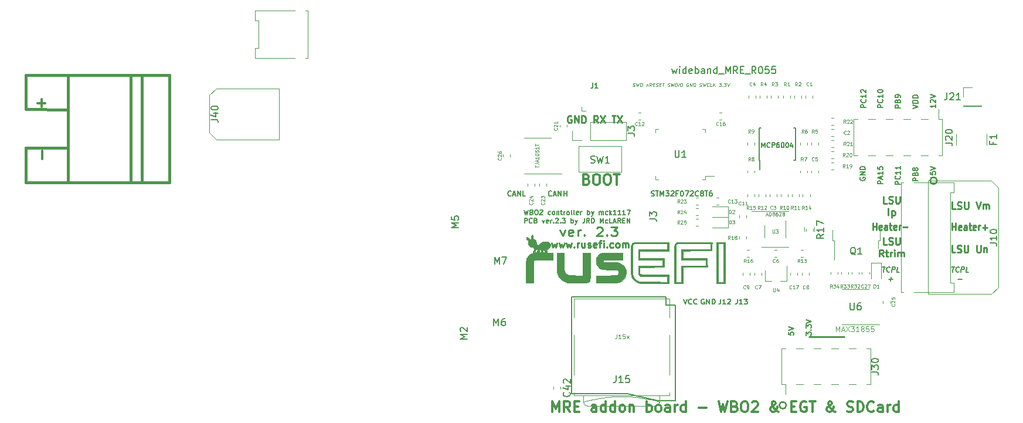
<source format=gbr>
G04 #@! TF.GenerationSoftware,KiCad,Pcbnew,5.1.5+dfsg1-2build2*
G04 #@! TF.CreationDate,2022-01-21T22:29:54+01:00*
G04 #@! TF.ProjectId,mre_addon_v2,6d72655f-6164-4646-9f6e-5f76322e6b69,V2.3*
G04 #@! TF.SameCoordinates,Original*
G04 #@! TF.FileFunction,Legend,Top*
G04 #@! TF.FilePolarity,Positive*
%FSLAX46Y46*%
G04 Gerber Fmt 4.6, Leading zero omitted, Abs format (unit mm)*
G04 Created by KiCad (PCBNEW 5.1.5+dfsg1-2build2) date 2022-01-21 22:29:54*
%MOMM*%
%LPD*%
G04 APERTURE LIST*
%ADD10C,0.125000*%
%ADD11C,0.150000*%
%ADD12C,0.187500*%
%ADD13C,0.225000*%
%ADD14C,0.250000*%
%ADD15C,0.300000*%
%ADD16C,0.120000*%
%ADD17C,0.127000*%
%ADD18C,0.381000*%
%ADD19C,0.254000*%
%ADD20C,0.010000*%
%ADD21C,0.101600*%
%ADD22C,0.304800*%
%ADD23C,0.130000*%
G04 APERTURE END LIST*
D10*
X121378571Y-145233333D02*
X121616666Y-145233333D01*
X121330952Y-145376190D02*
X121497619Y-144876190D01*
X121664285Y-145376190D01*
X121830952Y-145376190D02*
X121830952Y-144876190D01*
X121950000Y-144876190D01*
X122021428Y-144900000D01*
X122069047Y-144947619D01*
X122092857Y-144995238D01*
X122116666Y-145090476D01*
X122116666Y-145161904D01*
X122092857Y-145257142D01*
X122069047Y-145304761D01*
X122021428Y-145352380D01*
X121950000Y-145376190D01*
X121830952Y-145376190D01*
X122402380Y-145090476D02*
X122354761Y-145066666D01*
X122330952Y-145042857D01*
X122307142Y-144995238D01*
X122307142Y-144971428D01*
X122330952Y-144923809D01*
X122354761Y-144900000D01*
X122402380Y-144876190D01*
X122497619Y-144876190D01*
X122545238Y-144900000D01*
X122569047Y-144923809D01*
X122592857Y-144971428D01*
X122592857Y-144995238D01*
X122569047Y-145042857D01*
X122545238Y-145066666D01*
X122497619Y-145090476D01*
X122402380Y-145090476D01*
X122354761Y-145114285D01*
X122330952Y-145138095D01*
X122307142Y-145185714D01*
X122307142Y-145280952D01*
X122330952Y-145328571D01*
X122354761Y-145352380D01*
X122402380Y-145376190D01*
X122497619Y-145376190D01*
X122545238Y-145352380D01*
X122569047Y-145328571D01*
X122592857Y-145280952D01*
X122592857Y-145185714D01*
X122569047Y-145138095D01*
X122545238Y-145114285D01*
X122497619Y-145090476D01*
X123021428Y-144876190D02*
X122926190Y-144876190D01*
X122878571Y-144900000D01*
X122854761Y-144923809D01*
X122807142Y-144995238D01*
X122783333Y-145090476D01*
X122783333Y-145280952D01*
X122807142Y-145328571D01*
X122830952Y-145352380D01*
X122878571Y-145376190D01*
X122973809Y-145376190D01*
X123021428Y-145352380D01*
X123045238Y-145328571D01*
X123069047Y-145280952D01*
X123069047Y-145161904D01*
X123045238Y-145114285D01*
X123021428Y-145090476D01*
X122973809Y-145066666D01*
X122878571Y-145066666D01*
X122830952Y-145090476D01*
X122807142Y-145114285D01*
X122783333Y-145161904D01*
X123259523Y-144923809D02*
X123283333Y-144900000D01*
X123330952Y-144876190D01*
X123450000Y-144876190D01*
X123497619Y-144900000D01*
X123521428Y-144923809D01*
X123545238Y-144971428D01*
X123545238Y-145019047D01*
X123521428Y-145090476D01*
X123235714Y-145376190D01*
X123545238Y-145376190D01*
X123830952Y-145090476D02*
X123783333Y-145066666D01*
X123759523Y-145042857D01*
X123735714Y-144995238D01*
X123735714Y-144971428D01*
X123759523Y-144923809D01*
X123783333Y-144900000D01*
X123830952Y-144876190D01*
X123926190Y-144876190D01*
X123973809Y-144900000D01*
X123997619Y-144923809D01*
X124021428Y-144971428D01*
X124021428Y-144995238D01*
X123997619Y-145042857D01*
X123973809Y-145066666D01*
X123926190Y-145090476D01*
X123830952Y-145090476D01*
X123783333Y-145114285D01*
X123759523Y-145138095D01*
X123735714Y-145185714D01*
X123735714Y-145280952D01*
X123759523Y-145328571D01*
X123783333Y-145352380D01*
X123830952Y-145376190D01*
X123926190Y-145376190D01*
X123973809Y-145352380D01*
X123997619Y-145328571D01*
X124021428Y-145280952D01*
X124021428Y-145185714D01*
X123997619Y-145138095D01*
X123973809Y-145114285D01*
X123926190Y-145090476D01*
X131485714Y-162089285D02*
X131485714Y-161339285D01*
X131735714Y-161875000D01*
X131985714Y-161339285D01*
X131985714Y-162089285D01*
X132307142Y-161875000D02*
X132664285Y-161875000D01*
X132235714Y-162089285D02*
X132485714Y-161339285D01*
X132735714Y-162089285D01*
X132914285Y-161339285D02*
X133414285Y-162089285D01*
X133414285Y-161339285D02*
X132914285Y-162089285D01*
X133628571Y-161339285D02*
X134092857Y-161339285D01*
X133842857Y-161625000D01*
X133950000Y-161625000D01*
X134021428Y-161660714D01*
X134057142Y-161696428D01*
X134092857Y-161767857D01*
X134092857Y-161946428D01*
X134057142Y-162017857D01*
X134021428Y-162053571D01*
X133950000Y-162089285D01*
X133735714Y-162089285D01*
X133664285Y-162053571D01*
X133628571Y-162017857D01*
X134807142Y-162089285D02*
X134378571Y-162089285D01*
X134592857Y-162089285D02*
X134592857Y-161339285D01*
X134521428Y-161446428D01*
X134450000Y-161517857D01*
X134378571Y-161553571D01*
X135235714Y-161660714D02*
X135164285Y-161625000D01*
X135128571Y-161589285D01*
X135092857Y-161517857D01*
X135092857Y-161482142D01*
X135128571Y-161410714D01*
X135164285Y-161375000D01*
X135235714Y-161339285D01*
X135378571Y-161339285D01*
X135450000Y-161375000D01*
X135485714Y-161410714D01*
X135521428Y-161482142D01*
X135521428Y-161517857D01*
X135485714Y-161589285D01*
X135450000Y-161625000D01*
X135378571Y-161660714D01*
X135235714Y-161660714D01*
X135164285Y-161696428D01*
X135128571Y-161732142D01*
X135092857Y-161803571D01*
X135092857Y-161946428D01*
X135128571Y-162017857D01*
X135164285Y-162053571D01*
X135235714Y-162089285D01*
X135378571Y-162089285D01*
X135450000Y-162053571D01*
X135485714Y-162017857D01*
X135521428Y-161946428D01*
X135521428Y-161803571D01*
X135485714Y-161732142D01*
X135450000Y-161696428D01*
X135378571Y-161660714D01*
X136200000Y-161339285D02*
X135842857Y-161339285D01*
X135807142Y-161696428D01*
X135842857Y-161660714D01*
X135914285Y-161625000D01*
X136092857Y-161625000D01*
X136164285Y-161660714D01*
X136200000Y-161696428D01*
X136235714Y-161767857D01*
X136235714Y-161946428D01*
X136200000Y-162017857D01*
X136164285Y-162053571D01*
X136092857Y-162089285D01*
X135914285Y-162089285D01*
X135842857Y-162053571D01*
X135807142Y-162017857D01*
X136914285Y-161339285D02*
X136557142Y-161339285D01*
X136521428Y-161696428D01*
X136557142Y-161660714D01*
X136628571Y-161625000D01*
X136807142Y-161625000D01*
X136878571Y-161660714D01*
X136914285Y-161696428D01*
X136950000Y-161767857D01*
X136950000Y-161946428D01*
X136914285Y-162017857D01*
X136878571Y-162053571D01*
X136807142Y-162089285D01*
X136628571Y-162089285D01*
X136557142Y-162053571D01*
X136521428Y-162017857D01*
X88026190Y-138390476D02*
X88026190Y-138104761D01*
X88526190Y-138247619D02*
X88026190Y-138247619D01*
X88026190Y-137795238D02*
X88383333Y-137795238D01*
X88454761Y-137819047D01*
X88502380Y-137866666D01*
X88526190Y-137938095D01*
X88526190Y-137985714D01*
X88383333Y-137580952D02*
X88383333Y-137342857D01*
X88526190Y-137628571D02*
X88026190Y-137461904D01*
X88526190Y-137295238D01*
X88526190Y-136866666D02*
X88526190Y-137152380D01*
X88526190Y-137009523D02*
X88026190Y-137009523D01*
X88097619Y-137057142D01*
X88145238Y-137104761D01*
X88169047Y-137152380D01*
X88026190Y-136557142D02*
X88026190Y-136509523D01*
X88050000Y-136461904D01*
X88073809Y-136438095D01*
X88121428Y-136414285D01*
X88216666Y-136390476D01*
X88335714Y-136390476D01*
X88430952Y-136414285D01*
X88478571Y-136438095D01*
X88502380Y-136461904D01*
X88526190Y-136509523D01*
X88526190Y-136557142D01*
X88502380Y-136604761D01*
X88478571Y-136628571D01*
X88430952Y-136652380D01*
X88335714Y-136676190D01*
X88216666Y-136676190D01*
X88121428Y-136652380D01*
X88073809Y-136628571D01*
X88050000Y-136604761D01*
X88026190Y-136557142D01*
X88026190Y-135938095D02*
X88026190Y-136176190D01*
X88264285Y-136200000D01*
X88240476Y-136176190D01*
X88216666Y-136128571D01*
X88216666Y-136009523D01*
X88240476Y-135961904D01*
X88264285Y-135938095D01*
X88311904Y-135914285D01*
X88430952Y-135914285D01*
X88478571Y-135938095D01*
X88502380Y-135961904D01*
X88526190Y-136009523D01*
X88526190Y-136128571D01*
X88502380Y-136176190D01*
X88478571Y-136200000D01*
X88526190Y-135438095D02*
X88526190Y-135723809D01*
X88526190Y-135580952D02*
X88026190Y-135580952D01*
X88097619Y-135628571D01*
X88145238Y-135676190D01*
X88169047Y-135723809D01*
X88026190Y-135295238D02*
X88026190Y-135009523D01*
X88526190Y-135152380D02*
X88026190Y-135152380D01*
D11*
X120733333Y-135516666D02*
X120733333Y-134816666D01*
X120966666Y-135316666D01*
X121200000Y-134816666D01*
X121200000Y-135516666D01*
X121933333Y-135450000D02*
X121900000Y-135483333D01*
X121800000Y-135516666D01*
X121733333Y-135516666D01*
X121633333Y-135483333D01*
X121566666Y-135416666D01*
X121533333Y-135350000D01*
X121500000Y-135216666D01*
X121500000Y-135116666D01*
X121533333Y-134983333D01*
X121566666Y-134916666D01*
X121633333Y-134850000D01*
X121733333Y-134816666D01*
X121800000Y-134816666D01*
X121900000Y-134850000D01*
X121933333Y-134883333D01*
X122233333Y-135516666D02*
X122233333Y-134816666D01*
X122500000Y-134816666D01*
X122566666Y-134850000D01*
X122600000Y-134883333D01*
X122633333Y-134950000D01*
X122633333Y-135050000D01*
X122600000Y-135116666D01*
X122566666Y-135150000D01*
X122500000Y-135183333D01*
X122233333Y-135183333D01*
X123233333Y-134816666D02*
X123100000Y-134816666D01*
X123033333Y-134850000D01*
X123000000Y-134883333D01*
X122933333Y-134983333D01*
X122900000Y-135116666D01*
X122900000Y-135383333D01*
X122933333Y-135450000D01*
X122966666Y-135483333D01*
X123033333Y-135516666D01*
X123166666Y-135516666D01*
X123233333Y-135483333D01*
X123266666Y-135450000D01*
X123300000Y-135383333D01*
X123300000Y-135216666D01*
X123266666Y-135150000D01*
X123233333Y-135116666D01*
X123166666Y-135083333D01*
X123033333Y-135083333D01*
X122966666Y-135116666D01*
X122933333Y-135150000D01*
X122900000Y-135216666D01*
X123733333Y-134816666D02*
X123800000Y-134816666D01*
X123866666Y-134850000D01*
X123900000Y-134883333D01*
X123933333Y-134950000D01*
X123966666Y-135083333D01*
X123966666Y-135250000D01*
X123933333Y-135383333D01*
X123900000Y-135450000D01*
X123866666Y-135483333D01*
X123800000Y-135516666D01*
X123733333Y-135516666D01*
X123666666Y-135483333D01*
X123633333Y-135450000D01*
X123600000Y-135383333D01*
X123566666Y-135250000D01*
X123566666Y-135083333D01*
X123600000Y-134950000D01*
X123633333Y-134883333D01*
X123666666Y-134850000D01*
X123733333Y-134816666D01*
X124400000Y-134816666D02*
X124466666Y-134816666D01*
X124533333Y-134850000D01*
X124566666Y-134883333D01*
X124600000Y-134950000D01*
X124633333Y-135083333D01*
X124633333Y-135250000D01*
X124600000Y-135383333D01*
X124566666Y-135450000D01*
X124533333Y-135483333D01*
X124466666Y-135516666D01*
X124400000Y-135516666D01*
X124333333Y-135483333D01*
X124300000Y-135450000D01*
X124266666Y-135383333D01*
X124233333Y-135250000D01*
X124233333Y-135083333D01*
X124266666Y-134950000D01*
X124300000Y-134883333D01*
X124333333Y-134850000D01*
X124400000Y-134816666D01*
X125233333Y-135050000D02*
X125233333Y-135516666D01*
X125066666Y-134783333D02*
X124900000Y-135283333D01*
X125333333Y-135283333D01*
X104789285Y-142503571D02*
X104896428Y-142539285D01*
X105075000Y-142539285D01*
X105146428Y-142503571D01*
X105182142Y-142467857D01*
X105217857Y-142396428D01*
X105217857Y-142325000D01*
X105182142Y-142253571D01*
X105146428Y-142217857D01*
X105075000Y-142182142D01*
X104932142Y-142146428D01*
X104860714Y-142110714D01*
X104825000Y-142075000D01*
X104789285Y-142003571D01*
X104789285Y-141932142D01*
X104825000Y-141860714D01*
X104860714Y-141825000D01*
X104932142Y-141789285D01*
X105110714Y-141789285D01*
X105217857Y-141825000D01*
X105432142Y-141789285D02*
X105860714Y-141789285D01*
X105646428Y-142539285D02*
X105646428Y-141789285D01*
X106110714Y-142539285D02*
X106110714Y-141789285D01*
X106360714Y-142325000D01*
X106610714Y-141789285D01*
X106610714Y-142539285D01*
X106896428Y-141789285D02*
X107360714Y-141789285D01*
X107110714Y-142075000D01*
X107217857Y-142075000D01*
X107289285Y-142110714D01*
X107325000Y-142146428D01*
X107360714Y-142217857D01*
X107360714Y-142396428D01*
X107325000Y-142467857D01*
X107289285Y-142503571D01*
X107217857Y-142539285D01*
X107003571Y-142539285D01*
X106932142Y-142503571D01*
X106896428Y-142467857D01*
X107646428Y-141860714D02*
X107682142Y-141825000D01*
X107753571Y-141789285D01*
X107932142Y-141789285D01*
X108003571Y-141825000D01*
X108039285Y-141860714D01*
X108075000Y-141932142D01*
X108075000Y-142003571D01*
X108039285Y-142110714D01*
X107610714Y-142539285D01*
X108075000Y-142539285D01*
X108646428Y-142146428D02*
X108396428Y-142146428D01*
X108396428Y-142539285D02*
X108396428Y-141789285D01*
X108753571Y-141789285D01*
X109182142Y-141789285D02*
X109253571Y-141789285D01*
X109325000Y-141825000D01*
X109360714Y-141860714D01*
X109396428Y-141932142D01*
X109432142Y-142075000D01*
X109432142Y-142253571D01*
X109396428Y-142396428D01*
X109360714Y-142467857D01*
X109325000Y-142503571D01*
X109253571Y-142539285D01*
X109182142Y-142539285D01*
X109110714Y-142503571D01*
X109075000Y-142467857D01*
X109039285Y-142396428D01*
X109003571Y-142253571D01*
X109003571Y-142075000D01*
X109039285Y-141932142D01*
X109075000Y-141860714D01*
X109110714Y-141825000D01*
X109182142Y-141789285D01*
X109682142Y-141789285D02*
X110182142Y-141789285D01*
X109860714Y-142539285D01*
X110432142Y-141860714D02*
X110467857Y-141825000D01*
X110539285Y-141789285D01*
X110717857Y-141789285D01*
X110789285Y-141825000D01*
X110825000Y-141860714D01*
X110860714Y-141932142D01*
X110860714Y-142003571D01*
X110825000Y-142110714D01*
X110396428Y-142539285D01*
X110860714Y-142539285D01*
X111610714Y-142467857D02*
X111575000Y-142503571D01*
X111467857Y-142539285D01*
X111396428Y-142539285D01*
X111289285Y-142503571D01*
X111217857Y-142432142D01*
X111182142Y-142360714D01*
X111146428Y-142217857D01*
X111146428Y-142110714D01*
X111182142Y-141967857D01*
X111217857Y-141896428D01*
X111289285Y-141825000D01*
X111396428Y-141789285D01*
X111467857Y-141789285D01*
X111575000Y-141825000D01*
X111610714Y-141860714D01*
X112039285Y-142110714D02*
X111967857Y-142075000D01*
X111932142Y-142039285D01*
X111896428Y-141967857D01*
X111896428Y-141932142D01*
X111932142Y-141860714D01*
X111967857Y-141825000D01*
X112039285Y-141789285D01*
X112182142Y-141789285D01*
X112253571Y-141825000D01*
X112289285Y-141860714D01*
X112325000Y-141932142D01*
X112325000Y-141967857D01*
X112289285Y-142039285D01*
X112253571Y-142075000D01*
X112182142Y-142110714D01*
X112039285Y-142110714D01*
X111967857Y-142146428D01*
X111932142Y-142182142D01*
X111896428Y-142253571D01*
X111896428Y-142396428D01*
X111932142Y-142467857D01*
X111967857Y-142503571D01*
X112039285Y-142539285D01*
X112182142Y-142539285D01*
X112253571Y-142503571D01*
X112289285Y-142467857D01*
X112325000Y-142396428D01*
X112325000Y-142253571D01*
X112289285Y-142182142D01*
X112253571Y-142146428D01*
X112182142Y-142110714D01*
X112539285Y-141789285D02*
X112967857Y-141789285D01*
X112753571Y-142539285D02*
X112753571Y-141789285D01*
X113539285Y-141789285D02*
X113396428Y-141789285D01*
X113325000Y-141825000D01*
X113289285Y-141860714D01*
X113217857Y-141967857D01*
X113182142Y-142110714D01*
X113182142Y-142396428D01*
X113217857Y-142467857D01*
X113253571Y-142503571D01*
X113325000Y-142539285D01*
X113467857Y-142539285D01*
X113539285Y-142503571D01*
X113575000Y-142467857D01*
X113610714Y-142396428D01*
X113610714Y-142217857D01*
X113575000Y-142146428D01*
X113539285Y-142110714D01*
X113467857Y-142075000D01*
X113325000Y-142075000D01*
X113253571Y-142110714D01*
X113217857Y-142146428D01*
X113182142Y-142217857D01*
D12*
X148194810Y-152733035D02*
X148623381Y-152733035D01*
X148315345Y-153483035D02*
X148409095Y-152733035D01*
X149217131Y-153411607D02*
X149176953Y-153447321D01*
X149065345Y-153483035D01*
X148993917Y-153483035D01*
X148891238Y-153447321D01*
X148828738Y-153375892D01*
X148801953Y-153304464D01*
X148784095Y-153161607D01*
X148797488Y-153054464D01*
X148851060Y-152911607D01*
X148895703Y-152840178D01*
X148976060Y-152768750D01*
X149087667Y-152733035D01*
X149159095Y-152733035D01*
X149261774Y-152768750D01*
X149293024Y-152804464D01*
X149529631Y-153483035D02*
X149623381Y-152733035D01*
X149909095Y-152733035D01*
X149976060Y-152768750D01*
X150007310Y-152804464D01*
X150034095Y-152875892D01*
X150020703Y-152983035D01*
X149976060Y-153054464D01*
X149935881Y-153090178D01*
X149859988Y-153125892D01*
X149574274Y-153125892D01*
X150636774Y-153483035D02*
X150279631Y-153483035D01*
X150373381Y-152733035D01*
X149118917Y-154509821D02*
X149690345Y-154509821D01*
X138194810Y-152733035D02*
X138623381Y-152733035D01*
X138315345Y-153483035D02*
X138409095Y-152733035D01*
X139217131Y-153411607D02*
X139176953Y-153447321D01*
X139065345Y-153483035D01*
X138993917Y-153483035D01*
X138891238Y-153447321D01*
X138828738Y-153375892D01*
X138801953Y-153304464D01*
X138784095Y-153161607D01*
X138797488Y-153054464D01*
X138851060Y-152911607D01*
X138895703Y-152840178D01*
X138976060Y-152768750D01*
X139087667Y-152733035D01*
X139159095Y-152733035D01*
X139261774Y-152768750D01*
X139293024Y-152804464D01*
X139529631Y-153483035D02*
X139623381Y-152733035D01*
X139909095Y-152733035D01*
X139976060Y-152768750D01*
X140007310Y-152804464D01*
X140034095Y-152875892D01*
X140020703Y-152983035D01*
X139976060Y-153054464D01*
X139935881Y-153090178D01*
X139859988Y-153125892D01*
X139574274Y-153125892D01*
X140636774Y-153483035D02*
X140279631Y-153483035D01*
X140373381Y-152733035D01*
X139118917Y-154509821D02*
X139690345Y-154509821D01*
X139368917Y-154795535D02*
X139440345Y-154224107D01*
D13*
X136771428Y-147402380D02*
X136771428Y-146402380D01*
X136771428Y-146878571D02*
X137285714Y-146878571D01*
X137285714Y-147402380D02*
X137285714Y-146402380D01*
X138057142Y-147354761D02*
X137971428Y-147402380D01*
X137800000Y-147402380D01*
X137714285Y-147354761D01*
X137671428Y-147259523D01*
X137671428Y-146878571D01*
X137714285Y-146783333D01*
X137800000Y-146735714D01*
X137971428Y-146735714D01*
X138057142Y-146783333D01*
X138100000Y-146878571D01*
X138100000Y-146973809D01*
X137671428Y-147069047D01*
X138871428Y-147402380D02*
X138871428Y-146878571D01*
X138828571Y-146783333D01*
X138742857Y-146735714D01*
X138571428Y-146735714D01*
X138485714Y-146783333D01*
X138871428Y-147354761D02*
X138785714Y-147402380D01*
X138571428Y-147402380D01*
X138485714Y-147354761D01*
X138442857Y-147259523D01*
X138442857Y-147164285D01*
X138485714Y-147069047D01*
X138571428Y-147021428D01*
X138785714Y-147021428D01*
X138871428Y-146973809D01*
X139171428Y-146735714D02*
X139514285Y-146735714D01*
X139300000Y-146402380D02*
X139300000Y-147259523D01*
X139342857Y-147354761D01*
X139428571Y-147402380D01*
X139514285Y-147402380D01*
X140157142Y-147354761D02*
X140071428Y-147402380D01*
X139900000Y-147402380D01*
X139814285Y-147354761D01*
X139771428Y-147259523D01*
X139771428Y-146878571D01*
X139814285Y-146783333D01*
X139900000Y-146735714D01*
X140071428Y-146735714D01*
X140157142Y-146783333D01*
X140200000Y-146878571D01*
X140200000Y-146973809D01*
X139771428Y-147069047D01*
X140585714Y-147402380D02*
X140585714Y-146735714D01*
X140585714Y-146926190D02*
X140628571Y-146830952D01*
X140671428Y-146783333D01*
X140757142Y-146735714D01*
X140842857Y-146735714D01*
X141142857Y-147021428D02*
X141828571Y-147021428D01*
D14*
X148702380Y-150652380D02*
X148226190Y-150652380D01*
X148226190Y-149652380D01*
X148988095Y-150604761D02*
X149130952Y-150652380D01*
X149369047Y-150652380D01*
X149464285Y-150604761D01*
X149511904Y-150557142D01*
X149559523Y-150461904D01*
X149559523Y-150366666D01*
X149511904Y-150271428D01*
X149464285Y-150223809D01*
X149369047Y-150176190D01*
X149178571Y-150128571D01*
X149083333Y-150080952D01*
X149035714Y-150033333D01*
X148988095Y-149938095D01*
X148988095Y-149842857D01*
X149035714Y-149747619D01*
X149083333Y-149700000D01*
X149178571Y-149652380D01*
X149416666Y-149652380D01*
X149559523Y-149700000D01*
X149988095Y-149652380D02*
X149988095Y-150461904D01*
X150035714Y-150557142D01*
X150083333Y-150604761D01*
X150178571Y-150652380D01*
X150369047Y-150652380D01*
X150464285Y-150604761D01*
X150511904Y-150557142D01*
X150559523Y-150461904D01*
X150559523Y-149652380D01*
X151797619Y-149652380D02*
X151797619Y-150461904D01*
X151845238Y-150557142D01*
X151892857Y-150604761D01*
X151988095Y-150652380D01*
X152178571Y-150652380D01*
X152273809Y-150604761D01*
X152321428Y-150557142D01*
X152369047Y-150461904D01*
X152369047Y-149652380D01*
X152845238Y-149985714D02*
X152845238Y-150652380D01*
X152845238Y-150080952D02*
X152892857Y-150033333D01*
X152988095Y-149985714D01*
X153130952Y-149985714D01*
X153226190Y-150033333D01*
X153273809Y-150128571D01*
X153273809Y-150652380D01*
X148733333Y-144402380D02*
X148257142Y-144402380D01*
X148257142Y-143402380D01*
X149019047Y-144354761D02*
X149161904Y-144402380D01*
X149400000Y-144402380D01*
X149495238Y-144354761D01*
X149542857Y-144307142D01*
X149590476Y-144211904D01*
X149590476Y-144116666D01*
X149542857Y-144021428D01*
X149495238Y-143973809D01*
X149400000Y-143926190D01*
X149209523Y-143878571D01*
X149114285Y-143830952D01*
X149066666Y-143783333D01*
X149019047Y-143688095D01*
X149019047Y-143592857D01*
X149066666Y-143497619D01*
X149114285Y-143450000D01*
X149209523Y-143402380D01*
X149447619Y-143402380D01*
X149590476Y-143450000D01*
X150019047Y-143402380D02*
X150019047Y-144211904D01*
X150066666Y-144307142D01*
X150114285Y-144354761D01*
X150209523Y-144402380D01*
X150400000Y-144402380D01*
X150495238Y-144354761D01*
X150542857Y-144307142D01*
X150590476Y-144211904D01*
X150590476Y-143402380D01*
X151685714Y-143402380D02*
X152019047Y-144402380D01*
X152352380Y-143402380D01*
X152685714Y-144402380D02*
X152685714Y-143735714D01*
X152685714Y-143830952D02*
X152733333Y-143783333D01*
X152828571Y-143735714D01*
X152971428Y-143735714D01*
X153066666Y-143783333D01*
X153114285Y-143878571D01*
X153114285Y-144402380D01*
X153114285Y-143878571D02*
X153161904Y-143783333D01*
X153257142Y-143735714D01*
X153400000Y-143735714D01*
X153495238Y-143783333D01*
X153542857Y-143878571D01*
X153542857Y-144402380D01*
X138809523Y-149527380D02*
X138333333Y-149527380D01*
X138333333Y-148527380D01*
X139095238Y-149479761D02*
X139238095Y-149527380D01*
X139476190Y-149527380D01*
X139571428Y-149479761D01*
X139619047Y-149432142D01*
X139666666Y-149336904D01*
X139666666Y-149241666D01*
X139619047Y-149146428D01*
X139571428Y-149098809D01*
X139476190Y-149051190D01*
X139285714Y-149003571D01*
X139190476Y-148955952D01*
X139142857Y-148908333D01*
X139095238Y-148813095D01*
X139095238Y-148717857D01*
X139142857Y-148622619D01*
X139190476Y-148575000D01*
X139285714Y-148527380D01*
X139523809Y-148527380D01*
X139666666Y-148575000D01*
X140095238Y-148527380D02*
X140095238Y-149336904D01*
X140142857Y-149432142D01*
X140190476Y-149479761D01*
X140285714Y-149527380D01*
X140476190Y-149527380D01*
X140571428Y-149479761D01*
X140619047Y-149432142D01*
X140666666Y-149336904D01*
X140666666Y-148527380D01*
X138309523Y-151277380D02*
X137976190Y-150801190D01*
X137738095Y-151277380D02*
X137738095Y-150277380D01*
X138119047Y-150277380D01*
X138214285Y-150325000D01*
X138261904Y-150372619D01*
X138309523Y-150467857D01*
X138309523Y-150610714D01*
X138261904Y-150705952D01*
X138214285Y-150753571D01*
X138119047Y-150801190D01*
X137738095Y-150801190D01*
X138595238Y-150610714D02*
X138976190Y-150610714D01*
X138738095Y-150277380D02*
X138738095Y-151134523D01*
X138785714Y-151229761D01*
X138880952Y-151277380D01*
X138976190Y-151277380D01*
X139309523Y-151277380D02*
X139309523Y-150610714D01*
X139309523Y-150801190D02*
X139357142Y-150705952D01*
X139404761Y-150658333D01*
X139500000Y-150610714D01*
X139595238Y-150610714D01*
X139928571Y-151277380D02*
X139928571Y-150610714D01*
X139928571Y-150277380D02*
X139880952Y-150325000D01*
X139928571Y-150372619D01*
X139976190Y-150325000D01*
X139928571Y-150277380D01*
X139928571Y-150372619D01*
X140404761Y-151277380D02*
X140404761Y-150610714D01*
X140404761Y-150705952D02*
X140452380Y-150658333D01*
X140547619Y-150610714D01*
X140690476Y-150610714D01*
X140785714Y-150658333D01*
X140833333Y-150753571D01*
X140833333Y-151277380D01*
X140833333Y-150753571D02*
X140880952Y-150658333D01*
X140976190Y-150610714D01*
X141119047Y-150610714D01*
X141214285Y-150658333D01*
X141261904Y-150753571D01*
X141261904Y-151277380D01*
D13*
X148271428Y-147452380D02*
X148271428Y-146452380D01*
X148271428Y-146928571D02*
X148785714Y-146928571D01*
X148785714Y-147452380D02*
X148785714Y-146452380D01*
X149557142Y-147404761D02*
X149471428Y-147452380D01*
X149300000Y-147452380D01*
X149214285Y-147404761D01*
X149171428Y-147309523D01*
X149171428Y-146928571D01*
X149214285Y-146833333D01*
X149300000Y-146785714D01*
X149471428Y-146785714D01*
X149557142Y-146833333D01*
X149600000Y-146928571D01*
X149600000Y-147023809D01*
X149171428Y-147119047D01*
X150371428Y-147452380D02*
X150371428Y-146928571D01*
X150328571Y-146833333D01*
X150242857Y-146785714D01*
X150071428Y-146785714D01*
X149985714Y-146833333D01*
X150371428Y-147404761D02*
X150285714Y-147452380D01*
X150071428Y-147452380D01*
X149985714Y-147404761D01*
X149942857Y-147309523D01*
X149942857Y-147214285D01*
X149985714Y-147119047D01*
X150071428Y-147071428D01*
X150285714Y-147071428D01*
X150371428Y-147023809D01*
X150671428Y-146785714D02*
X151014285Y-146785714D01*
X150800000Y-146452380D02*
X150800000Y-147309523D01*
X150842857Y-147404761D01*
X150928571Y-147452380D01*
X151014285Y-147452380D01*
X151657142Y-147404761D02*
X151571428Y-147452380D01*
X151400000Y-147452380D01*
X151314285Y-147404761D01*
X151271428Y-147309523D01*
X151271428Y-146928571D01*
X151314285Y-146833333D01*
X151400000Y-146785714D01*
X151571428Y-146785714D01*
X151657142Y-146833333D01*
X151700000Y-146928571D01*
X151700000Y-147023809D01*
X151271428Y-147119047D01*
X152085714Y-147452380D02*
X152085714Y-146785714D01*
X152085714Y-146976190D02*
X152128571Y-146880952D01*
X152171428Y-146833333D01*
X152257142Y-146785714D01*
X152342857Y-146785714D01*
X152642857Y-147071428D02*
X153328571Y-147071428D01*
X152985714Y-147452380D02*
X152985714Y-146690476D01*
D14*
X138809523Y-143577380D02*
X138333333Y-143577380D01*
X138333333Y-142577380D01*
X139095238Y-143529761D02*
X139238095Y-143577380D01*
X139476190Y-143577380D01*
X139571428Y-143529761D01*
X139619047Y-143482142D01*
X139666666Y-143386904D01*
X139666666Y-143291666D01*
X139619047Y-143196428D01*
X139571428Y-143148809D01*
X139476190Y-143101190D01*
X139285714Y-143053571D01*
X139190476Y-143005952D01*
X139142857Y-142958333D01*
X139095238Y-142863095D01*
X139095238Y-142767857D01*
X139142857Y-142672619D01*
X139190476Y-142625000D01*
X139285714Y-142577380D01*
X139523809Y-142577380D01*
X139666666Y-142625000D01*
X140095238Y-142577380D02*
X140095238Y-143386904D01*
X140142857Y-143482142D01*
X140190476Y-143529761D01*
X140285714Y-143577380D01*
X140476190Y-143577380D01*
X140571428Y-143529761D01*
X140619047Y-143482142D01*
X140666666Y-143386904D01*
X140666666Y-142577380D01*
X139047619Y-145327380D02*
X139047619Y-144327380D01*
X139523809Y-144660714D02*
X139523809Y-145660714D01*
X139523809Y-144708333D02*
X139619047Y-144660714D01*
X139809523Y-144660714D01*
X139904761Y-144708333D01*
X139952380Y-144755952D01*
X140000000Y-144851190D01*
X140000000Y-145136904D01*
X139952380Y-145232142D01*
X139904761Y-145279761D01*
X139809523Y-145327380D01*
X139619047Y-145327380D01*
X139523809Y-145279761D01*
X91621428Y-147442857D02*
X91978571Y-148242857D01*
X92335714Y-147442857D01*
X93478571Y-148185714D02*
X93335714Y-148242857D01*
X93050000Y-148242857D01*
X92907142Y-148185714D01*
X92835714Y-148071428D01*
X92835714Y-147614285D01*
X92907142Y-147500000D01*
X93050000Y-147442857D01*
X93335714Y-147442857D01*
X93478571Y-147500000D01*
X93550000Y-147614285D01*
X93550000Y-147728571D01*
X92835714Y-147842857D01*
X94192857Y-148242857D02*
X94192857Y-147442857D01*
X94192857Y-147671428D02*
X94264285Y-147557142D01*
X94335714Y-147500000D01*
X94478571Y-147442857D01*
X94621428Y-147442857D01*
X95121428Y-148128571D02*
X95192857Y-148185714D01*
X95121428Y-148242857D01*
X95050000Y-148185714D01*
X95121428Y-148128571D01*
X95121428Y-148242857D01*
X96907142Y-147157142D02*
X96978571Y-147100000D01*
X97121428Y-147042857D01*
X97478571Y-147042857D01*
X97621428Y-147100000D01*
X97692857Y-147157142D01*
X97764285Y-147271428D01*
X97764285Y-147385714D01*
X97692857Y-147557142D01*
X96835714Y-148242857D01*
X97764285Y-148242857D01*
X98407142Y-148128571D02*
X98478571Y-148185714D01*
X98407142Y-148242857D01*
X98335714Y-148185714D01*
X98407142Y-148128571D01*
X98407142Y-148242857D01*
X98978571Y-147042857D02*
X99907142Y-147042857D01*
X99407142Y-147500000D01*
X99621428Y-147500000D01*
X99764285Y-147557142D01*
X99835714Y-147614285D01*
X99907142Y-147728571D01*
X99907142Y-148014285D01*
X99835714Y-148128571D01*
X99764285Y-148185714D01*
X99621428Y-148242857D01*
X99192857Y-148242857D01*
X99050000Y-148185714D01*
X98978571Y-148128571D01*
D11*
X86433333Y-144516666D02*
X86600000Y-145216666D01*
X86733333Y-144716666D01*
X86866666Y-145216666D01*
X87033333Y-144516666D01*
X87533333Y-144850000D02*
X87633333Y-144883333D01*
X87666666Y-144916666D01*
X87700000Y-144983333D01*
X87700000Y-145083333D01*
X87666666Y-145150000D01*
X87633333Y-145183333D01*
X87566666Y-145216666D01*
X87300000Y-145216666D01*
X87300000Y-144516666D01*
X87533333Y-144516666D01*
X87600000Y-144550000D01*
X87633333Y-144583333D01*
X87666666Y-144650000D01*
X87666666Y-144716666D01*
X87633333Y-144783333D01*
X87600000Y-144816666D01*
X87533333Y-144850000D01*
X87300000Y-144850000D01*
X88133333Y-144516666D02*
X88266666Y-144516666D01*
X88333333Y-144550000D01*
X88400000Y-144616666D01*
X88433333Y-144750000D01*
X88433333Y-144983333D01*
X88400000Y-145116666D01*
X88333333Y-145183333D01*
X88266666Y-145216666D01*
X88133333Y-145216666D01*
X88066666Y-145183333D01*
X88000000Y-145116666D01*
X87966666Y-144983333D01*
X87966666Y-144750000D01*
X88000000Y-144616666D01*
X88066666Y-144550000D01*
X88133333Y-144516666D01*
X88700000Y-144583333D02*
X88733333Y-144550000D01*
X88800000Y-144516666D01*
X88966666Y-144516666D01*
X89033333Y-144550000D01*
X89066666Y-144583333D01*
X89100000Y-144650000D01*
X89100000Y-144716666D01*
X89066666Y-144816666D01*
X88666666Y-145216666D01*
X89100000Y-145216666D01*
X90233333Y-145183333D02*
X90166666Y-145216666D01*
X90033333Y-145216666D01*
X89966666Y-145183333D01*
X89933333Y-145150000D01*
X89900000Y-145083333D01*
X89900000Y-144883333D01*
X89933333Y-144816666D01*
X89966666Y-144783333D01*
X90033333Y-144750000D01*
X90166666Y-144750000D01*
X90233333Y-144783333D01*
X90633333Y-145216666D02*
X90566666Y-145183333D01*
X90533333Y-145150000D01*
X90500000Y-145083333D01*
X90500000Y-144883333D01*
X90533333Y-144816666D01*
X90566666Y-144783333D01*
X90633333Y-144750000D01*
X90733333Y-144750000D01*
X90800000Y-144783333D01*
X90833333Y-144816666D01*
X90866666Y-144883333D01*
X90866666Y-145083333D01*
X90833333Y-145150000D01*
X90800000Y-145183333D01*
X90733333Y-145216666D01*
X90633333Y-145216666D01*
X91166666Y-144750000D02*
X91166666Y-145216666D01*
X91166666Y-144816666D02*
X91200000Y-144783333D01*
X91266666Y-144750000D01*
X91366666Y-144750000D01*
X91433333Y-144783333D01*
X91466666Y-144850000D01*
X91466666Y-145216666D01*
X91700000Y-144750000D02*
X91966666Y-144750000D01*
X91800000Y-144516666D02*
X91800000Y-145116666D01*
X91833333Y-145183333D01*
X91900000Y-145216666D01*
X91966666Y-145216666D01*
X92200000Y-145216666D02*
X92200000Y-144750000D01*
X92200000Y-144883333D02*
X92233333Y-144816666D01*
X92266666Y-144783333D01*
X92333333Y-144750000D01*
X92400000Y-144750000D01*
X92733333Y-145216666D02*
X92666666Y-145183333D01*
X92633333Y-145150000D01*
X92600000Y-145083333D01*
X92600000Y-144883333D01*
X92633333Y-144816666D01*
X92666666Y-144783333D01*
X92733333Y-144750000D01*
X92833333Y-144750000D01*
X92900000Y-144783333D01*
X92933333Y-144816666D01*
X92966666Y-144883333D01*
X92966666Y-145083333D01*
X92933333Y-145150000D01*
X92900000Y-145183333D01*
X92833333Y-145216666D01*
X92733333Y-145216666D01*
X93366666Y-145216666D02*
X93300000Y-145183333D01*
X93266666Y-145116666D01*
X93266666Y-144516666D01*
X93733333Y-145216666D02*
X93666666Y-145183333D01*
X93633333Y-145116666D01*
X93633333Y-144516666D01*
X94266666Y-145183333D02*
X94200000Y-145216666D01*
X94066666Y-145216666D01*
X94000000Y-145183333D01*
X93966666Y-145116666D01*
X93966666Y-144850000D01*
X94000000Y-144783333D01*
X94066666Y-144750000D01*
X94200000Y-144750000D01*
X94266666Y-144783333D01*
X94300000Y-144850000D01*
X94300000Y-144916666D01*
X93966666Y-144983333D01*
X94600000Y-145216666D02*
X94600000Y-144750000D01*
X94600000Y-144883333D02*
X94633333Y-144816666D01*
X94666666Y-144783333D01*
X94733333Y-144750000D01*
X94800000Y-144750000D01*
X95566666Y-145216666D02*
X95566666Y-144516666D01*
X95566666Y-144783333D02*
X95633333Y-144750000D01*
X95766666Y-144750000D01*
X95833333Y-144783333D01*
X95866666Y-144816666D01*
X95900000Y-144883333D01*
X95900000Y-145083333D01*
X95866666Y-145150000D01*
X95833333Y-145183333D01*
X95766666Y-145216666D01*
X95633333Y-145216666D01*
X95566666Y-145183333D01*
X96133333Y-144750000D02*
X96300000Y-145216666D01*
X96466666Y-144750000D02*
X96300000Y-145216666D01*
X96233333Y-145383333D01*
X96200000Y-145416666D01*
X96133333Y-145450000D01*
X97266666Y-145216666D02*
X97266666Y-144750000D01*
X97266666Y-144816666D02*
X97300000Y-144783333D01*
X97366666Y-144750000D01*
X97466666Y-144750000D01*
X97533333Y-144783333D01*
X97566666Y-144850000D01*
X97566666Y-145216666D01*
X97566666Y-144850000D02*
X97600000Y-144783333D01*
X97666666Y-144750000D01*
X97766666Y-144750000D01*
X97833333Y-144783333D01*
X97866666Y-144850000D01*
X97866666Y-145216666D01*
X98500000Y-145183333D02*
X98433333Y-145216666D01*
X98300000Y-145216666D01*
X98233333Y-145183333D01*
X98200000Y-145150000D01*
X98166666Y-145083333D01*
X98166666Y-144883333D01*
X98200000Y-144816666D01*
X98233333Y-144783333D01*
X98300000Y-144750000D01*
X98433333Y-144750000D01*
X98500000Y-144783333D01*
X98800000Y-145216666D02*
X98800000Y-144516666D01*
X98866666Y-144950000D02*
X99066666Y-145216666D01*
X99066666Y-144750000D02*
X98800000Y-145016666D01*
X99733333Y-145216666D02*
X99333333Y-145216666D01*
X99533333Y-145216666D02*
X99533333Y-144516666D01*
X99466666Y-144616666D01*
X99400000Y-144683333D01*
X99333333Y-144716666D01*
X100400000Y-145216666D02*
X100000000Y-145216666D01*
X100200000Y-145216666D02*
X100200000Y-144516666D01*
X100133333Y-144616666D01*
X100066666Y-144683333D01*
X100000000Y-144716666D01*
X101066666Y-145216666D02*
X100666666Y-145216666D01*
X100866666Y-145216666D02*
X100866666Y-144516666D01*
X100800000Y-144616666D01*
X100733333Y-144683333D01*
X100666666Y-144716666D01*
X101300000Y-144516666D02*
X101766666Y-144516666D01*
X101466666Y-145216666D01*
X86500000Y-146416666D02*
X86500000Y-145716666D01*
X86766666Y-145716666D01*
X86833333Y-145750000D01*
X86866666Y-145783333D01*
X86900000Y-145850000D01*
X86900000Y-145950000D01*
X86866666Y-146016666D01*
X86833333Y-146050000D01*
X86766666Y-146083333D01*
X86500000Y-146083333D01*
X87600000Y-146350000D02*
X87566666Y-146383333D01*
X87466666Y-146416666D01*
X87400000Y-146416666D01*
X87300000Y-146383333D01*
X87233333Y-146316666D01*
X87200000Y-146250000D01*
X87166666Y-146116666D01*
X87166666Y-146016666D01*
X87200000Y-145883333D01*
X87233333Y-145816666D01*
X87300000Y-145750000D01*
X87400000Y-145716666D01*
X87466666Y-145716666D01*
X87566666Y-145750000D01*
X87600000Y-145783333D01*
X88133333Y-146050000D02*
X88233333Y-146083333D01*
X88266666Y-146116666D01*
X88300000Y-146183333D01*
X88300000Y-146283333D01*
X88266666Y-146350000D01*
X88233333Y-146383333D01*
X88166666Y-146416666D01*
X87900000Y-146416666D01*
X87900000Y-145716666D01*
X88133333Y-145716666D01*
X88200000Y-145750000D01*
X88233333Y-145783333D01*
X88266666Y-145850000D01*
X88266666Y-145916666D01*
X88233333Y-145983333D01*
X88200000Y-146016666D01*
X88133333Y-146050000D01*
X87900000Y-146050000D01*
X89066666Y-145950000D02*
X89233333Y-146416666D01*
X89400000Y-145950000D01*
X89933333Y-146383333D02*
X89866666Y-146416666D01*
X89733333Y-146416666D01*
X89666666Y-146383333D01*
X89633333Y-146316666D01*
X89633333Y-146050000D01*
X89666666Y-145983333D01*
X89733333Y-145950000D01*
X89866666Y-145950000D01*
X89933333Y-145983333D01*
X89966666Y-146050000D01*
X89966666Y-146116666D01*
X89633333Y-146183333D01*
X90266666Y-146416666D02*
X90266666Y-145950000D01*
X90266666Y-146083333D02*
X90300000Y-146016666D01*
X90333333Y-145983333D01*
X90400000Y-145950000D01*
X90466666Y-145950000D01*
X90700000Y-146350000D02*
X90733333Y-146383333D01*
X90700000Y-146416666D01*
X90666666Y-146383333D01*
X90700000Y-146350000D01*
X90700000Y-146416666D01*
X91000000Y-145783333D02*
X91033333Y-145750000D01*
X91100000Y-145716666D01*
X91266666Y-145716666D01*
X91333333Y-145750000D01*
X91366666Y-145783333D01*
X91400000Y-145850000D01*
X91400000Y-145916666D01*
X91366666Y-146016666D01*
X90966666Y-146416666D01*
X91400000Y-146416666D01*
X91700000Y-146350000D02*
X91733333Y-146383333D01*
X91700000Y-146416666D01*
X91666666Y-146383333D01*
X91700000Y-146350000D01*
X91700000Y-146416666D01*
X91966666Y-145716666D02*
X92400000Y-145716666D01*
X92166666Y-145983333D01*
X92266666Y-145983333D01*
X92333333Y-146016666D01*
X92366666Y-146050000D01*
X92400000Y-146116666D01*
X92400000Y-146283333D01*
X92366666Y-146350000D01*
X92333333Y-146383333D01*
X92266666Y-146416666D01*
X92066666Y-146416666D01*
X92000000Y-146383333D01*
X91966666Y-146350000D01*
X93233333Y-146416666D02*
X93233333Y-145716666D01*
X93233333Y-145983333D02*
X93300000Y-145950000D01*
X93433333Y-145950000D01*
X93500000Y-145983333D01*
X93533333Y-146016666D01*
X93566666Y-146083333D01*
X93566666Y-146283333D01*
X93533333Y-146350000D01*
X93500000Y-146383333D01*
X93433333Y-146416666D01*
X93300000Y-146416666D01*
X93233333Y-146383333D01*
X93800000Y-145950000D02*
X93966666Y-146416666D01*
X94133333Y-145950000D02*
X93966666Y-146416666D01*
X93900000Y-146583333D01*
X93866666Y-146616666D01*
X93800000Y-146650000D01*
X95133333Y-145716666D02*
X95133333Y-146216666D01*
X95100000Y-146316666D01*
X95033333Y-146383333D01*
X94933333Y-146416666D01*
X94866666Y-146416666D01*
X95866666Y-146416666D02*
X95633333Y-146083333D01*
X95466666Y-146416666D02*
X95466666Y-145716666D01*
X95733333Y-145716666D01*
X95800000Y-145750000D01*
X95833333Y-145783333D01*
X95866666Y-145850000D01*
X95866666Y-145950000D01*
X95833333Y-146016666D01*
X95800000Y-146050000D01*
X95733333Y-146083333D01*
X95466666Y-146083333D01*
X96166666Y-146416666D02*
X96166666Y-145716666D01*
X96333333Y-145716666D01*
X96433333Y-145750000D01*
X96500000Y-145816666D01*
X96533333Y-145883333D01*
X96566666Y-146016666D01*
X96566666Y-146116666D01*
X96533333Y-146250000D01*
X96500000Y-146316666D01*
X96433333Y-146383333D01*
X96333333Y-146416666D01*
X96166666Y-146416666D01*
X97400000Y-146416666D02*
X97400000Y-145716666D01*
X97633333Y-146216666D01*
X97866666Y-145716666D01*
X97866666Y-146416666D01*
X98500000Y-146383333D02*
X98433333Y-146416666D01*
X98300000Y-146416666D01*
X98233333Y-146383333D01*
X98200000Y-146350000D01*
X98166666Y-146283333D01*
X98166666Y-146083333D01*
X98200000Y-146016666D01*
X98233333Y-145983333D01*
X98300000Y-145950000D01*
X98433333Y-145950000D01*
X98500000Y-145983333D01*
X99133333Y-146416666D02*
X98800000Y-146416666D01*
X98800000Y-145716666D01*
X99333333Y-146216666D02*
X99666666Y-146216666D01*
X99266666Y-146416666D02*
X99500000Y-145716666D01*
X99733333Y-146416666D01*
X100366666Y-146416666D02*
X100133333Y-146083333D01*
X99966666Y-146416666D02*
X99966666Y-145716666D01*
X100233333Y-145716666D01*
X100300000Y-145750000D01*
X100333333Y-145783333D01*
X100366666Y-145850000D01*
X100366666Y-145950000D01*
X100333333Y-146016666D01*
X100300000Y-146050000D01*
X100233333Y-146083333D01*
X99966666Y-146083333D01*
X100666666Y-146050000D02*
X100900000Y-146050000D01*
X101000000Y-146416666D02*
X100666666Y-146416666D01*
X100666666Y-145716666D01*
X101000000Y-145716666D01*
X101300000Y-146416666D02*
X101300000Y-145716666D01*
X101700000Y-146416666D01*
X101700000Y-145716666D01*
D14*
X90428571Y-149285714D02*
X90619047Y-149952380D01*
X90809523Y-149476190D01*
X91000000Y-149952380D01*
X91190476Y-149285714D01*
X91476190Y-149285714D02*
X91666666Y-149952380D01*
X91857142Y-149476190D01*
X92047619Y-149952380D01*
X92238095Y-149285714D01*
X92523809Y-149285714D02*
X92714285Y-149952380D01*
X92904761Y-149476190D01*
X93095238Y-149952380D01*
X93285714Y-149285714D01*
X93666666Y-149857142D02*
X93714285Y-149904761D01*
X93666666Y-149952380D01*
X93619047Y-149904761D01*
X93666666Y-149857142D01*
X93666666Y-149952380D01*
X94142857Y-149952380D02*
X94142857Y-149285714D01*
X94142857Y-149476190D02*
X94190476Y-149380952D01*
X94238095Y-149333333D01*
X94333333Y-149285714D01*
X94428571Y-149285714D01*
X95190476Y-149285714D02*
X95190476Y-149952380D01*
X94761904Y-149285714D02*
X94761904Y-149809523D01*
X94809523Y-149904761D01*
X94904761Y-149952380D01*
X95047619Y-149952380D01*
X95142857Y-149904761D01*
X95190476Y-149857142D01*
X95619047Y-149904761D02*
X95714285Y-149952380D01*
X95904761Y-149952380D01*
X96000000Y-149904761D01*
X96047619Y-149809523D01*
X96047619Y-149761904D01*
X96000000Y-149666666D01*
X95904761Y-149619047D01*
X95761904Y-149619047D01*
X95666666Y-149571428D01*
X95619047Y-149476190D01*
X95619047Y-149428571D01*
X95666666Y-149333333D01*
X95761904Y-149285714D01*
X95904761Y-149285714D01*
X96000000Y-149333333D01*
X96857142Y-149904761D02*
X96761904Y-149952380D01*
X96571428Y-149952380D01*
X96476190Y-149904761D01*
X96428571Y-149809523D01*
X96428571Y-149428571D01*
X96476190Y-149333333D01*
X96571428Y-149285714D01*
X96761904Y-149285714D01*
X96857142Y-149333333D01*
X96904761Y-149428571D01*
X96904761Y-149523809D01*
X96428571Y-149619047D01*
X97190476Y-149285714D02*
X97571428Y-149285714D01*
X97333333Y-149952380D02*
X97333333Y-149095238D01*
X97380952Y-149000000D01*
X97476190Y-148952380D01*
X97571428Y-148952380D01*
X97904761Y-149952380D02*
X97904761Y-149285714D01*
X97904761Y-148952380D02*
X97857142Y-149000000D01*
X97904761Y-149047619D01*
X97952380Y-149000000D01*
X97904761Y-148952380D01*
X97904761Y-149047619D01*
X98380952Y-149857142D02*
X98428571Y-149904761D01*
X98380952Y-149952380D01*
X98333333Y-149904761D01*
X98380952Y-149857142D01*
X98380952Y-149952380D01*
X99285714Y-149904761D02*
X99190476Y-149952380D01*
X99000000Y-149952380D01*
X98904761Y-149904761D01*
X98857142Y-149857142D01*
X98809523Y-149761904D01*
X98809523Y-149476190D01*
X98857142Y-149380952D01*
X98904761Y-149333333D01*
X99000000Y-149285714D01*
X99190476Y-149285714D01*
X99285714Y-149333333D01*
X99857142Y-149952380D02*
X99761904Y-149904761D01*
X99714285Y-149857142D01*
X99666666Y-149761904D01*
X99666666Y-149476190D01*
X99714285Y-149380952D01*
X99761904Y-149333333D01*
X99857142Y-149285714D01*
X100000000Y-149285714D01*
X100095238Y-149333333D01*
X100142857Y-149380952D01*
X100190476Y-149476190D01*
X100190476Y-149761904D01*
X100142857Y-149857142D01*
X100095238Y-149904761D01*
X100000000Y-149952380D01*
X99857142Y-149952380D01*
X100619047Y-149952380D02*
X100619047Y-149285714D01*
X100619047Y-149380952D02*
X100666666Y-149333333D01*
X100761904Y-149285714D01*
X100904761Y-149285714D01*
X101000000Y-149333333D01*
X101047619Y-149428571D01*
X101047619Y-149952380D01*
X101047619Y-149428571D02*
X101095238Y-149333333D01*
X101190476Y-149285714D01*
X101333333Y-149285714D01*
X101428571Y-149333333D01*
X101476190Y-149428571D01*
X101476190Y-149952380D01*
D15*
X90499999Y-173678571D02*
X90499999Y-172178571D01*
X90999999Y-173250000D01*
X91499999Y-172178571D01*
X91499999Y-173678571D01*
X93071428Y-173678571D02*
X92571428Y-172964285D01*
X92214285Y-173678571D02*
X92214285Y-172178571D01*
X92785714Y-172178571D01*
X92928571Y-172250000D01*
X92999999Y-172321428D01*
X93071428Y-172464285D01*
X93071428Y-172678571D01*
X92999999Y-172821428D01*
X92928571Y-172892857D01*
X92785714Y-172964285D01*
X92214285Y-172964285D01*
X93714285Y-172892857D02*
X94214285Y-172892857D01*
X94428571Y-173678571D02*
X93714285Y-173678571D01*
X93714285Y-172178571D01*
X94428571Y-172178571D01*
X96857142Y-173678571D02*
X96857142Y-172892857D01*
X96785714Y-172750000D01*
X96642857Y-172678571D01*
X96357142Y-172678571D01*
X96214285Y-172750000D01*
X96857142Y-173607142D02*
X96714285Y-173678571D01*
X96357142Y-173678571D01*
X96214285Y-173607142D01*
X96142857Y-173464285D01*
X96142857Y-173321428D01*
X96214285Y-173178571D01*
X96357142Y-173107142D01*
X96714285Y-173107142D01*
X96857142Y-173035714D01*
X98214285Y-173678571D02*
X98214285Y-172178571D01*
X98214285Y-173607142D02*
X98071428Y-173678571D01*
X97785714Y-173678571D01*
X97642857Y-173607142D01*
X97571428Y-173535714D01*
X97499999Y-173392857D01*
X97499999Y-172964285D01*
X97571428Y-172821428D01*
X97642857Y-172750000D01*
X97785714Y-172678571D01*
X98071428Y-172678571D01*
X98214285Y-172750000D01*
X99571428Y-173678571D02*
X99571428Y-172178571D01*
X99571428Y-173607142D02*
X99428571Y-173678571D01*
X99142857Y-173678571D01*
X98999999Y-173607142D01*
X98928571Y-173535714D01*
X98857142Y-173392857D01*
X98857142Y-172964285D01*
X98928571Y-172821428D01*
X98999999Y-172750000D01*
X99142857Y-172678571D01*
X99428571Y-172678571D01*
X99571428Y-172750000D01*
X100499999Y-173678571D02*
X100357142Y-173607142D01*
X100285714Y-173535714D01*
X100214285Y-173392857D01*
X100214285Y-172964285D01*
X100285714Y-172821428D01*
X100357142Y-172750000D01*
X100499999Y-172678571D01*
X100714285Y-172678571D01*
X100857142Y-172750000D01*
X100928571Y-172821428D01*
X100999999Y-172964285D01*
X100999999Y-173392857D01*
X100928571Y-173535714D01*
X100857142Y-173607142D01*
X100714285Y-173678571D01*
X100499999Y-173678571D01*
X101642857Y-172678571D02*
X101642857Y-173678571D01*
X101642857Y-172821428D02*
X101714285Y-172750000D01*
X101857142Y-172678571D01*
X102071428Y-172678571D01*
X102214285Y-172750000D01*
X102285714Y-172892857D01*
X102285714Y-173678571D01*
X104142857Y-173678571D02*
X104142857Y-172178571D01*
X104142857Y-172750000D02*
X104285714Y-172678571D01*
X104571428Y-172678571D01*
X104714285Y-172750000D01*
X104785714Y-172821428D01*
X104857142Y-172964285D01*
X104857142Y-173392857D01*
X104785714Y-173535714D01*
X104714285Y-173607142D01*
X104571428Y-173678571D01*
X104285714Y-173678571D01*
X104142857Y-173607142D01*
X105714285Y-173678571D02*
X105571428Y-173607142D01*
X105499999Y-173535714D01*
X105428571Y-173392857D01*
X105428571Y-172964285D01*
X105499999Y-172821428D01*
X105571428Y-172750000D01*
X105714285Y-172678571D01*
X105928571Y-172678571D01*
X106071428Y-172750000D01*
X106142857Y-172821428D01*
X106214285Y-172964285D01*
X106214285Y-173392857D01*
X106142857Y-173535714D01*
X106071428Y-173607142D01*
X105928571Y-173678571D01*
X105714285Y-173678571D01*
X107499999Y-173678571D02*
X107499999Y-172892857D01*
X107428571Y-172750000D01*
X107285714Y-172678571D01*
X106999999Y-172678571D01*
X106857142Y-172750000D01*
X107499999Y-173607142D02*
X107357142Y-173678571D01*
X106999999Y-173678571D01*
X106857142Y-173607142D01*
X106785714Y-173464285D01*
X106785714Y-173321428D01*
X106857142Y-173178571D01*
X106999999Y-173107142D01*
X107357142Y-173107142D01*
X107499999Y-173035714D01*
X108214285Y-173678571D02*
X108214285Y-172678571D01*
X108214285Y-172964285D02*
X108285714Y-172821428D01*
X108357142Y-172750000D01*
X108499999Y-172678571D01*
X108642857Y-172678571D01*
X109785714Y-173678571D02*
X109785714Y-172178571D01*
X109785714Y-173607142D02*
X109642857Y-173678571D01*
X109357142Y-173678571D01*
X109214285Y-173607142D01*
X109142857Y-173535714D01*
X109071428Y-173392857D01*
X109071428Y-172964285D01*
X109142857Y-172821428D01*
X109214285Y-172750000D01*
X109357142Y-172678571D01*
X109642857Y-172678571D01*
X109785714Y-172750000D01*
X111642857Y-173107142D02*
X112785714Y-173107142D01*
X114499999Y-172178571D02*
X114857142Y-173678571D01*
X115142857Y-172607142D01*
X115428571Y-173678571D01*
X115785714Y-172178571D01*
X116857142Y-172892857D02*
X117071428Y-172964285D01*
X117142857Y-173035714D01*
X117214285Y-173178571D01*
X117214285Y-173392857D01*
X117142857Y-173535714D01*
X117071428Y-173607142D01*
X116928571Y-173678571D01*
X116357142Y-173678571D01*
X116357142Y-172178571D01*
X116857142Y-172178571D01*
X116999999Y-172250000D01*
X117071428Y-172321428D01*
X117142857Y-172464285D01*
X117142857Y-172607142D01*
X117071428Y-172750000D01*
X116999999Y-172821428D01*
X116857142Y-172892857D01*
X116357142Y-172892857D01*
X118142857Y-172178571D02*
X118428571Y-172178571D01*
X118571428Y-172250000D01*
X118714285Y-172392857D01*
X118785714Y-172678571D01*
X118785714Y-173178571D01*
X118714285Y-173464285D01*
X118571428Y-173607142D01*
X118428571Y-173678571D01*
X118142857Y-173678571D01*
X117999999Y-173607142D01*
X117857142Y-173464285D01*
X117785714Y-173178571D01*
X117785714Y-172678571D01*
X117857142Y-172392857D01*
X117999999Y-172250000D01*
X118142857Y-172178571D01*
X119357142Y-172321428D02*
X119428571Y-172250000D01*
X119571428Y-172178571D01*
X119928571Y-172178571D01*
X120071428Y-172250000D01*
X120142857Y-172321428D01*
X120214285Y-172464285D01*
X120214285Y-172607142D01*
X120142857Y-172821428D01*
X119285714Y-173678571D01*
X120214285Y-173678571D01*
X123214285Y-173678571D02*
X123142857Y-173678571D01*
X122999999Y-173607142D01*
X122785714Y-173392857D01*
X122428571Y-172964285D01*
X122285714Y-172750000D01*
X122214285Y-172535714D01*
X122214285Y-172392857D01*
X122285714Y-172250000D01*
X122428571Y-172178571D01*
X122499999Y-172178571D01*
X122642857Y-172250000D01*
X122714285Y-172392857D01*
X122714285Y-172464285D01*
X122642857Y-172607142D01*
X122571428Y-172678571D01*
X122142857Y-172964285D01*
X122071428Y-173035714D01*
X121999999Y-173178571D01*
X121999999Y-173392857D01*
X122071428Y-173535714D01*
X122142857Y-173607142D01*
X122285714Y-173678571D01*
X122499999Y-173678571D01*
X122642857Y-173607142D01*
X122714285Y-173535714D01*
X122928571Y-173250000D01*
X122999999Y-173035714D01*
X122999999Y-172892857D01*
X124999999Y-172892857D02*
X125499999Y-172892857D01*
X125714285Y-173678571D02*
X124999999Y-173678571D01*
X124999999Y-172178571D01*
X125714285Y-172178571D01*
X127142857Y-172250000D02*
X126999999Y-172178571D01*
X126785714Y-172178571D01*
X126571428Y-172250000D01*
X126428571Y-172392857D01*
X126357142Y-172535714D01*
X126285714Y-172821428D01*
X126285714Y-173035714D01*
X126357142Y-173321428D01*
X126428571Y-173464285D01*
X126571428Y-173607142D01*
X126785714Y-173678571D01*
X126928571Y-173678571D01*
X127142857Y-173607142D01*
X127214285Y-173535714D01*
X127214285Y-173035714D01*
X126928571Y-173035714D01*
X127642857Y-172178571D02*
X128499999Y-172178571D01*
X128071428Y-173678571D02*
X128071428Y-172178571D01*
X131357142Y-173678571D02*
X131285714Y-173678571D01*
X131142857Y-173607142D01*
X130928571Y-173392857D01*
X130571428Y-172964285D01*
X130428571Y-172750000D01*
X130357142Y-172535714D01*
X130357142Y-172392857D01*
X130428571Y-172250000D01*
X130571428Y-172178571D01*
X130642857Y-172178571D01*
X130785714Y-172250000D01*
X130857142Y-172392857D01*
X130857142Y-172464285D01*
X130785714Y-172607142D01*
X130714285Y-172678571D01*
X130285714Y-172964285D01*
X130214285Y-173035714D01*
X130142857Y-173178571D01*
X130142857Y-173392857D01*
X130214285Y-173535714D01*
X130285714Y-173607142D01*
X130428571Y-173678571D01*
X130642857Y-173678571D01*
X130785714Y-173607142D01*
X130857142Y-173535714D01*
X131071428Y-173250000D01*
X131142857Y-173035714D01*
X131142857Y-172892857D01*
X133071428Y-173607142D02*
X133285714Y-173678571D01*
X133642857Y-173678571D01*
X133785714Y-173607142D01*
X133857142Y-173535714D01*
X133928571Y-173392857D01*
X133928571Y-173250000D01*
X133857142Y-173107142D01*
X133785714Y-173035714D01*
X133642857Y-172964285D01*
X133357142Y-172892857D01*
X133214285Y-172821428D01*
X133142857Y-172750000D01*
X133071428Y-172607142D01*
X133071428Y-172464285D01*
X133142857Y-172321428D01*
X133214285Y-172250000D01*
X133357142Y-172178571D01*
X133714285Y-172178571D01*
X133928571Y-172250000D01*
X134571428Y-173678571D02*
X134571428Y-172178571D01*
X134928571Y-172178571D01*
X135142857Y-172250000D01*
X135285714Y-172392857D01*
X135357142Y-172535714D01*
X135428571Y-172821428D01*
X135428571Y-173035714D01*
X135357142Y-173321428D01*
X135285714Y-173464285D01*
X135142857Y-173607142D01*
X134928571Y-173678571D01*
X134571428Y-173678571D01*
X136928571Y-173535714D02*
X136857142Y-173607142D01*
X136642857Y-173678571D01*
X136499999Y-173678571D01*
X136285714Y-173607142D01*
X136142857Y-173464285D01*
X136071428Y-173321428D01*
X135999999Y-173035714D01*
X135999999Y-172821428D01*
X136071428Y-172535714D01*
X136142857Y-172392857D01*
X136285714Y-172250000D01*
X136499999Y-172178571D01*
X136642857Y-172178571D01*
X136857142Y-172250000D01*
X136928571Y-172321428D01*
X138214285Y-173678571D02*
X138214285Y-172892857D01*
X138142857Y-172750000D01*
X137999999Y-172678571D01*
X137714285Y-172678571D01*
X137571428Y-172750000D01*
X138214285Y-173607142D02*
X138071428Y-173678571D01*
X137714285Y-173678571D01*
X137571428Y-173607142D01*
X137499999Y-173464285D01*
X137499999Y-173321428D01*
X137571428Y-173178571D01*
X137714285Y-173107142D01*
X138071428Y-173107142D01*
X138214285Y-173035714D01*
X138928571Y-173678571D02*
X138928571Y-172678571D01*
X138928571Y-172964285D02*
X138999999Y-172821428D01*
X139071428Y-172750000D01*
X139214285Y-172678571D01*
X139357142Y-172678571D01*
X140499999Y-173678571D02*
X140499999Y-172178571D01*
X140499999Y-173607142D02*
X140357142Y-173678571D01*
X140071428Y-173678571D01*
X139928571Y-173607142D01*
X139857142Y-173535714D01*
X139785714Y-173392857D01*
X139785714Y-172964285D01*
X139857142Y-172821428D01*
X139928571Y-172750000D01*
X140071428Y-172678571D01*
X140357142Y-172678571D01*
X140499999Y-172750000D01*
D10*
X102096540Y-126702380D02*
X102164992Y-126726190D01*
X102284040Y-126726190D01*
X102334635Y-126702380D01*
X102361421Y-126678571D01*
X102391183Y-126630952D01*
X102397135Y-126583333D01*
X102379278Y-126535714D01*
X102358444Y-126511904D01*
X102313802Y-126488095D01*
X102221540Y-126464285D01*
X102176897Y-126440476D01*
X102156063Y-126416666D01*
X102138206Y-126369047D01*
X102144159Y-126321428D01*
X102173921Y-126273809D01*
X102200706Y-126250000D01*
X102251302Y-126226190D01*
X102370349Y-126226190D01*
X102438802Y-126250000D01*
X102608444Y-126226190D02*
X102664992Y-126726190D01*
X102804873Y-126369047D01*
X102855468Y-126726190D01*
X103037016Y-126226190D01*
X103322730Y-126226190D02*
X103417968Y-126226190D01*
X103462611Y-126250000D01*
X103504278Y-126297619D01*
X103516183Y-126392857D01*
X103495349Y-126559523D01*
X103459635Y-126654761D01*
X103406063Y-126702380D01*
X103355468Y-126726190D01*
X103260230Y-126726190D01*
X103215587Y-126702380D01*
X103173921Y-126654761D01*
X103162016Y-126559523D01*
X103182849Y-126392857D01*
X103218563Y-126297619D01*
X103272135Y-126250000D01*
X103322730Y-126226190D01*
X104111421Y-126392857D02*
X104069754Y-126726190D01*
X104105468Y-126440476D02*
X104132254Y-126416666D01*
X104182849Y-126392857D01*
X104254278Y-126392857D01*
X104298921Y-126416666D01*
X104316778Y-126464285D01*
X104284040Y-126726190D01*
X104807849Y-126726190D02*
X104670944Y-126488095D01*
X104522135Y-126726190D02*
X104584635Y-126226190D01*
X104775111Y-126226190D01*
X104819754Y-126250000D01*
X104840587Y-126273809D01*
X104858444Y-126321428D01*
X104849516Y-126392857D01*
X104819754Y-126440476D01*
X104792968Y-126464285D01*
X104742373Y-126488095D01*
X104551897Y-126488095D01*
X105054873Y-126464285D02*
X105221540Y-126464285D01*
X105260230Y-126726190D02*
X105022135Y-126726190D01*
X105084635Y-126226190D01*
X105322730Y-126226190D01*
X105453683Y-126702380D02*
X105522135Y-126726190D01*
X105641183Y-126726190D01*
X105691778Y-126702380D01*
X105718563Y-126678571D01*
X105748325Y-126630952D01*
X105754278Y-126583333D01*
X105736421Y-126535714D01*
X105715587Y-126511904D01*
X105670944Y-126488095D01*
X105578683Y-126464285D01*
X105534040Y-126440476D01*
X105513206Y-126416666D01*
X105495349Y-126369047D01*
X105501302Y-126321428D01*
X105531063Y-126273809D01*
X105557849Y-126250000D01*
X105608444Y-126226190D01*
X105727492Y-126226190D01*
X105795944Y-126250000D01*
X105983444Y-126464285D02*
X106150111Y-126464285D01*
X106188802Y-126726190D02*
X105950706Y-126726190D01*
X106013206Y-126226190D01*
X106251302Y-126226190D01*
X106394159Y-126226190D02*
X106679873Y-126226190D01*
X106474516Y-126726190D02*
X106537016Y-126226190D01*
X107144159Y-126702380D02*
X107212611Y-126726190D01*
X107331659Y-126726190D01*
X107382254Y-126702380D01*
X107409040Y-126678571D01*
X107438802Y-126630952D01*
X107444754Y-126583333D01*
X107426897Y-126535714D01*
X107406063Y-126511904D01*
X107361421Y-126488095D01*
X107269159Y-126464285D01*
X107224516Y-126440476D01*
X107203683Y-126416666D01*
X107185825Y-126369047D01*
X107191778Y-126321428D01*
X107221540Y-126273809D01*
X107248325Y-126250000D01*
X107298921Y-126226190D01*
X107417968Y-126226190D01*
X107486421Y-126250000D01*
X107656063Y-126226190D02*
X107712611Y-126726190D01*
X107852492Y-126369047D01*
X107903087Y-126726190D01*
X108084635Y-126226190D01*
X108212611Y-126726190D02*
X108275111Y-126226190D01*
X108394159Y-126226190D01*
X108462611Y-126250000D01*
X108504278Y-126297619D01*
X108522135Y-126345238D01*
X108534040Y-126440476D01*
X108525111Y-126511904D01*
X108489397Y-126607142D01*
X108459635Y-126654761D01*
X108406063Y-126702380D01*
X108331659Y-126726190D01*
X108212611Y-126726190D01*
X108712611Y-126726190D02*
X108775111Y-126226190D01*
X109108444Y-126226190D02*
X109203683Y-126226190D01*
X109248325Y-126250000D01*
X109289992Y-126297619D01*
X109301897Y-126392857D01*
X109281063Y-126559523D01*
X109245349Y-126654761D01*
X109191778Y-126702380D01*
X109141183Y-126726190D01*
X109045944Y-126726190D01*
X109001302Y-126702380D01*
X108959635Y-126654761D01*
X108947730Y-126559523D01*
X108968563Y-126392857D01*
X109004278Y-126297619D01*
X109057849Y-126250000D01*
X109108444Y-126226190D01*
X110176897Y-126250000D02*
X110132254Y-126226190D01*
X110060825Y-126226190D01*
X109986421Y-126250000D01*
X109932849Y-126297619D01*
X109903087Y-126345238D01*
X109867373Y-126440476D01*
X109858444Y-126511904D01*
X109870349Y-126607142D01*
X109888206Y-126654761D01*
X109929873Y-126702380D01*
X109998325Y-126726190D01*
X110045944Y-126726190D01*
X110120349Y-126702380D01*
X110147135Y-126678571D01*
X110167968Y-126511904D01*
X110072730Y-126511904D01*
X110355468Y-126726190D02*
X110417968Y-126226190D01*
X110641183Y-126726190D01*
X110703683Y-126226190D01*
X110879278Y-126726190D02*
X110941778Y-126226190D01*
X111060825Y-126226190D01*
X111129278Y-126250000D01*
X111170944Y-126297619D01*
X111188802Y-126345238D01*
X111200706Y-126440476D01*
X111191778Y-126511904D01*
X111156063Y-126607142D01*
X111126302Y-126654761D01*
X111072730Y-126702380D01*
X110998325Y-126726190D01*
X110879278Y-126726190D01*
X111739397Y-126702380D02*
X111807849Y-126726190D01*
X111926897Y-126726190D01*
X111977492Y-126702380D01*
X112004278Y-126678571D01*
X112034040Y-126630952D01*
X112039992Y-126583333D01*
X112022135Y-126535714D01*
X112001302Y-126511904D01*
X111956659Y-126488095D01*
X111864397Y-126464285D01*
X111819754Y-126440476D01*
X111798921Y-126416666D01*
X111781063Y-126369047D01*
X111787016Y-126321428D01*
X111816778Y-126273809D01*
X111843563Y-126250000D01*
X111894159Y-126226190D01*
X112013206Y-126226190D01*
X112081659Y-126250000D01*
X112251302Y-126226190D02*
X112307849Y-126726190D01*
X112447730Y-126369047D01*
X112498325Y-126726190D01*
X112679873Y-126226190D01*
X113099516Y-126678571D02*
X113072730Y-126702380D01*
X112998325Y-126726190D01*
X112950706Y-126726190D01*
X112882254Y-126702380D01*
X112840587Y-126654761D01*
X112822730Y-126607142D01*
X112810825Y-126511904D01*
X112819754Y-126440476D01*
X112855468Y-126345238D01*
X112885230Y-126297619D01*
X112938802Y-126250000D01*
X113013206Y-126226190D01*
X113060825Y-126226190D01*
X113129278Y-126250000D01*
X113150111Y-126273809D01*
X113545944Y-126726190D02*
X113307849Y-126726190D01*
X113370349Y-126226190D01*
X113712611Y-126726190D02*
X113775111Y-126226190D01*
X113998325Y-126726190D02*
X113819754Y-126440476D01*
X114060825Y-126226190D02*
X113739397Y-126511904D01*
X114608444Y-126226190D02*
X114917968Y-126226190D01*
X114727492Y-126416666D01*
X114798921Y-126416666D01*
X114843563Y-126440476D01*
X114864397Y-126464285D01*
X114882254Y-126511904D01*
X114867373Y-126630952D01*
X114837611Y-126678571D01*
X114810825Y-126702380D01*
X114760230Y-126726190D01*
X114617373Y-126726190D01*
X114572730Y-126702380D01*
X114551897Y-126678571D01*
X115075706Y-126678571D02*
X115096540Y-126702380D01*
X115069754Y-126726190D01*
X115048921Y-126702380D01*
X115075706Y-126678571D01*
X115069754Y-126726190D01*
X115322730Y-126226190D02*
X115632254Y-126226190D01*
X115441778Y-126416666D01*
X115513206Y-126416666D01*
X115557849Y-126440476D01*
X115578683Y-126464285D01*
X115596540Y-126511904D01*
X115581659Y-126630952D01*
X115551897Y-126678571D01*
X115525111Y-126702380D01*
X115474516Y-126726190D01*
X115331659Y-126726190D01*
X115287016Y-126702380D01*
X115266183Y-126678571D01*
X115775111Y-126226190D02*
X115879278Y-126726190D01*
X116108444Y-126226190D01*
D14*
X93242857Y-131000000D02*
X93147619Y-130952380D01*
X93004761Y-130952380D01*
X92861904Y-131000000D01*
X92766666Y-131095238D01*
X92719047Y-131190476D01*
X92671428Y-131380952D01*
X92671428Y-131523809D01*
X92719047Y-131714285D01*
X92766666Y-131809523D01*
X92861904Y-131904761D01*
X93004761Y-131952380D01*
X93100000Y-131952380D01*
X93242857Y-131904761D01*
X93290476Y-131857142D01*
X93290476Y-131523809D01*
X93100000Y-131523809D01*
X93719047Y-131952380D02*
X93719047Y-130952380D01*
X94290476Y-131952380D01*
X94290476Y-130952380D01*
X94766666Y-131952380D02*
X94766666Y-130952380D01*
X95004761Y-130952380D01*
X95147619Y-131000000D01*
X95242857Y-131095238D01*
X95290476Y-131190476D01*
X95338095Y-131380952D01*
X95338095Y-131523809D01*
X95290476Y-131714285D01*
X95242857Y-131809523D01*
X95147619Y-131904761D01*
X95004761Y-131952380D01*
X94766666Y-131952380D01*
X97100000Y-131952380D02*
X96766666Y-131476190D01*
X96528571Y-131952380D02*
X96528571Y-130952380D01*
X96909523Y-130952380D01*
X97004761Y-131000000D01*
X97052380Y-131047619D01*
X97100000Y-131142857D01*
X97100000Y-131285714D01*
X97052380Y-131380952D01*
X97004761Y-131428571D01*
X96909523Y-131476190D01*
X96528571Y-131476190D01*
X97433333Y-130952380D02*
X98100000Y-131952380D01*
X98100000Y-130952380D02*
X97433333Y-131952380D01*
X99100000Y-130952380D02*
X99671428Y-130952380D01*
X99385714Y-131952380D02*
X99385714Y-130952380D01*
X99909523Y-130952380D02*
X100576190Y-131952380D01*
X100576190Y-130952380D02*
X99909523Y-131952380D01*
D15*
X95464285Y-140092857D02*
X95678571Y-140164285D01*
X95750000Y-140235714D01*
X95821428Y-140378571D01*
X95821428Y-140592857D01*
X95750000Y-140735714D01*
X95678571Y-140807142D01*
X95535714Y-140878571D01*
X94964285Y-140878571D01*
X94964285Y-139378571D01*
X95464285Y-139378571D01*
X95607142Y-139450000D01*
X95678571Y-139521428D01*
X95750000Y-139664285D01*
X95750000Y-139807142D01*
X95678571Y-139950000D01*
X95607142Y-140021428D01*
X95464285Y-140092857D01*
X94964285Y-140092857D01*
X96750000Y-139378571D02*
X97035714Y-139378571D01*
X97178571Y-139450000D01*
X97321428Y-139592857D01*
X97392857Y-139878571D01*
X97392857Y-140378571D01*
X97321428Y-140664285D01*
X97178571Y-140807142D01*
X97035714Y-140878571D01*
X96750000Y-140878571D01*
X96607142Y-140807142D01*
X96464285Y-140664285D01*
X96392857Y-140378571D01*
X96392857Y-139878571D01*
X96464285Y-139592857D01*
X96607142Y-139450000D01*
X96750000Y-139378571D01*
X98321428Y-139378571D02*
X98607142Y-139378571D01*
X98750000Y-139450000D01*
X98892857Y-139592857D01*
X98964285Y-139878571D01*
X98964285Y-140378571D01*
X98892857Y-140664285D01*
X98750000Y-140807142D01*
X98607142Y-140878571D01*
X98321428Y-140878571D01*
X98178571Y-140807142D01*
X98035714Y-140664285D01*
X97964285Y-140378571D01*
X97964285Y-139878571D01*
X98035714Y-139592857D01*
X98178571Y-139450000D01*
X98321428Y-139378571D01*
X99392857Y-139378571D02*
X100250000Y-139378571D01*
X99821428Y-140878571D02*
X99821428Y-139378571D01*
D16*
X136260000Y-153812779D02*
X136260000Y-153487221D01*
X135240000Y-153812779D02*
X135240000Y-153487221D01*
X126590000Y-153637221D02*
X126590000Y-153962779D01*
X127610000Y-153637221D02*
X127610000Y-153962779D01*
X148480000Y-156435000D02*
X142720000Y-156435000D01*
X148480000Y-155015000D02*
X148480000Y-156435000D01*
X147980000Y-155015000D02*
X148480000Y-155015000D01*
X147980000Y-141985000D02*
X147980000Y-155015000D01*
X148480000Y-141985000D02*
X147980000Y-141985000D01*
X148480000Y-140565000D02*
X148480000Y-141985000D01*
X142720000Y-140565000D02*
X148480000Y-140565000D01*
X140890000Y-156435000D02*
X141200000Y-156435000D01*
X140890000Y-140565000D02*
X140890000Y-156435000D01*
X141200000Y-140565000D02*
X140890000Y-140565000D01*
X134300000Y-161060000D02*
X137750000Y-161060000D01*
X134300000Y-161060000D02*
X132350000Y-161060000D01*
X134300000Y-155940000D02*
X136250000Y-155940000D01*
X134300000Y-155940000D02*
X132350000Y-155940000D01*
X144800000Y-156685000D02*
X144800000Y-140315000D01*
X153930000Y-156685000D02*
X144800000Y-156685000D01*
X154930000Y-155685000D02*
X153930000Y-156685000D01*
X154930000Y-141315000D02*
X154930000Y-155685000D01*
X153930000Y-140315000D02*
X154930000Y-141315000D01*
X144800000Y-140315000D02*
X153930000Y-140315000D01*
X148820000Y-133568631D02*
X148820000Y-135163369D01*
X153240000Y-133568631D02*
X153240000Y-135163369D01*
D17*
X108293000Y-158250000D02*
X108293000Y-172093000D01*
X93307000Y-157107000D02*
X106896000Y-157107000D01*
X106896000Y-158250000D02*
X108293000Y-158250000D01*
X106896000Y-157107000D02*
X106896000Y-158250000D01*
X108293000Y-172093000D02*
X105761900Y-172093000D01*
X93307000Y-157107000D02*
X93307000Y-171077000D01*
X93307000Y-171077000D02*
X101359100Y-171077000D01*
X105753000Y-172093000D02*
X101308000Y-171077000D01*
D18*
X35249380Y-125050460D02*
X35249380Y-140549540D01*
X35249380Y-140549540D02*
X20550400Y-140549540D01*
X20550400Y-140549540D02*
X20550400Y-125050460D01*
X20550400Y-125050460D02*
X35249380Y-125050460D01*
X31248880Y-125050460D02*
X31248880Y-140549540D01*
X29651220Y-140549540D02*
X29651220Y-125050460D01*
X14449320Y-125050460D02*
X20550400Y-125050460D01*
X14449320Y-130000920D02*
X14449320Y-125050460D01*
X20550400Y-130049180D02*
X14449320Y-130000920D01*
X14449320Y-135550820D02*
X20550400Y-135550820D01*
X14449320Y-140549540D02*
X14449320Y-135550820D01*
X20601200Y-140549540D02*
X14449320Y-140549540D01*
D16*
X122700000Y-144740000D02*
X119250000Y-144740000D01*
X122700000Y-144740000D02*
X124650000Y-144740000D01*
X122700000Y-149860000D02*
X120750000Y-149860000D01*
X122700000Y-149860000D02*
X124650000Y-149860000D01*
X92610000Y-132562779D02*
X92610000Y-132237221D01*
X91590000Y-132562779D02*
X91590000Y-132237221D01*
X112610000Y-139660000D02*
X113900000Y-139660000D01*
X112610000Y-140110000D02*
X112610000Y-139660000D01*
X112160000Y-140110000D02*
X112610000Y-140110000D01*
X105390000Y-140110000D02*
X105390000Y-139660000D01*
X105840000Y-140110000D02*
X105390000Y-140110000D01*
X112610000Y-132890000D02*
X112610000Y-133340000D01*
X112160000Y-132890000D02*
X112610000Y-132890000D01*
X105390000Y-132890000D02*
X105390000Y-133340000D01*
X105840000Y-132890000D02*
X105390000Y-132890000D01*
X149820000Y-126870000D02*
X151150000Y-126870000D01*
X149820000Y-128200000D02*
X149820000Y-126870000D01*
X149820000Y-129470000D02*
X152480000Y-129470000D01*
X152480000Y-129470000D02*
X152480000Y-129530000D01*
X149820000Y-129470000D02*
X149820000Y-129530000D01*
X149820000Y-129530000D02*
X152480000Y-129530000D01*
X47560000Y-115755000D02*
X53320000Y-115755000D01*
X47560000Y-117175000D02*
X47560000Y-115755000D01*
X48060000Y-117175000D02*
X47560000Y-117175000D01*
X48060000Y-121205000D02*
X48060000Y-117175000D01*
X47560000Y-121205000D02*
X48060000Y-121205000D01*
X47560000Y-122625000D02*
X47560000Y-121205000D01*
X53320000Y-122625000D02*
X47560000Y-122625000D01*
X55150000Y-115755000D02*
X54840000Y-115755000D01*
X55150000Y-122625000D02*
X55150000Y-115755000D01*
X54840000Y-122625000D02*
X55150000Y-122625000D01*
X51070000Y-126995000D02*
X51070000Y-134365000D01*
X41940000Y-126995000D02*
X51070000Y-126995000D01*
X40940000Y-127995000D02*
X41940000Y-126995000D01*
X40940000Y-133365000D02*
X40940000Y-127995000D01*
X41940000Y-134365000D02*
X40940000Y-133365000D01*
X51070000Y-134365000D02*
X41940000Y-134365000D01*
X83360000Y-136517221D02*
X83360000Y-136842779D01*
X84380000Y-136517221D02*
X84380000Y-136842779D01*
X138290000Y-157649721D02*
X138290000Y-157975279D01*
X139310000Y-157649721D02*
X139310000Y-157975279D01*
D19*
X132689600Y-162869800D02*
X127609600Y-162869800D01*
D14*
X124287931Y-172722460D02*
G75*
G03X124287931Y-172722460I-495951J0D01*
G01*
X146063351Y-140314600D02*
G75*
G03X146063351Y-140314600I-495951J0D01*
G01*
D16*
X105510000Y-172795000D02*
G75*
G03X106010000Y-172295000I0J500000D01*
G01*
X95010000Y-172295000D02*
G75*
G03X95510000Y-172795000I500000J0D01*
G01*
X107420000Y-171295000D02*
X107420000Y-170895000D01*
X107420000Y-168375000D02*
X107420000Y-162595000D01*
X107420000Y-160075000D02*
X107420000Y-157375000D01*
X93600000Y-168375000D02*
X93600000Y-162595000D01*
X93600000Y-171295000D02*
X93600000Y-170895000D01*
X93600000Y-160075000D02*
X93600000Y-157375000D01*
X93600000Y-157375000D02*
X107420000Y-157375000D01*
X107420000Y-171295000D02*
X93600000Y-171295000D01*
X95010000Y-171295000D02*
X95010000Y-172295000D01*
X106010000Y-171295000D02*
X106010000Y-172295000D01*
X105510000Y-172795000D02*
X95510000Y-172795000D01*
X106010000Y-172195000D02*
X105210000Y-171995000D01*
X105210000Y-171995000D02*
X103510000Y-171695000D01*
X103510000Y-171695000D02*
X102710000Y-171595000D01*
X102710000Y-171595000D02*
X101410000Y-171495000D01*
X101410000Y-171495000D02*
X99610000Y-171495000D01*
X99610000Y-171495000D02*
X98310000Y-171595000D01*
X98310000Y-171595000D02*
X96810000Y-171795000D01*
X96810000Y-171795000D02*
X95510000Y-172095000D01*
X95510000Y-172095000D02*
X95010000Y-172195000D01*
X90690000Y-170037221D02*
X90690000Y-170362779D01*
X91710000Y-170037221D02*
X91710000Y-170362779D01*
D20*
G36*
X104553077Y-149165296D02*
G01*
X104823256Y-149165333D01*
X107311000Y-149165333D01*
X107311000Y-150435333D01*
X103120000Y-150435333D01*
X103120000Y-151493666D01*
X106633666Y-151493666D01*
X106633666Y-152752158D01*
X106437258Y-152779079D01*
X106350156Y-152785271D01*
X106189355Y-152790960D01*
X105965821Y-152795980D01*
X105690523Y-152800162D01*
X105374426Y-152803337D01*
X105028498Y-152805339D01*
X104680424Y-152806000D01*
X103120000Y-152806000D01*
X103120000Y-153250500D01*
X103117508Y-153387680D01*
X103114520Y-153502923D01*
X103117766Y-153598125D01*
X103133974Y-153675180D01*
X103169874Y-153735982D01*
X103232196Y-153782426D01*
X103327669Y-153816408D01*
X103463023Y-153839821D01*
X103644987Y-153854561D01*
X103880291Y-153862521D01*
X104175664Y-153865598D01*
X104537836Y-153865685D01*
X104973536Y-153864677D01*
X105300166Y-153864333D01*
X107311000Y-153864333D01*
X107311000Y-155134333D01*
X105247250Y-155132056D01*
X104770159Y-155131305D01*
X104369907Y-155130016D01*
X104038668Y-155127920D01*
X103768614Y-155124750D01*
X103551918Y-155120237D01*
X103380754Y-155114113D01*
X103247294Y-155106109D01*
X103143712Y-155095958D01*
X103062180Y-155083391D01*
X102994871Y-155068139D01*
X102943739Y-155053102D01*
X102604791Y-154904449D01*
X102323155Y-154694794D01*
X102101830Y-154426861D01*
X101967982Y-154166893D01*
X101946195Y-154111267D01*
X101927912Y-154056455D01*
X101912776Y-153994749D01*
X101900432Y-153918442D01*
X101890523Y-153819824D01*
X101882695Y-153691189D01*
X101876590Y-153524828D01*
X101871854Y-153313032D01*
X101868129Y-153048094D01*
X101865060Y-152722306D01*
X101862292Y-152327960D01*
X101859468Y-151857348D01*
X101859200Y-151811166D01*
X101846925Y-149694500D01*
X101897707Y-149596192D01*
X102104000Y-149596192D01*
X102104929Y-151762013D01*
X102105251Y-152246718D01*
X102105948Y-152654209D01*
X102107294Y-152991940D01*
X102109566Y-153267364D01*
X102113036Y-153487934D01*
X102117980Y-153661103D01*
X102124673Y-153794325D01*
X102133389Y-153895052D01*
X102144403Y-153970738D01*
X102157989Y-154028835D01*
X102174423Y-154076797D01*
X102191725Y-154117129D01*
X102339395Y-154381307D01*
X102516899Y-154578963D01*
X102678460Y-154693806D01*
X102766309Y-154744284D01*
X102848144Y-154786517D01*
X102932180Y-154821252D01*
X103026633Y-154849237D01*
X103139719Y-154871219D01*
X103279652Y-154887946D01*
X103454650Y-154900164D01*
X103672926Y-154908623D01*
X103942697Y-154914069D01*
X104272178Y-154917250D01*
X104669585Y-154918913D01*
X105143133Y-154919806D01*
X105162583Y-154919834D01*
X107099333Y-154922666D01*
X107099333Y-154076000D01*
X103206002Y-154076000D01*
X102929500Y-153829154D01*
X102915866Y-153190577D01*
X102902233Y-152552000D01*
X106422000Y-152552000D01*
X106422000Y-151747666D01*
X102908333Y-151747666D01*
X102908333Y-150181333D01*
X107099333Y-150181333D01*
X107099333Y-149377000D01*
X104731914Y-149376999D01*
X102364496Y-149376999D01*
X102234248Y-149486596D01*
X102104000Y-149596192D01*
X101897707Y-149596192D01*
X101943712Y-149507132D01*
X101978524Y-149438285D01*
X102010763Y-149379346D01*
X102046902Y-149329548D01*
X102093415Y-149288122D01*
X102156773Y-149254300D01*
X102243450Y-149227313D01*
X102359919Y-149206393D01*
X102512651Y-149190772D01*
X102708121Y-149179682D01*
X102952801Y-149172354D01*
X103253164Y-149168019D01*
X103615682Y-149165910D01*
X104046829Y-149165259D01*
X104553077Y-149165296D01*
G37*
X104553077Y-149165296D02*
X104823256Y-149165333D01*
X107311000Y-149165333D01*
X107311000Y-150435333D01*
X103120000Y-150435333D01*
X103120000Y-151493666D01*
X106633666Y-151493666D01*
X106633666Y-152752158D01*
X106437258Y-152779079D01*
X106350156Y-152785271D01*
X106189355Y-152790960D01*
X105965821Y-152795980D01*
X105690523Y-152800162D01*
X105374426Y-152803337D01*
X105028498Y-152805339D01*
X104680424Y-152806000D01*
X103120000Y-152806000D01*
X103120000Y-153250500D01*
X103117508Y-153387680D01*
X103114520Y-153502923D01*
X103117766Y-153598125D01*
X103133974Y-153675180D01*
X103169874Y-153735982D01*
X103232196Y-153782426D01*
X103327669Y-153816408D01*
X103463023Y-153839821D01*
X103644987Y-153854561D01*
X103880291Y-153862521D01*
X104175664Y-153865598D01*
X104537836Y-153865685D01*
X104973536Y-153864677D01*
X105300166Y-153864333D01*
X107311000Y-153864333D01*
X107311000Y-155134333D01*
X105247250Y-155132056D01*
X104770159Y-155131305D01*
X104369907Y-155130016D01*
X104038668Y-155127920D01*
X103768614Y-155124750D01*
X103551918Y-155120237D01*
X103380754Y-155114113D01*
X103247294Y-155106109D01*
X103143712Y-155095958D01*
X103062180Y-155083391D01*
X102994871Y-155068139D01*
X102943739Y-155053102D01*
X102604791Y-154904449D01*
X102323155Y-154694794D01*
X102101830Y-154426861D01*
X101967982Y-154166893D01*
X101946195Y-154111267D01*
X101927912Y-154056455D01*
X101912776Y-153994749D01*
X101900432Y-153918442D01*
X101890523Y-153819824D01*
X101882695Y-153691189D01*
X101876590Y-153524828D01*
X101871854Y-153313032D01*
X101868129Y-153048094D01*
X101865060Y-152722306D01*
X101862292Y-152327960D01*
X101859468Y-151857348D01*
X101859200Y-151811166D01*
X101846925Y-149694500D01*
X101897707Y-149596192D01*
X102104000Y-149596192D01*
X102104929Y-151762013D01*
X102105251Y-152246718D01*
X102105948Y-152654209D01*
X102107294Y-152991940D01*
X102109566Y-153267364D01*
X102113036Y-153487934D01*
X102117980Y-153661103D01*
X102124673Y-153794325D01*
X102133389Y-153895052D01*
X102144403Y-153970738D01*
X102157989Y-154028835D01*
X102174423Y-154076797D01*
X102191725Y-154117129D01*
X102339395Y-154381307D01*
X102516899Y-154578963D01*
X102678460Y-154693806D01*
X102766309Y-154744284D01*
X102848144Y-154786517D01*
X102932180Y-154821252D01*
X103026633Y-154849237D01*
X103139719Y-154871219D01*
X103279652Y-154887946D01*
X103454650Y-154900164D01*
X103672926Y-154908623D01*
X103942697Y-154914069D01*
X104272178Y-154917250D01*
X104669585Y-154918913D01*
X105143133Y-154919806D01*
X105162583Y-154919834D01*
X107099333Y-154922666D01*
X107099333Y-154076000D01*
X103206002Y-154076000D01*
X102929500Y-153829154D01*
X102915866Y-153190577D01*
X102902233Y-152552000D01*
X106422000Y-152552000D01*
X106422000Y-151747666D01*
X102908333Y-151747666D01*
X102908333Y-150181333D01*
X107099333Y-150181333D01*
X107099333Y-149377000D01*
X104731914Y-149376999D01*
X102364496Y-149376999D01*
X102234248Y-149486596D01*
X102104000Y-149596192D01*
X101897707Y-149596192D01*
X101943712Y-149507132D01*
X101978524Y-149438285D01*
X102010763Y-149379346D01*
X102046902Y-149329548D01*
X102093415Y-149288122D01*
X102156773Y-149254300D01*
X102243450Y-149227313D01*
X102359919Y-149206393D01*
X102512651Y-149190772D01*
X102708121Y-149179682D01*
X102952801Y-149172354D01*
X103253164Y-149168019D01*
X103615682Y-149165910D01*
X104046829Y-149165259D01*
X104553077Y-149165296D01*
G36*
X113566881Y-149789750D02*
G01*
X113555166Y-150414166D01*
X111470250Y-150425148D01*
X109385333Y-150436131D01*
X109385333Y-151492727D01*
X112877833Y-151514833D01*
X112889548Y-152139250D01*
X112901263Y-152763666D01*
X109385333Y-152763666D01*
X109385333Y-155134333D01*
X108115333Y-155134333D01*
X108115345Y-154922666D01*
X108325147Y-154922666D01*
X109129994Y-154922666D01*
X109152500Y-152573166D01*
X112645000Y-152551060D01*
X112645000Y-151748605D01*
X110898750Y-151737552D01*
X109152500Y-151726500D01*
X109152500Y-150202500D01*
X111237416Y-150191517D01*
X113322333Y-150180535D01*
X113322333Y-149377000D01*
X108585721Y-149377000D01*
X108466943Y-149479151D01*
X108348166Y-149581303D01*
X108336657Y-152251985D01*
X108325147Y-154922666D01*
X108115345Y-154922666D01*
X108115491Y-152372083D01*
X108115593Y-151820341D01*
X108115956Y-151346906D01*
X108116763Y-150945418D01*
X108118200Y-150609519D01*
X108120451Y-150332848D01*
X108123701Y-150109046D01*
X108128136Y-149931753D01*
X108133939Y-149794611D01*
X108141296Y-149691259D01*
X108150391Y-149615337D01*
X108161410Y-149560488D01*
X108174537Y-149520349D01*
X108189956Y-149488564D01*
X108199771Y-149471863D01*
X108297252Y-149352178D01*
X108417190Y-149252668D01*
X108421863Y-149249771D01*
X108453179Y-149232204D01*
X108489428Y-149217268D01*
X108537316Y-149204748D01*
X108603549Y-149194431D01*
X108694831Y-149186103D01*
X108817869Y-149179551D01*
X108979368Y-149174562D01*
X109186033Y-149170923D01*
X109444570Y-149168418D01*
X109761686Y-149166836D01*
X110144084Y-149165963D01*
X110598472Y-149165584D01*
X111069215Y-149165491D01*
X113578596Y-149165333D01*
X113566881Y-149789750D01*
G37*
X113566881Y-149789750D02*
X113555166Y-150414166D01*
X111470250Y-150425148D01*
X109385333Y-150436131D01*
X109385333Y-151492727D01*
X112877833Y-151514833D01*
X112889548Y-152139250D01*
X112901263Y-152763666D01*
X109385333Y-152763666D01*
X109385333Y-155134333D01*
X108115333Y-155134333D01*
X108115345Y-154922666D01*
X108325147Y-154922666D01*
X109129994Y-154922666D01*
X109152500Y-152573166D01*
X112645000Y-152551060D01*
X112645000Y-151748605D01*
X110898750Y-151737552D01*
X109152500Y-151726500D01*
X109152500Y-150202500D01*
X111237416Y-150191517D01*
X113322333Y-150180535D01*
X113322333Y-149377000D01*
X108585721Y-149377000D01*
X108466943Y-149479151D01*
X108348166Y-149581303D01*
X108336657Y-152251985D01*
X108325147Y-154922666D01*
X108115345Y-154922666D01*
X108115491Y-152372083D01*
X108115593Y-151820341D01*
X108115956Y-151346906D01*
X108116763Y-150945418D01*
X108118200Y-150609519D01*
X108120451Y-150332848D01*
X108123701Y-150109046D01*
X108128136Y-149931753D01*
X108133939Y-149794611D01*
X108141296Y-149691259D01*
X108150391Y-149615337D01*
X108161410Y-149560488D01*
X108174537Y-149520349D01*
X108189956Y-149488564D01*
X108199771Y-149471863D01*
X108297252Y-149352178D01*
X108417190Y-149252668D01*
X108421863Y-149249771D01*
X108453179Y-149232204D01*
X108489428Y-149217268D01*
X108537316Y-149204748D01*
X108603549Y-149194431D01*
X108694831Y-149186103D01*
X108817869Y-149179551D01*
X108979368Y-149174562D01*
X109186033Y-149170923D01*
X109444570Y-149168418D01*
X109761686Y-149166836D01*
X110144084Y-149165963D01*
X110598472Y-149165584D01*
X111069215Y-149165491D01*
X113578596Y-149165333D01*
X113566881Y-149789750D01*
G36*
X115481333Y-155134333D02*
G01*
X114211333Y-155134333D01*
X114211333Y-149377000D01*
X114423000Y-149377000D01*
X114423000Y-154922666D01*
X115227333Y-154922666D01*
X115227333Y-149377000D01*
X114423000Y-149377000D01*
X114211333Y-149377000D01*
X114211333Y-149165333D01*
X115481333Y-149165333D01*
X115481333Y-155134333D01*
G37*
X115481333Y-155134333D02*
X114211333Y-155134333D01*
X114211333Y-149377000D01*
X114423000Y-149377000D01*
X114423000Y-154922666D01*
X115227333Y-154922666D01*
X115227333Y-149377000D01*
X114423000Y-149377000D01*
X114211333Y-149377000D01*
X114211333Y-149165333D01*
X115481333Y-149165333D01*
X115481333Y-155134333D01*
G36*
X87641800Y-148131965D02*
G01*
X87681528Y-148167427D01*
X87703016Y-148247304D01*
X87710483Y-148389684D01*
X87710666Y-148427043D01*
X87712732Y-148573808D01*
X87726134Y-148660524D01*
X87761679Y-148711804D01*
X87830177Y-148752264D01*
X87859667Y-148766399D01*
X88036702Y-148892432D01*
X88151863Y-149065812D01*
X88194314Y-149266924D01*
X88204740Y-149380986D01*
X88244954Y-149454387D01*
X88336388Y-149521322D01*
X88364045Y-149537723D01*
X88467732Y-149594665D01*
X88524217Y-149609217D01*
X88557922Y-149584139D01*
X88571849Y-149561224D01*
X88710638Y-149392494D01*
X88914136Y-149251868D01*
X89164363Y-149149260D01*
X89412242Y-149097893D01*
X89665879Y-149097533D01*
X89890415Y-149153974D01*
X90071165Y-149260668D01*
X90193445Y-149411065D01*
X90213345Y-149455208D01*
X90230734Y-149610687D01*
X90179566Y-149781013D01*
X90069941Y-149949700D01*
X89911960Y-150100265D01*
X89759839Y-150195440D01*
X89628845Y-150261359D01*
X89696339Y-150474779D01*
X89763833Y-150688200D01*
X90155416Y-150688767D01*
X90547000Y-150689333D01*
X90547000Y-151747666D01*
X89280462Y-151747666D01*
X88958699Y-151748519D01*
X88662465Y-151750933D01*
X88402883Y-151754687D01*
X88191074Y-151759564D01*
X88038160Y-151765343D01*
X87955265Y-151771807D01*
X87945396Y-151773963D01*
X87897194Y-151797170D01*
X87857753Y-151831563D01*
X87826201Y-151885165D01*
X87801667Y-151965999D01*
X87783278Y-152082088D01*
X87770164Y-152241458D01*
X87761451Y-152452130D01*
X87756269Y-152722129D01*
X87753746Y-153059478D01*
X87753010Y-153472200D01*
X87753000Y-153544731D01*
X87753000Y-155049666D01*
X86690980Y-155049666D01*
X86703406Y-153388083D01*
X86706731Y-152967729D01*
X86710127Y-152623289D01*
X86714074Y-152346012D01*
X86719050Y-152127147D01*
X86725534Y-151957942D01*
X86734008Y-151829646D01*
X86744949Y-151733508D01*
X86758837Y-151660776D01*
X86776151Y-151602700D01*
X86797371Y-151550526D01*
X86804972Y-151533849D01*
X86940179Y-151305626D01*
X87117742Y-151098082D01*
X87318375Y-150929256D01*
X87522795Y-150817188D01*
X87596470Y-150793482D01*
X87674034Y-150752882D01*
X87680007Y-150701356D01*
X87914814Y-150701356D01*
X88096901Y-150672239D01*
X88211727Y-150650859D01*
X88285181Y-150631523D01*
X88296125Y-150625986D01*
X88310815Y-150577203D01*
X88327830Y-150474221D01*
X88331781Y-150442388D01*
X88599666Y-150442388D01*
X88602776Y-150565030D01*
X88621107Y-150625214D01*
X88668163Y-150645132D01*
X88724168Y-150647000D01*
X88818789Y-150637340D01*
X88866433Y-150615250D01*
X88873322Y-150555668D01*
X88867269Y-150450245D01*
X88864877Y-150429698D01*
X88848823Y-150376170D01*
X89129968Y-150376170D01*
X89135754Y-150489414D01*
X89138678Y-150509416D01*
X89159779Y-150598726D01*
X89204781Y-150637678D01*
X89301623Y-150646903D01*
X89324998Y-150647000D01*
X89490387Y-150647000D01*
X89404000Y-150477666D01*
X89322199Y-150355562D01*
X89242338Y-150308598D01*
X89236304Y-150308333D01*
X89160416Y-150322131D01*
X89129968Y-150376170D01*
X88848823Y-150376170D01*
X88825843Y-150299556D01*
X88748003Y-150231446D01*
X88669018Y-150205359D01*
X88624032Y-150225945D01*
X88603954Y-150306130D01*
X88599666Y-150442388D01*
X88331781Y-150442388D01*
X88334414Y-150421181D01*
X88344679Y-150306162D01*
X88333392Y-150254928D01*
X88289390Y-150247237D01*
X88242804Y-150255070D01*
X88156911Y-150295023D01*
X88077763Y-150389876D01*
X88022427Y-150488991D01*
X87914814Y-150701356D01*
X87680007Y-150701356D01*
X87681155Y-150691458D01*
X87688611Y-150614092D01*
X87728566Y-150493508D01*
X87773502Y-150394309D01*
X87835134Y-150266957D01*
X87860637Y-150184009D01*
X87853652Y-150115127D01*
X87817821Y-150029971D01*
X87817349Y-150028977D01*
X87767005Y-149939659D01*
X87707446Y-149897697D01*
X87606675Y-149885496D01*
X87555533Y-149885000D01*
X87432178Y-149876743D01*
X87338693Y-149841176D01*
X87240266Y-149762107D01*
X87193776Y-149716737D01*
X87102417Y-149621094D01*
X87053388Y-149545417D01*
X87035367Y-149457690D01*
X87037034Y-149325897D01*
X87039322Y-149279948D01*
X87043777Y-149129084D01*
X87030564Y-149028439D01*
X86988724Y-148943834D01*
X86907297Y-148841088D01*
X86893378Y-148824786D01*
X86785941Y-148670795D01*
X86745668Y-148551673D01*
X86763341Y-148476684D01*
X86829740Y-148455087D01*
X86935648Y-148496146D01*
X87071845Y-148609122D01*
X87089549Y-148627696D01*
X87192203Y-148732046D01*
X87261754Y-148781908D01*
X87318765Y-148788283D01*
X87361416Y-148773133D01*
X87414493Y-148738475D01*
X87443297Y-148681746D01*
X87454932Y-148580006D01*
X87456666Y-148465547D01*
X87470351Y-148273647D01*
X87512353Y-148159466D01*
X87584094Y-148120445D01*
X87641800Y-148131965D01*
G37*
X87641800Y-148131965D02*
X87681528Y-148167427D01*
X87703016Y-148247304D01*
X87710483Y-148389684D01*
X87710666Y-148427043D01*
X87712732Y-148573808D01*
X87726134Y-148660524D01*
X87761679Y-148711804D01*
X87830177Y-148752264D01*
X87859667Y-148766399D01*
X88036702Y-148892432D01*
X88151863Y-149065812D01*
X88194314Y-149266924D01*
X88204740Y-149380986D01*
X88244954Y-149454387D01*
X88336388Y-149521322D01*
X88364045Y-149537723D01*
X88467732Y-149594665D01*
X88524217Y-149609217D01*
X88557922Y-149584139D01*
X88571849Y-149561224D01*
X88710638Y-149392494D01*
X88914136Y-149251868D01*
X89164363Y-149149260D01*
X89412242Y-149097893D01*
X89665879Y-149097533D01*
X89890415Y-149153974D01*
X90071165Y-149260668D01*
X90193445Y-149411065D01*
X90213345Y-149455208D01*
X90230734Y-149610687D01*
X90179566Y-149781013D01*
X90069941Y-149949700D01*
X89911960Y-150100265D01*
X89759839Y-150195440D01*
X89628845Y-150261359D01*
X89696339Y-150474779D01*
X89763833Y-150688200D01*
X90155416Y-150688767D01*
X90547000Y-150689333D01*
X90547000Y-151747666D01*
X89280462Y-151747666D01*
X88958699Y-151748519D01*
X88662465Y-151750933D01*
X88402883Y-151754687D01*
X88191074Y-151759564D01*
X88038160Y-151765343D01*
X87955265Y-151771807D01*
X87945396Y-151773963D01*
X87897194Y-151797170D01*
X87857753Y-151831563D01*
X87826201Y-151885165D01*
X87801667Y-151965999D01*
X87783278Y-152082088D01*
X87770164Y-152241458D01*
X87761451Y-152452130D01*
X87756269Y-152722129D01*
X87753746Y-153059478D01*
X87753010Y-153472200D01*
X87753000Y-153544731D01*
X87753000Y-155049666D01*
X86690980Y-155049666D01*
X86703406Y-153388083D01*
X86706731Y-152967729D01*
X86710127Y-152623289D01*
X86714074Y-152346012D01*
X86719050Y-152127147D01*
X86725534Y-151957942D01*
X86734008Y-151829646D01*
X86744949Y-151733508D01*
X86758837Y-151660776D01*
X86776151Y-151602700D01*
X86797371Y-151550526D01*
X86804972Y-151533849D01*
X86940179Y-151305626D01*
X87117742Y-151098082D01*
X87318375Y-150929256D01*
X87522795Y-150817188D01*
X87596470Y-150793482D01*
X87674034Y-150752882D01*
X87680007Y-150701356D01*
X87914814Y-150701356D01*
X88096901Y-150672239D01*
X88211727Y-150650859D01*
X88285181Y-150631523D01*
X88296125Y-150625986D01*
X88310815Y-150577203D01*
X88327830Y-150474221D01*
X88331781Y-150442388D01*
X88599666Y-150442388D01*
X88602776Y-150565030D01*
X88621107Y-150625214D01*
X88668163Y-150645132D01*
X88724168Y-150647000D01*
X88818789Y-150637340D01*
X88866433Y-150615250D01*
X88873322Y-150555668D01*
X88867269Y-150450245D01*
X88864877Y-150429698D01*
X88848823Y-150376170D01*
X89129968Y-150376170D01*
X89135754Y-150489414D01*
X89138678Y-150509416D01*
X89159779Y-150598726D01*
X89204781Y-150637678D01*
X89301623Y-150646903D01*
X89324998Y-150647000D01*
X89490387Y-150647000D01*
X89404000Y-150477666D01*
X89322199Y-150355562D01*
X89242338Y-150308598D01*
X89236304Y-150308333D01*
X89160416Y-150322131D01*
X89129968Y-150376170D01*
X88848823Y-150376170D01*
X88825843Y-150299556D01*
X88748003Y-150231446D01*
X88669018Y-150205359D01*
X88624032Y-150225945D01*
X88603954Y-150306130D01*
X88599666Y-150442388D01*
X88331781Y-150442388D01*
X88334414Y-150421181D01*
X88344679Y-150306162D01*
X88333392Y-150254928D01*
X88289390Y-150247237D01*
X88242804Y-150255070D01*
X88156911Y-150295023D01*
X88077763Y-150389876D01*
X88022427Y-150488991D01*
X87914814Y-150701356D01*
X87680007Y-150701356D01*
X87681155Y-150691458D01*
X87688611Y-150614092D01*
X87728566Y-150493508D01*
X87773502Y-150394309D01*
X87835134Y-150266957D01*
X87860637Y-150184009D01*
X87853652Y-150115127D01*
X87817821Y-150029971D01*
X87817349Y-150028977D01*
X87767005Y-149939659D01*
X87707446Y-149897697D01*
X87606675Y-149885496D01*
X87555533Y-149885000D01*
X87432178Y-149876743D01*
X87338693Y-149841176D01*
X87240266Y-149762107D01*
X87193776Y-149716737D01*
X87102417Y-149621094D01*
X87053388Y-149545417D01*
X87035367Y-149457690D01*
X87037034Y-149325897D01*
X87039322Y-149279948D01*
X87043777Y-149129084D01*
X87030564Y-149028439D01*
X86988724Y-148943834D01*
X86907297Y-148841088D01*
X86893378Y-148824786D01*
X86785941Y-148670795D01*
X86745668Y-148551673D01*
X86763341Y-148476684D01*
X86829740Y-148455087D01*
X86935648Y-148496146D01*
X87071845Y-148609122D01*
X87089549Y-148627696D01*
X87192203Y-148732046D01*
X87261754Y-148781908D01*
X87318765Y-148788283D01*
X87361416Y-148773133D01*
X87414493Y-148738475D01*
X87443297Y-148681746D01*
X87454932Y-148580006D01*
X87456666Y-148465547D01*
X87470351Y-148273647D01*
X87512353Y-148159466D01*
X87584094Y-148120445D01*
X87641800Y-148131965D01*
G36*
X92198236Y-151948750D02*
G01*
X92199985Y-152347365D01*
X92204927Y-152691853D01*
X92212843Y-152975509D01*
X92223513Y-153191628D01*
X92236718Y-153333506D01*
X92244991Y-153377500D01*
X92336241Y-153567348D01*
X92489395Y-153739389D01*
X92681734Y-153873124D01*
X92873657Y-153944685D01*
X92982373Y-153958855D01*
X93159417Y-153971271D01*
X93388455Y-153981256D01*
X93653157Y-153988134D01*
X93937188Y-153991227D01*
X93999250Y-153991333D01*
X94907333Y-153991333D01*
X94907333Y-150689333D01*
X95965666Y-150689333D01*
X95965666Y-152694457D01*
X95965600Y-153158108D01*
X95965184Y-153544611D01*
X95964094Y-153861487D01*
X95962004Y-154116255D01*
X95958588Y-154316435D01*
X95953523Y-154469546D01*
X95946481Y-154583109D01*
X95937139Y-154664642D01*
X95925171Y-154721665D01*
X95910251Y-154761699D01*
X95892055Y-154792262D01*
X95873892Y-154816254D01*
X95821293Y-154878417D01*
X95765296Y-154928448D01*
X95696592Y-154967618D01*
X95605870Y-154997200D01*
X95483819Y-155018465D01*
X95321131Y-155032686D01*
X95108495Y-155041136D01*
X94836600Y-155045085D01*
X94496138Y-155045806D01*
X94199609Y-155045028D01*
X93867179Y-155042750D01*
X93554855Y-155038541D01*
X93274700Y-155032724D01*
X93038773Y-155025620D01*
X92859136Y-155017552D01*
X92747852Y-155008842D01*
X92727166Y-155005678D01*
X92321531Y-154884585D01*
X91968493Y-154700470D01*
X91672197Y-154457292D01*
X91436787Y-154159013D01*
X91266408Y-153809594D01*
X91187514Y-153534166D01*
X91172741Y-153418414D01*
X91160407Y-153225211D01*
X91150737Y-152961746D01*
X91143954Y-152635205D01*
X91140282Y-152252777D01*
X91139666Y-151999582D01*
X91139666Y-150689333D01*
X92198000Y-150689333D01*
X92198236Y-151948750D01*
G37*
X92198236Y-151948750D02*
X92199985Y-152347365D01*
X92204927Y-152691853D01*
X92212843Y-152975509D01*
X92223513Y-153191628D01*
X92236718Y-153333506D01*
X92244991Y-153377500D01*
X92336241Y-153567348D01*
X92489395Y-153739389D01*
X92681734Y-153873124D01*
X92873657Y-153944685D01*
X92982373Y-153958855D01*
X93159417Y-153971271D01*
X93388455Y-153981256D01*
X93653157Y-153988134D01*
X93937188Y-153991227D01*
X93999250Y-153991333D01*
X94907333Y-153991333D01*
X94907333Y-150689333D01*
X95965666Y-150689333D01*
X95965666Y-152694457D01*
X95965600Y-153158108D01*
X95965184Y-153544611D01*
X95964094Y-153861487D01*
X95962004Y-154116255D01*
X95958588Y-154316435D01*
X95953523Y-154469546D01*
X95946481Y-154583109D01*
X95937139Y-154664642D01*
X95925171Y-154721665D01*
X95910251Y-154761699D01*
X95892055Y-154792262D01*
X95873892Y-154816254D01*
X95821293Y-154878417D01*
X95765296Y-154928448D01*
X95696592Y-154967618D01*
X95605870Y-154997200D01*
X95483819Y-155018465D01*
X95321131Y-155032686D01*
X95108495Y-155041136D01*
X94836600Y-155045085D01*
X94496138Y-155045806D01*
X94199609Y-155045028D01*
X93867179Y-155042750D01*
X93554855Y-155038541D01*
X93274700Y-155032724D01*
X93038773Y-155025620D01*
X92859136Y-155017552D01*
X92747852Y-155008842D01*
X92727166Y-155005678D01*
X92321531Y-154884585D01*
X91968493Y-154700470D01*
X91672197Y-154457292D01*
X91436787Y-154159013D01*
X91266408Y-153809594D01*
X91187514Y-153534166D01*
X91172741Y-153418414D01*
X91160407Y-153225211D01*
X91150737Y-152961746D01*
X91143954Y-152635205D01*
X91140282Y-152252777D01*
X91139666Y-151999582D01*
X91139666Y-150689333D01*
X92198000Y-150689333D01*
X92198236Y-151948750D01*
G36*
X100655386Y-151207916D02*
G01*
X100643500Y-151726500D01*
X99267666Y-151747666D01*
X97891833Y-151768833D01*
X97891833Y-152065166D01*
X98992500Y-152086333D01*
X99326118Y-152092928D01*
X99586756Y-152099132D01*
X99786084Y-152106147D01*
X99935775Y-152115180D01*
X100047500Y-152127432D01*
X100132929Y-152144108D01*
X100203735Y-152166413D01*
X100271588Y-152195549D01*
X100331272Y-152224431D01*
X100599462Y-152398704D01*
X100830323Y-152631859D01*
X101003788Y-152902162D01*
X101046115Y-152998641D01*
X101124626Y-153296929D01*
X101148411Y-153623005D01*
X101116727Y-153942092D01*
X101070029Y-154117915D01*
X100952753Y-154348773D01*
X100772259Y-154571166D01*
X100549124Y-154764512D01*
X100303924Y-154908229D01*
X100262187Y-154925979D01*
X100194646Y-154952262D01*
X100130004Y-154973666D01*
X100058928Y-154990778D01*
X99972089Y-155004183D01*
X99860154Y-155014470D01*
X99713792Y-155022224D01*
X99523673Y-155028032D01*
X99280464Y-155032480D01*
X98974836Y-155036156D01*
X98597456Y-155039645D01*
X98431583Y-155041059D01*
X96854666Y-155054390D01*
X96854666Y-153991333D01*
X98287682Y-153991333D01*
X98760171Y-153989810D01*
X99148576Y-153985232D01*
X99453426Y-153977581D01*
X99675248Y-153966842D01*
X99814571Y-153952998D01*
X99858569Y-153943271D01*
X99994248Y-153855304D01*
X100073438Y-153714692D01*
X100089440Y-153537270D01*
X100071659Y-153439734D01*
X100044534Y-153353738D01*
X100008355Y-153286267D01*
X99953361Y-153235083D01*
X99869789Y-153197949D01*
X99747879Y-153172627D01*
X99577869Y-153156878D01*
X99349997Y-153148466D01*
X99054503Y-153145152D01*
X98784523Y-153144666D01*
X98412625Y-153142813D01*
X98113778Y-153135596D01*
X97876414Y-153120526D01*
X97688966Y-153095116D01*
X97539867Y-153056879D01*
X97417549Y-153003327D01*
X97310446Y-152931972D01*
X97206989Y-152840326D01*
X97162464Y-152795821D01*
X96983112Y-152576636D01*
X96872327Y-152346541D01*
X96820512Y-152081356D01*
X96813676Y-151917000D01*
X96842107Y-151606210D01*
X96933000Y-151343657D01*
X97093093Y-151113832D01*
X97214579Y-150994440D01*
X97305077Y-150917841D01*
X97391840Y-150855240D01*
X97484285Y-150805229D01*
X97591831Y-150766400D01*
X97723896Y-150737346D01*
X97889900Y-150716658D01*
X98099261Y-150702927D01*
X98361396Y-150694747D01*
X98685726Y-150690709D01*
X99081668Y-150689405D01*
X99255486Y-150689333D01*
X100667272Y-150689333D01*
X100655386Y-151207916D01*
G37*
X100655386Y-151207916D02*
X100643500Y-151726500D01*
X99267666Y-151747666D01*
X97891833Y-151768833D01*
X97891833Y-152065166D01*
X98992500Y-152086333D01*
X99326118Y-152092928D01*
X99586756Y-152099132D01*
X99786084Y-152106147D01*
X99935775Y-152115180D01*
X100047500Y-152127432D01*
X100132929Y-152144108D01*
X100203735Y-152166413D01*
X100271588Y-152195549D01*
X100331272Y-152224431D01*
X100599462Y-152398704D01*
X100830323Y-152631859D01*
X101003788Y-152902162D01*
X101046115Y-152998641D01*
X101124626Y-153296929D01*
X101148411Y-153623005D01*
X101116727Y-153942092D01*
X101070029Y-154117915D01*
X100952753Y-154348773D01*
X100772259Y-154571166D01*
X100549124Y-154764512D01*
X100303924Y-154908229D01*
X100262187Y-154925979D01*
X100194646Y-154952262D01*
X100130004Y-154973666D01*
X100058928Y-154990778D01*
X99972089Y-155004183D01*
X99860154Y-155014470D01*
X99713792Y-155022224D01*
X99523673Y-155028032D01*
X99280464Y-155032480D01*
X98974836Y-155036156D01*
X98597456Y-155039645D01*
X98431583Y-155041059D01*
X96854666Y-155054390D01*
X96854666Y-153991333D01*
X98287682Y-153991333D01*
X98760171Y-153989810D01*
X99148576Y-153985232D01*
X99453426Y-153977581D01*
X99675248Y-153966842D01*
X99814571Y-153952998D01*
X99858569Y-153943271D01*
X99994248Y-153855304D01*
X100073438Y-153714692D01*
X100089440Y-153537270D01*
X100071659Y-153439734D01*
X100044534Y-153353738D01*
X100008355Y-153286267D01*
X99953361Y-153235083D01*
X99869789Y-153197949D01*
X99747879Y-153172627D01*
X99577869Y-153156878D01*
X99349997Y-153148466D01*
X99054503Y-153145152D01*
X98784523Y-153144666D01*
X98412625Y-153142813D01*
X98113778Y-153135596D01*
X97876414Y-153120526D01*
X97688966Y-153095116D01*
X97539867Y-153056879D01*
X97417549Y-153003327D01*
X97310446Y-152931972D01*
X97206989Y-152840326D01*
X97162464Y-152795821D01*
X96983112Y-152576636D01*
X96872327Y-152346541D01*
X96820512Y-152081356D01*
X96813676Y-151917000D01*
X96842107Y-151606210D01*
X96933000Y-151343657D01*
X97093093Y-151113832D01*
X97214579Y-150994440D01*
X97305077Y-150917841D01*
X97391840Y-150855240D01*
X97484285Y-150805229D01*
X97591831Y-150766400D01*
X97723896Y-150737346D01*
X97889900Y-150716658D01*
X98099261Y-150702927D01*
X98361396Y-150694747D01*
X98685726Y-150690709D01*
X99081668Y-150689405D01*
X99255486Y-150689333D01*
X100667272Y-150689333D01*
X100655386Y-151207916D01*
D16*
X93395000Y-134480000D02*
X93395000Y-133150000D01*
X94725000Y-134480000D02*
X93395000Y-134480000D01*
X95995000Y-134480000D02*
X95995000Y-131820000D01*
X95995000Y-131820000D02*
X101135000Y-131820000D01*
X95995000Y-134480000D02*
X101135000Y-134480000D01*
X101135000Y-134480000D02*
X101135000Y-131820000D01*
X118690000Y-138837221D02*
X118690000Y-139162779D01*
X119710000Y-138837221D02*
X119710000Y-139162779D01*
X128360000Y-147558578D02*
X128360000Y-147041422D01*
X126940000Y-147558578D02*
X126940000Y-147041422D01*
X133348000Y-164506600D02*
X134368000Y-164506600D01*
X133348000Y-169706600D02*
X134368000Y-169706600D01*
X130808000Y-164506600D02*
X131828000Y-164506600D01*
X130808000Y-169706600D02*
X131828000Y-169706600D01*
X128268000Y-164506600D02*
X129288000Y-164506600D01*
X128268000Y-169706600D02*
X129288000Y-169706600D01*
X125728000Y-164506600D02*
X126748000Y-164506600D01*
X125728000Y-169706600D02*
X126748000Y-169706600D01*
X135888000Y-164506600D02*
X136458000Y-164506600D01*
X135888000Y-169706600D02*
X136458000Y-169706600D01*
X123638000Y-164506600D02*
X124208000Y-164506600D01*
X123638000Y-169706600D02*
X124208000Y-169706600D01*
X124208000Y-171146600D02*
X124208000Y-169706600D01*
X136458000Y-169706600D02*
X136458000Y-164506600D01*
X123638000Y-169706600D02*
X123638000Y-164506600D01*
X137111200Y-136661200D02*
X136091200Y-136661200D01*
X137111200Y-131461200D02*
X136091200Y-131461200D01*
X139651200Y-136661200D02*
X138631200Y-136661200D01*
X139651200Y-131461200D02*
X138631200Y-131461200D01*
X142191200Y-136661200D02*
X141171200Y-136661200D01*
X142191200Y-131461200D02*
X141171200Y-131461200D01*
X144731200Y-136661200D02*
X143711200Y-136661200D01*
X144731200Y-131461200D02*
X143711200Y-131461200D01*
X134571200Y-136661200D02*
X134001200Y-136661200D01*
X134571200Y-131461200D02*
X134001200Y-131461200D01*
X146821200Y-136661200D02*
X146251200Y-136661200D01*
X146821200Y-131461200D02*
X146251200Y-131461200D01*
X146251200Y-130021200D02*
X146251200Y-131461200D01*
X134001200Y-131461200D02*
X134001200Y-136661200D01*
X146821200Y-131461200D02*
X146821200Y-136661200D01*
X88400000Y-139260000D02*
X91850000Y-139260000D01*
X88400000Y-139260000D02*
X86450000Y-139260000D01*
X88400000Y-134140000D02*
X90350000Y-134140000D01*
X88400000Y-134140000D02*
X86450000Y-134140000D01*
X121220000Y-154760000D02*
X121220000Y-153300000D01*
X124380000Y-154760000D02*
X124380000Y-152600000D01*
X124380000Y-154760000D02*
X123450000Y-154760000D01*
X121220000Y-154760000D02*
X122150000Y-154760000D01*
X124210000Y-148518000D02*
X124210000Y-146088000D01*
X121140000Y-146758000D02*
X121140000Y-148518000D01*
D11*
X120500000Y-137325000D02*
X120500000Y-138675000D01*
X125625000Y-137325000D02*
X125625000Y-132675000D01*
X120375000Y-137325000D02*
X120375000Y-132675000D01*
X125625000Y-137325000D02*
X125400000Y-137325000D01*
X125625000Y-132675000D02*
X125400000Y-132675000D01*
X120375000Y-132675000D02*
X120600000Y-132675000D01*
X120375000Y-137325000D02*
X120500000Y-137325000D01*
D16*
X94340000Y-135350000D02*
X100460000Y-135350000D01*
X100460000Y-135350000D02*
X100460000Y-139050000D01*
X100460000Y-139050000D02*
X94340000Y-139050000D01*
X94340000Y-139050000D02*
X94340000Y-135350000D01*
X130740000Y-153487221D02*
X130740000Y-153812779D01*
X131760000Y-153487221D02*
X131760000Y-153812779D01*
X132240000Y-153487221D02*
X132240000Y-153812779D01*
X133260000Y-153487221D02*
X133260000Y-153812779D01*
X133740000Y-153487221D02*
X133740000Y-153812779D01*
X134760000Y-153487221D02*
X134760000Y-153812779D01*
X111562779Y-145810000D02*
X111237221Y-145810000D01*
X111562779Y-146830000D02*
X111237221Y-146830000D01*
X111562779Y-144300000D02*
X111237221Y-144300000D01*
X111562779Y-145320000D02*
X111237221Y-145320000D01*
X111562779Y-142790000D02*
X111237221Y-142790000D01*
X111562779Y-143810000D02*
X111237221Y-143810000D01*
X130837221Y-132310000D02*
X131162779Y-132310000D01*
X130837221Y-131290000D02*
X131162779Y-131290000D01*
X131162779Y-134490000D02*
X130837221Y-134490000D01*
X131162779Y-135510000D02*
X130837221Y-135510000D01*
X131162779Y-136090000D02*
X130837221Y-136090000D01*
X131162779Y-137110000D02*
X130837221Y-137110000D01*
X130815621Y-138693400D02*
X131141179Y-138693400D01*
X130815621Y-137673400D02*
X131141179Y-137673400D01*
X118560000Y-148700279D02*
X118560000Y-148374721D01*
X117540000Y-148700279D02*
X117540000Y-148374721D01*
X128160000Y-147562779D02*
X128160000Y-147237221D01*
X127140000Y-147562779D02*
X127140000Y-147237221D01*
X118624721Y-151310000D02*
X118950279Y-151310000D01*
X118624721Y-150290000D02*
X118950279Y-150290000D01*
X119710000Y-142562779D02*
X119710000Y-142237221D01*
X118690000Y-142562779D02*
X118690000Y-142237221D01*
X127710000Y-142562779D02*
X127710000Y-142237221D01*
X126690000Y-142562779D02*
X126690000Y-142237221D01*
X126387221Y-151310000D02*
X126712779Y-151310000D01*
X126387221Y-150290000D02*
X126712779Y-150290000D01*
X121310000Y-142575279D02*
X121310000Y-142249721D01*
X120290000Y-142575279D02*
X120290000Y-142249721D01*
X126110000Y-142562779D02*
X126110000Y-142237221D01*
X125090000Y-142562779D02*
X125090000Y-142237221D01*
X124510000Y-142562779D02*
X124510000Y-142237221D01*
X123490000Y-142562779D02*
X123490000Y-142237221D01*
X119710000Y-135175279D02*
X119710000Y-134849721D01*
X118690000Y-135175279D02*
X118690000Y-134849721D01*
X126290000Y-138837221D02*
X126290000Y-139162779D01*
X127310000Y-138837221D02*
X127310000Y-139162779D01*
X127310000Y-135150279D02*
X127310000Y-134824721D01*
X126290000Y-135150279D02*
X126290000Y-134824721D01*
X127890000Y-134824721D02*
X127890000Y-135150279D01*
X128910000Y-134824721D02*
X128910000Y-135150279D01*
X120490000Y-128037221D02*
X120490000Y-128362779D01*
X121510000Y-128037221D02*
X121510000Y-128362779D01*
X122090000Y-128037221D02*
X122090000Y-128362779D01*
X123110000Y-128037221D02*
X123110000Y-128362779D01*
X125490000Y-128037221D02*
X125490000Y-128362779D01*
X126510000Y-128037221D02*
X126510000Y-128362779D01*
X124910000Y-128362779D02*
X124910000Y-128037221D01*
X123890000Y-128362779D02*
X123890000Y-128037221D01*
X137580000Y-148945000D02*
X137580000Y-150045000D01*
X137850000Y-148945000D02*
X137580000Y-148945000D01*
X137850000Y-147445000D02*
X137850000Y-148945000D01*
X131220000Y-148945000D02*
X131220000Y-151775000D01*
X130950000Y-148945000D02*
X131220000Y-148945000D01*
X130950000Y-147445000D02*
X130950000Y-148945000D01*
X95330000Y-130270000D02*
X94695000Y-130270000D01*
X94695000Y-130270000D02*
X94695000Y-129635000D01*
X115885000Y-145585000D02*
X113600000Y-145585000D01*
X115885000Y-147055000D02*
X115885000Y-145585000D01*
X113600000Y-147055000D02*
X115885000Y-147055000D01*
X115885000Y-144075000D02*
X113600000Y-144075000D01*
X115885000Y-145545000D02*
X115885000Y-144075000D01*
X113600000Y-145545000D02*
X115885000Y-145545000D01*
X136565000Y-152165000D02*
X136565000Y-154450000D01*
X138035000Y-152165000D02*
X136565000Y-152165000D01*
X138035000Y-154450000D02*
X138035000Y-152165000D01*
X87960000Y-141092779D02*
X87960000Y-140767221D01*
X86940000Y-141092779D02*
X86940000Y-140767221D01*
X88630000Y-140767221D02*
X88630000Y-141092779D01*
X89650000Y-140767221D02*
X89650000Y-141092779D01*
X124890000Y-153637221D02*
X124890000Y-153962779D01*
X125910000Y-153637221D02*
X125910000Y-153962779D01*
X114637221Y-131510000D02*
X114962779Y-131510000D01*
X114637221Y-130490000D02*
X114962779Y-130490000D01*
X114562779Y-142790000D02*
X114237221Y-142790000D01*
X114562779Y-143810000D02*
X114237221Y-143810000D01*
X102937221Y-131510000D02*
X103262779Y-131510000D01*
X102937221Y-130490000D02*
X103262779Y-130490000D01*
X118560000Y-145662779D02*
X118560000Y-145337221D01*
X117540000Y-145662779D02*
X117540000Y-145337221D01*
X117975000Y-153631221D02*
X117975000Y-153956779D01*
X118995000Y-153631221D02*
X118995000Y-153956779D01*
X119702200Y-153631321D02*
X119702200Y-153956879D01*
X120722200Y-153631321D02*
X120722200Y-153956879D01*
X122912779Y-150290000D02*
X122587221Y-150290000D01*
X122912779Y-151310000D02*
X122587221Y-151310000D01*
X128910000Y-139162779D02*
X128910000Y-138837221D01*
X127890000Y-139162779D02*
X127890000Y-138837221D01*
X118890000Y-128037221D02*
X118890000Y-128362779D01*
X119910000Y-128037221D02*
X119910000Y-128362779D01*
X122910000Y-142562779D02*
X122910000Y-142237221D01*
X121890000Y-142562779D02*
X121890000Y-142237221D01*
X131162779Y-132890000D02*
X130837221Y-132890000D01*
X131162779Y-133910000D02*
X130837221Y-133910000D01*
X127090000Y-128037221D02*
X127090000Y-128362779D01*
X128110000Y-128037221D02*
X128110000Y-128362779D01*
D10*
X135428571Y-155728571D02*
X135404761Y-155752380D01*
X135333333Y-155776190D01*
X135285714Y-155776190D01*
X135214285Y-155752380D01*
X135166666Y-155704761D01*
X135142857Y-155657142D01*
X135119047Y-155561904D01*
X135119047Y-155490476D01*
X135142857Y-155395238D01*
X135166666Y-155347619D01*
X135214285Y-155300000D01*
X135285714Y-155276190D01*
X135333333Y-155276190D01*
X135404761Y-155300000D01*
X135428571Y-155323809D01*
X135619047Y-155323809D02*
X135642857Y-155300000D01*
X135690476Y-155276190D01*
X135809523Y-155276190D01*
X135857142Y-155300000D01*
X135880952Y-155323809D01*
X135904761Y-155371428D01*
X135904761Y-155419047D01*
X135880952Y-155490476D01*
X135595238Y-155776190D01*
X135904761Y-155776190D01*
X136071428Y-155276190D02*
X136404761Y-155276190D01*
X136190476Y-155776190D01*
X127016666Y-155878571D02*
X126992857Y-155902380D01*
X126921428Y-155926190D01*
X126873809Y-155926190D01*
X126802380Y-155902380D01*
X126754761Y-155854761D01*
X126730952Y-155807142D01*
X126707142Y-155711904D01*
X126707142Y-155640476D01*
X126730952Y-155545238D01*
X126754761Y-155497619D01*
X126802380Y-155450000D01*
X126873809Y-155426190D01*
X126921428Y-155426190D01*
X126992857Y-155450000D01*
X127016666Y-155473809D01*
X127302380Y-155640476D02*
X127254761Y-155616666D01*
X127230952Y-155592857D01*
X127207142Y-155545238D01*
X127207142Y-155521428D01*
X127230952Y-155473809D01*
X127254761Y-155450000D01*
X127302380Y-155426190D01*
X127397619Y-155426190D01*
X127445238Y-155450000D01*
X127469047Y-155473809D01*
X127492857Y-155521428D01*
X127492857Y-155545238D01*
X127469047Y-155592857D01*
X127445238Y-155616666D01*
X127397619Y-155640476D01*
X127302380Y-155640476D01*
X127254761Y-155664285D01*
X127230952Y-155688095D01*
X127207142Y-155735714D01*
X127207142Y-155830952D01*
X127230952Y-155878571D01*
X127254761Y-155902380D01*
X127302380Y-155926190D01*
X127397619Y-155926190D01*
X127445238Y-155902380D01*
X127469047Y-155878571D01*
X127492857Y-155830952D01*
X127492857Y-155735714D01*
X127469047Y-155688095D01*
X127445238Y-155664285D01*
X127397619Y-155640476D01*
D11*
X153702380Y-149309523D02*
X154416666Y-149309523D01*
X154559523Y-149357142D01*
X154654761Y-149452380D01*
X154702380Y-149595238D01*
X154702380Y-149690476D01*
X154702380Y-148309523D02*
X154702380Y-148880952D01*
X154702380Y-148595238D02*
X153702380Y-148595238D01*
X153845238Y-148690476D01*
X153940476Y-148785714D01*
X153988095Y-148880952D01*
X153702380Y-147690476D02*
X153702380Y-147595238D01*
X153750000Y-147500000D01*
X153797619Y-147452380D01*
X153892857Y-147404761D01*
X154083333Y-147357142D01*
X154321428Y-147357142D01*
X154511904Y-147404761D01*
X154607142Y-147452380D01*
X154654761Y-147500000D01*
X154702380Y-147595238D01*
X154702380Y-147690476D01*
X154654761Y-147785714D01*
X154607142Y-147833333D01*
X154511904Y-147880952D01*
X154321428Y-147928571D01*
X154083333Y-147928571D01*
X153892857Y-147880952D01*
X153797619Y-147833333D01*
X153750000Y-147785714D01*
X153702380Y-147690476D01*
X133538095Y-157952380D02*
X133538095Y-158761904D01*
X133585714Y-158857142D01*
X133633333Y-158904761D01*
X133728571Y-158952380D01*
X133919047Y-158952380D01*
X134014285Y-158904761D01*
X134061904Y-158857142D01*
X134109523Y-158761904D01*
X134109523Y-157952380D01*
X135014285Y-157952380D02*
X134823809Y-157952380D01*
X134728571Y-158000000D01*
X134680952Y-158047619D01*
X134585714Y-158190476D01*
X134538095Y-158380952D01*
X134538095Y-158761904D01*
X134585714Y-158857142D01*
X134633333Y-158904761D01*
X134728571Y-158952380D01*
X134919047Y-158952380D01*
X135014285Y-158904761D01*
X135061904Y-158857142D01*
X135109523Y-158761904D01*
X135109523Y-158523809D01*
X135061904Y-158428571D01*
X135014285Y-158380952D01*
X134919047Y-158333333D01*
X134728571Y-158333333D01*
X134633333Y-158380952D01*
X134585714Y-158428571D01*
X134538095Y-158523809D01*
X153702380Y-149309523D02*
X154416666Y-149309523D01*
X154559523Y-149357142D01*
X154654761Y-149452380D01*
X154702380Y-149595238D01*
X154702380Y-149690476D01*
X154702380Y-148309523D02*
X154702380Y-148880952D01*
X154702380Y-148595238D02*
X153702380Y-148595238D01*
X153845238Y-148690476D01*
X153940476Y-148785714D01*
X153988095Y-148880952D01*
X153702380Y-147690476D02*
X153702380Y-147595238D01*
X153750000Y-147500000D01*
X153797619Y-147452380D01*
X153892857Y-147404761D01*
X154083333Y-147357142D01*
X154321428Y-147357142D01*
X154511904Y-147404761D01*
X154607142Y-147452380D01*
X154654761Y-147500000D01*
X154702380Y-147595238D01*
X154702380Y-147690476D01*
X154654761Y-147785714D01*
X154607142Y-147833333D01*
X154511904Y-147880952D01*
X154321428Y-147928571D01*
X154083333Y-147928571D01*
X153892857Y-147880952D01*
X153797619Y-147833333D01*
X153750000Y-147785714D01*
X153702380Y-147690476D01*
X154138571Y-134699333D02*
X154138571Y-135032666D01*
X154662380Y-135032666D02*
X153662380Y-135032666D01*
X153662380Y-134556476D01*
X154662380Y-133651714D02*
X154662380Y-134223142D01*
X154662380Y-133937428D02*
X153662380Y-133937428D01*
X153805238Y-134032666D01*
X153900476Y-134127904D01*
X153948095Y-134223142D01*
D21*
X99774928Y-162474261D02*
X99774928Y-162927833D01*
X99744690Y-163018547D01*
X99684214Y-163079023D01*
X99593500Y-163109261D01*
X99533023Y-163109261D01*
X100409928Y-163109261D02*
X100047071Y-163109261D01*
X100228500Y-163109261D02*
X100228500Y-162474261D01*
X100168023Y-162564976D01*
X100107547Y-162625452D01*
X100047071Y-162655690D01*
X100984452Y-162474261D02*
X100682071Y-162474261D01*
X100651833Y-162776642D01*
X100682071Y-162746404D01*
X100742547Y-162716166D01*
X100893738Y-162716166D01*
X100954214Y-162746404D01*
X100984452Y-162776642D01*
X101014690Y-162837119D01*
X101014690Y-162988309D01*
X100984452Y-163048785D01*
X100954214Y-163079023D01*
X100893738Y-163109261D01*
X100742547Y-163109261D01*
X100682071Y-163079023D01*
X100651833Y-163048785D01*
X101226357Y-163109261D02*
X101558976Y-162685928D01*
X101226357Y-162685928D02*
X101558976Y-163109261D01*
D22*
X16134428Y-129098857D02*
X17295571Y-129098857D01*
X16715000Y-129679428D02*
X16715000Y-128518285D01*
X16823857Y-137190571D02*
X16823857Y-136029428D01*
D10*
X91178571Y-132721428D02*
X91202380Y-132745238D01*
X91226190Y-132816666D01*
X91226190Y-132864285D01*
X91202380Y-132935714D01*
X91154761Y-132983333D01*
X91107142Y-133007142D01*
X91011904Y-133030952D01*
X90940476Y-133030952D01*
X90845238Y-133007142D01*
X90797619Y-132983333D01*
X90750000Y-132935714D01*
X90726190Y-132864285D01*
X90726190Y-132816666D01*
X90750000Y-132745238D01*
X90773809Y-132721428D01*
X90773809Y-132530952D02*
X90750000Y-132507142D01*
X90726190Y-132459523D01*
X90726190Y-132340476D01*
X90750000Y-132292857D01*
X90773809Y-132269047D01*
X90821428Y-132245238D01*
X90869047Y-132245238D01*
X90940476Y-132269047D01*
X91226190Y-132554761D01*
X91226190Y-132245238D01*
X91226190Y-131769047D02*
X91226190Y-132054761D01*
X91226190Y-131911904D02*
X90726190Y-131911904D01*
X90797619Y-131959523D01*
X90845238Y-132007142D01*
X90869047Y-132054761D01*
D11*
X108238095Y-135952380D02*
X108238095Y-136761904D01*
X108285714Y-136857142D01*
X108333333Y-136904761D01*
X108428571Y-136952380D01*
X108619047Y-136952380D01*
X108714285Y-136904761D01*
X108761904Y-136857142D01*
X108809523Y-136761904D01*
X108809523Y-135952380D01*
X109809523Y-136952380D02*
X109238095Y-136952380D01*
X109523809Y-136952380D02*
X109523809Y-135952380D01*
X109428571Y-136095238D01*
X109333333Y-136190476D01*
X109238095Y-136238095D01*
X147490476Y-127652380D02*
X147490476Y-128366666D01*
X147442857Y-128509523D01*
X147347619Y-128604761D01*
X147204761Y-128652380D01*
X147109523Y-128652380D01*
X147919047Y-127747619D02*
X147966666Y-127700000D01*
X148061904Y-127652380D01*
X148300000Y-127652380D01*
X148395238Y-127700000D01*
X148442857Y-127747619D01*
X148490476Y-127842857D01*
X148490476Y-127938095D01*
X148442857Y-128080952D01*
X147871428Y-128652380D01*
X148490476Y-128652380D01*
X149442857Y-128652380D02*
X148871428Y-128652380D01*
X149157142Y-128652380D02*
X149157142Y-127652380D01*
X149061904Y-127795238D01*
X148966666Y-127890476D01*
X148871428Y-127938095D01*
X41222380Y-131489523D02*
X41936666Y-131489523D01*
X42079523Y-131537142D01*
X42174761Y-131632380D01*
X42222380Y-131775238D01*
X42222380Y-131870476D01*
X41555714Y-130584761D02*
X42222380Y-130584761D01*
X41174761Y-130822857D02*
X41889047Y-131060952D01*
X41889047Y-130441904D01*
X41222380Y-129870476D02*
X41222380Y-129775238D01*
X41270000Y-129680000D01*
X41317619Y-129632380D01*
X41412857Y-129584761D01*
X41603333Y-129537142D01*
X41841428Y-129537142D01*
X42031904Y-129584761D01*
X42127142Y-129632380D01*
X42174761Y-129680000D01*
X42222380Y-129775238D01*
X42222380Y-129870476D01*
X42174761Y-129965714D01*
X42127142Y-130013333D01*
X42031904Y-130060952D01*
X41841428Y-130108571D01*
X41603333Y-130108571D01*
X41412857Y-130060952D01*
X41317619Y-130013333D01*
X41270000Y-129965714D01*
X41222380Y-129870476D01*
D10*
X83098571Y-137001428D02*
X83122380Y-137025238D01*
X83146190Y-137096666D01*
X83146190Y-137144285D01*
X83122380Y-137215714D01*
X83074761Y-137263333D01*
X83027142Y-137287142D01*
X82931904Y-137310952D01*
X82860476Y-137310952D01*
X82765238Y-137287142D01*
X82717619Y-137263333D01*
X82670000Y-137215714D01*
X82646190Y-137144285D01*
X82646190Y-137096666D01*
X82670000Y-137025238D01*
X82693809Y-137001428D01*
X82693809Y-136810952D02*
X82670000Y-136787142D01*
X82646190Y-136739523D01*
X82646190Y-136620476D01*
X82670000Y-136572857D01*
X82693809Y-136549047D01*
X82741428Y-136525238D01*
X82789047Y-136525238D01*
X82860476Y-136549047D01*
X83146190Y-136834761D01*
X83146190Y-136525238D01*
X82646190Y-136096666D02*
X82646190Y-136191904D01*
X82670000Y-136239523D01*
X82693809Y-136263333D01*
X82765238Y-136310952D01*
X82860476Y-136334761D01*
X83050952Y-136334761D01*
X83098571Y-136310952D01*
X83122380Y-136287142D01*
X83146190Y-136239523D01*
X83146190Y-136144285D01*
X83122380Y-136096666D01*
X83098571Y-136072857D01*
X83050952Y-136049047D01*
X82931904Y-136049047D01*
X82884285Y-136072857D01*
X82860476Y-136096666D01*
X82836666Y-136144285D01*
X82836666Y-136239523D01*
X82860476Y-136287142D01*
X82884285Y-136310952D01*
X82931904Y-136334761D01*
X139928571Y-158121428D02*
X139952380Y-158145238D01*
X139976190Y-158216666D01*
X139976190Y-158264285D01*
X139952380Y-158335714D01*
X139904761Y-158383333D01*
X139857142Y-158407142D01*
X139761904Y-158430952D01*
X139690476Y-158430952D01*
X139595238Y-158407142D01*
X139547619Y-158383333D01*
X139500000Y-158335714D01*
X139476190Y-158264285D01*
X139476190Y-158216666D01*
X139500000Y-158145238D01*
X139523809Y-158121428D01*
X139523809Y-157930952D02*
X139500000Y-157907142D01*
X139476190Y-157859523D01*
X139476190Y-157740476D01*
X139500000Y-157692857D01*
X139523809Y-157669047D01*
X139571428Y-157645238D01*
X139619047Y-157645238D01*
X139690476Y-157669047D01*
X139976190Y-157954761D01*
X139976190Y-157645238D01*
X139476190Y-157192857D02*
X139476190Y-157430952D01*
X139714285Y-157454761D01*
X139690476Y-157430952D01*
X139666666Y-157383333D01*
X139666666Y-157264285D01*
X139690476Y-157216666D01*
X139714285Y-157192857D01*
X139761904Y-157169047D01*
X139880952Y-157169047D01*
X139928571Y-157192857D01*
X139952380Y-157216666D01*
X139976190Y-157264285D01*
X139976190Y-157383333D01*
X139952380Y-157430952D01*
X139928571Y-157454761D01*
D11*
X107766790Y-124169514D02*
X107957266Y-124836180D01*
X108147742Y-124359990D01*
X108338219Y-124836180D01*
X108528695Y-124169514D01*
X108909647Y-124836180D02*
X108909647Y-124169514D01*
X108909647Y-123836180D02*
X108862028Y-123883800D01*
X108909647Y-123931419D01*
X108957266Y-123883800D01*
X108909647Y-123836180D01*
X108909647Y-123931419D01*
X109814409Y-124836180D02*
X109814409Y-123836180D01*
X109814409Y-124788561D02*
X109719171Y-124836180D01*
X109528695Y-124836180D01*
X109433457Y-124788561D01*
X109385838Y-124740942D01*
X109338219Y-124645704D01*
X109338219Y-124359990D01*
X109385838Y-124264752D01*
X109433457Y-124217133D01*
X109528695Y-124169514D01*
X109719171Y-124169514D01*
X109814409Y-124217133D01*
X110671552Y-124788561D02*
X110576314Y-124836180D01*
X110385838Y-124836180D01*
X110290600Y-124788561D01*
X110242980Y-124693323D01*
X110242980Y-124312371D01*
X110290600Y-124217133D01*
X110385838Y-124169514D01*
X110576314Y-124169514D01*
X110671552Y-124217133D01*
X110719171Y-124312371D01*
X110719171Y-124407609D01*
X110242980Y-124502847D01*
X111147742Y-124836180D02*
X111147742Y-123836180D01*
X111147742Y-124217133D02*
X111242980Y-124169514D01*
X111433457Y-124169514D01*
X111528695Y-124217133D01*
X111576314Y-124264752D01*
X111623933Y-124359990D01*
X111623933Y-124645704D01*
X111576314Y-124740942D01*
X111528695Y-124788561D01*
X111433457Y-124836180D01*
X111242980Y-124836180D01*
X111147742Y-124788561D01*
X112481076Y-124836180D02*
X112481076Y-124312371D01*
X112433457Y-124217133D01*
X112338219Y-124169514D01*
X112147742Y-124169514D01*
X112052504Y-124217133D01*
X112481076Y-124788561D02*
X112385838Y-124836180D01*
X112147742Y-124836180D01*
X112052504Y-124788561D01*
X112004885Y-124693323D01*
X112004885Y-124598085D01*
X112052504Y-124502847D01*
X112147742Y-124455228D01*
X112385838Y-124455228D01*
X112481076Y-124407609D01*
X112957266Y-124169514D02*
X112957266Y-124836180D01*
X112957266Y-124264752D02*
X113004885Y-124217133D01*
X113100123Y-124169514D01*
X113242980Y-124169514D01*
X113338219Y-124217133D01*
X113385838Y-124312371D01*
X113385838Y-124836180D01*
X114290600Y-124836180D02*
X114290600Y-123836180D01*
X114290600Y-124788561D02*
X114195361Y-124836180D01*
X114004885Y-124836180D01*
X113909647Y-124788561D01*
X113862028Y-124740942D01*
X113814409Y-124645704D01*
X113814409Y-124359990D01*
X113862028Y-124264752D01*
X113909647Y-124217133D01*
X114004885Y-124169514D01*
X114195361Y-124169514D01*
X114290600Y-124217133D01*
X114528695Y-124931419D02*
X115290600Y-124931419D01*
X115528695Y-124836180D02*
X115528695Y-123836180D01*
X115862028Y-124550466D01*
X116195361Y-123836180D01*
X116195361Y-124836180D01*
X117242980Y-124836180D02*
X116909647Y-124359990D01*
X116671552Y-124836180D02*
X116671552Y-123836180D01*
X117052504Y-123836180D01*
X117147742Y-123883800D01*
X117195361Y-123931419D01*
X117242980Y-124026657D01*
X117242980Y-124169514D01*
X117195361Y-124264752D01*
X117147742Y-124312371D01*
X117052504Y-124359990D01*
X116671552Y-124359990D01*
X117671552Y-124312371D02*
X118004885Y-124312371D01*
X118147742Y-124836180D02*
X117671552Y-124836180D01*
X117671552Y-123836180D01*
X118147742Y-123836180D01*
X118338219Y-124931419D02*
X119100123Y-124931419D01*
X119909647Y-124836180D02*
X119576314Y-124359990D01*
X119338219Y-124836180D02*
X119338219Y-123836180D01*
X119719171Y-123836180D01*
X119814409Y-123883800D01*
X119862028Y-123931419D01*
X119909647Y-124026657D01*
X119909647Y-124169514D01*
X119862028Y-124264752D01*
X119814409Y-124312371D01*
X119719171Y-124359990D01*
X119338219Y-124359990D01*
X120528695Y-123836180D02*
X120623933Y-123836180D01*
X120719171Y-123883800D01*
X120766790Y-123931419D01*
X120814409Y-124026657D01*
X120862028Y-124217133D01*
X120862028Y-124455228D01*
X120814409Y-124645704D01*
X120766790Y-124740942D01*
X120719171Y-124788561D01*
X120623933Y-124836180D01*
X120528695Y-124836180D01*
X120433457Y-124788561D01*
X120385838Y-124740942D01*
X120338219Y-124645704D01*
X120290600Y-124455228D01*
X120290600Y-124217133D01*
X120338219Y-124026657D01*
X120385838Y-123931419D01*
X120433457Y-123883800D01*
X120528695Y-123836180D01*
X121766790Y-123836180D02*
X121290600Y-123836180D01*
X121242980Y-124312371D01*
X121290600Y-124264752D01*
X121385838Y-124217133D01*
X121623933Y-124217133D01*
X121719171Y-124264752D01*
X121766790Y-124312371D01*
X121814409Y-124407609D01*
X121814409Y-124645704D01*
X121766790Y-124740942D01*
X121719171Y-124788561D01*
X121623933Y-124836180D01*
X121385838Y-124836180D01*
X121290600Y-124788561D01*
X121242980Y-124740942D01*
X122719171Y-123836180D02*
X122242980Y-123836180D01*
X122195361Y-124312371D01*
X122242980Y-124264752D01*
X122338219Y-124217133D01*
X122576314Y-124217133D01*
X122671552Y-124264752D01*
X122719171Y-124312371D01*
X122766790Y-124407609D01*
X122766790Y-124645704D01*
X122719171Y-124740942D01*
X122671552Y-124788561D01*
X122576314Y-124836180D01*
X122338219Y-124836180D01*
X122242980Y-124788561D01*
X122195361Y-124740942D01*
X117218377Y-157386645D02*
X117218377Y-157922360D01*
X117182662Y-158029502D01*
X117111234Y-158100931D01*
X117004091Y-158136645D01*
X116932662Y-158136645D01*
X117968377Y-158136645D02*
X117539805Y-158136645D01*
X117754091Y-158136645D02*
X117754091Y-157386645D01*
X117682662Y-157493788D01*
X117611234Y-157565217D01*
X117539805Y-157600931D01*
X118218377Y-157386645D02*
X118682662Y-157386645D01*
X118432662Y-157672360D01*
X118539805Y-157672360D01*
X118611234Y-157708074D01*
X118646948Y-157743788D01*
X118682662Y-157815217D01*
X118682662Y-157993788D01*
X118646948Y-158065217D01*
X118611234Y-158100931D01*
X118539805Y-158136645D01*
X118325520Y-158136645D01*
X118254091Y-158100931D01*
X118218377Y-158065217D01*
X114800297Y-157386645D02*
X114800297Y-157922360D01*
X114764582Y-158029502D01*
X114693154Y-158100931D01*
X114586011Y-158136645D01*
X114514582Y-158136645D01*
X115550297Y-158136645D02*
X115121725Y-158136645D01*
X115336011Y-158136645D02*
X115336011Y-157386645D01*
X115264582Y-157493788D01*
X115193154Y-157565217D01*
X115121725Y-157600931D01*
X115836011Y-157458074D02*
X115871725Y-157422360D01*
X115943154Y-157386645D01*
X116121725Y-157386645D01*
X116193154Y-157422360D01*
X116228868Y-157458074D01*
X116264582Y-157529502D01*
X116264582Y-157600931D01*
X116228868Y-157708074D01*
X115800297Y-158136645D01*
X116264582Y-158136645D01*
X136604760Y-167918583D02*
X137319046Y-167918583D01*
X137461903Y-167966202D01*
X137557141Y-168061440D01*
X137604760Y-168204298D01*
X137604760Y-168299536D01*
X136604760Y-167537631D02*
X136604760Y-166918583D01*
X136985713Y-167251917D01*
X136985713Y-167109060D01*
X137033332Y-167013821D01*
X137080951Y-166966202D01*
X137176189Y-166918583D01*
X137414284Y-166918583D01*
X137509522Y-166966202D01*
X137557141Y-167013821D01*
X137604760Y-167109060D01*
X137604760Y-167394774D01*
X137557141Y-167490012D01*
X137509522Y-167537631D01*
X136604760Y-166299536D02*
X136604760Y-166204298D01*
X136652380Y-166109060D01*
X136699999Y-166061440D01*
X136795237Y-166013821D01*
X136985713Y-165966202D01*
X137223808Y-165966202D01*
X137414284Y-166013821D01*
X137509522Y-166061440D01*
X137557141Y-166109060D01*
X137604760Y-166204298D01*
X137604760Y-166299536D01*
X137557141Y-166394774D01*
X137509522Y-166442393D01*
X137414284Y-166490012D01*
X137223808Y-166537631D01*
X136985713Y-166537631D01*
X136795237Y-166490012D01*
X136699999Y-166442393D01*
X136652380Y-166394774D01*
X136604760Y-166299536D01*
D23*
X127140465Y-162628202D02*
X127140465Y-162163917D01*
X127426180Y-162413917D01*
X127426180Y-162306774D01*
X127461894Y-162235345D01*
X127497608Y-162199631D01*
X127569037Y-162163917D01*
X127747608Y-162163917D01*
X127819037Y-162199631D01*
X127854751Y-162235345D01*
X127890465Y-162306774D01*
X127890465Y-162521060D01*
X127854751Y-162592488D01*
X127819037Y-162628202D01*
X127819037Y-161842488D02*
X127854751Y-161806774D01*
X127890465Y-161842488D01*
X127854751Y-161878202D01*
X127819037Y-161842488D01*
X127890465Y-161842488D01*
X127140465Y-161556774D02*
X127140465Y-161092488D01*
X127426180Y-161342488D01*
X127426180Y-161235345D01*
X127461894Y-161163917D01*
X127497608Y-161128202D01*
X127569037Y-161092488D01*
X127747608Y-161092488D01*
X127819037Y-161128202D01*
X127854751Y-161163917D01*
X127890465Y-161235345D01*
X127890465Y-161449631D01*
X127854751Y-161521060D01*
X127819037Y-161556774D01*
X127140465Y-160878202D02*
X127890465Y-160628202D01*
X127140465Y-160378202D01*
X124600465Y-162171917D02*
X124600465Y-162529060D01*
X124957608Y-162564774D01*
X124921894Y-162529060D01*
X124886180Y-162457631D01*
X124886180Y-162279060D01*
X124921894Y-162207631D01*
X124957608Y-162171917D01*
X125029037Y-162136202D01*
X125207608Y-162136202D01*
X125279037Y-162171917D01*
X125314751Y-162207631D01*
X125350465Y-162279060D01*
X125350465Y-162457631D01*
X125314751Y-162529060D01*
X125279037Y-162564774D01*
X124600465Y-161921917D02*
X125350465Y-161671917D01*
X124600465Y-161421917D01*
D11*
X82190476Y-152352380D02*
X82190476Y-151352380D01*
X82523809Y-152066666D01*
X82857142Y-151352380D01*
X82857142Y-152352380D01*
X83238095Y-151352380D02*
X83904761Y-151352380D01*
X83476190Y-152352380D01*
X104532380Y-145803333D02*
X105246666Y-145803333D01*
X105389523Y-145850952D01*
X105484761Y-145946190D01*
X105532380Y-146089047D01*
X105532380Y-146184285D01*
X104532380Y-145422380D02*
X104532380Y-144803333D01*
X104913333Y-145136666D01*
X104913333Y-144993809D01*
X104960952Y-144898571D01*
X105008571Y-144850952D01*
X105103809Y-144803333D01*
X105341904Y-144803333D01*
X105437142Y-144850952D01*
X105484761Y-144898571D01*
X105532380Y-144993809D01*
X105532380Y-145279523D01*
X105484761Y-145374761D01*
X105437142Y-145422380D01*
X78201780Y-163145923D02*
X77201780Y-163145923D01*
X77916066Y-162812590D01*
X77201780Y-162479257D01*
X78201780Y-162479257D01*
X77297019Y-162050685D02*
X77249400Y-162003066D01*
X77201780Y-161907828D01*
X77201780Y-161669733D01*
X77249400Y-161574495D01*
X77297019Y-161526876D01*
X77392257Y-161479257D01*
X77487495Y-161479257D01*
X77630352Y-161526876D01*
X78201780Y-162098304D01*
X78201780Y-161479257D01*
X76957180Y-147067723D02*
X75957180Y-147067723D01*
X76671466Y-146734390D01*
X75957180Y-146401057D01*
X76957180Y-146401057D01*
X75957180Y-145448676D02*
X75957180Y-145924866D01*
X76433371Y-145972485D01*
X76385752Y-145924866D01*
X76338133Y-145829628D01*
X76338133Y-145591533D01*
X76385752Y-145496295D01*
X76433371Y-145448676D01*
X76528609Y-145401057D01*
X76766704Y-145401057D01*
X76861942Y-145448676D01*
X76909561Y-145496295D01*
X76957180Y-145591533D01*
X76957180Y-145829628D01*
X76909561Y-145924866D01*
X76861942Y-145972485D01*
X82070676Y-161213980D02*
X82070676Y-160213980D01*
X82404009Y-160928266D01*
X82737342Y-160213980D01*
X82737342Y-161213980D01*
X83642104Y-160213980D02*
X83451628Y-160213980D01*
X83356390Y-160261600D01*
X83308771Y-160309219D01*
X83213533Y-160452076D01*
X83165914Y-160642552D01*
X83165914Y-161023504D01*
X83213533Y-161118742D01*
X83261152Y-161166361D01*
X83356390Y-161213980D01*
X83546866Y-161213980D01*
X83642104Y-161166361D01*
X83689723Y-161118742D01*
X83737342Y-161023504D01*
X83737342Y-160785409D01*
X83689723Y-160690171D01*
X83642104Y-160642552D01*
X83546866Y-160594933D01*
X83356390Y-160594933D01*
X83261152Y-160642552D01*
X83213533Y-160690171D01*
X83165914Y-160785409D01*
D23*
X134981600Y-139844628D02*
X134945885Y-139916057D01*
X134945885Y-140023200D01*
X134981600Y-140130342D01*
X135053028Y-140201771D01*
X135124457Y-140237485D01*
X135267314Y-140273200D01*
X135374457Y-140273200D01*
X135517314Y-140237485D01*
X135588742Y-140201771D01*
X135660171Y-140130342D01*
X135695885Y-140023200D01*
X135695885Y-139951771D01*
X135660171Y-139844628D01*
X135624457Y-139808914D01*
X135374457Y-139808914D01*
X135374457Y-139951771D01*
X135695885Y-139487485D02*
X134945885Y-139487485D01*
X135695885Y-139058914D01*
X134945885Y-139058914D01*
X135695885Y-138701771D02*
X134945885Y-138701771D01*
X134945885Y-138523200D01*
X134981600Y-138416057D01*
X135053028Y-138344628D01*
X135124457Y-138308914D01*
X135267314Y-138273200D01*
X135374457Y-138273200D01*
X135517314Y-138308914D01*
X135588742Y-138344628D01*
X135660171Y-138416057D01*
X135695885Y-138523200D01*
X135695885Y-138701771D01*
X145105885Y-139035057D02*
X145105885Y-139392200D01*
X145463028Y-139427914D01*
X145427314Y-139392200D01*
X145391600Y-139320771D01*
X145391600Y-139142200D01*
X145427314Y-139070771D01*
X145463028Y-139035057D01*
X145534457Y-138999342D01*
X145713028Y-138999342D01*
X145784457Y-139035057D01*
X145820171Y-139070771D01*
X145855885Y-139142200D01*
X145855885Y-139320771D01*
X145820171Y-139392200D01*
X145784457Y-139427914D01*
X145105885Y-138785057D02*
X145855885Y-138535057D01*
X145105885Y-138285057D01*
X140775885Y-140812914D02*
X140025885Y-140812914D01*
X140025885Y-140527200D01*
X140061600Y-140455771D01*
X140097314Y-140420057D01*
X140168742Y-140384342D01*
X140275885Y-140384342D01*
X140347314Y-140420057D01*
X140383028Y-140455771D01*
X140418742Y-140527200D01*
X140418742Y-140812914D01*
X140704457Y-139634342D02*
X140740171Y-139670057D01*
X140775885Y-139777200D01*
X140775885Y-139848628D01*
X140740171Y-139955771D01*
X140668742Y-140027200D01*
X140597314Y-140062914D01*
X140454457Y-140098628D01*
X140347314Y-140098628D01*
X140204457Y-140062914D01*
X140133028Y-140027200D01*
X140061600Y-139955771D01*
X140025885Y-139848628D01*
X140025885Y-139777200D01*
X140061600Y-139670057D01*
X140097314Y-139634342D01*
X140775885Y-138920057D02*
X140775885Y-139348628D01*
X140775885Y-139134342D02*
X140025885Y-139134342D01*
X140133028Y-139205771D01*
X140204457Y-139277200D01*
X140240171Y-139348628D01*
X140775885Y-138205771D02*
X140775885Y-138634342D01*
X140775885Y-138420057D02*
X140025885Y-138420057D01*
X140133028Y-138491485D01*
X140204457Y-138562914D01*
X140240171Y-138634342D01*
X143315885Y-140328771D02*
X142565885Y-140328771D01*
X142565885Y-140043057D01*
X142601600Y-139971628D01*
X142637314Y-139935914D01*
X142708742Y-139900200D01*
X142815885Y-139900200D01*
X142887314Y-139935914D01*
X142923028Y-139971628D01*
X142958742Y-140043057D01*
X142958742Y-140328771D01*
X142923028Y-139328771D02*
X142958742Y-139221628D01*
X142994457Y-139185914D01*
X143065885Y-139150200D01*
X143173028Y-139150200D01*
X143244457Y-139185914D01*
X143280171Y-139221628D01*
X143315885Y-139293057D01*
X143315885Y-139578771D01*
X142565885Y-139578771D01*
X142565885Y-139328771D01*
X142601600Y-139257342D01*
X142637314Y-139221628D01*
X142708742Y-139185914D01*
X142780171Y-139185914D01*
X142851600Y-139221628D01*
X142887314Y-139257342D01*
X142923028Y-139328771D01*
X142923028Y-139578771D01*
X142887314Y-138721628D02*
X142851600Y-138793057D01*
X142815885Y-138828771D01*
X142744457Y-138864485D01*
X142708742Y-138864485D01*
X142637314Y-138828771D01*
X142601600Y-138793057D01*
X142565885Y-138721628D01*
X142565885Y-138578771D01*
X142601600Y-138507342D01*
X142637314Y-138471628D01*
X142708742Y-138435914D01*
X142744457Y-138435914D01*
X142815885Y-138471628D01*
X142851600Y-138507342D01*
X142887314Y-138578771D01*
X142887314Y-138721628D01*
X142923028Y-138793057D01*
X142958742Y-138828771D01*
X143030171Y-138864485D01*
X143173028Y-138864485D01*
X143244457Y-138828771D01*
X143280171Y-138793057D01*
X143315885Y-138721628D01*
X143315885Y-138578771D01*
X143280171Y-138507342D01*
X143244457Y-138471628D01*
X143173028Y-138435914D01*
X143030171Y-138435914D01*
X142958742Y-138471628D01*
X142923028Y-138507342D01*
X142887314Y-138578771D01*
X138235885Y-140759342D02*
X137485885Y-140759342D01*
X137485885Y-140473628D01*
X137521600Y-140402200D01*
X137557314Y-140366485D01*
X137628742Y-140330771D01*
X137735885Y-140330771D01*
X137807314Y-140366485D01*
X137843028Y-140402200D01*
X137878742Y-140473628D01*
X137878742Y-140759342D01*
X138021600Y-140045057D02*
X138021600Y-139687914D01*
X138235885Y-140116485D02*
X137485885Y-139866485D01*
X138235885Y-139616485D01*
X138235885Y-138973628D02*
X138235885Y-139402200D01*
X138235885Y-139187914D02*
X137485885Y-139187914D01*
X137593028Y-139259342D01*
X137664457Y-139330771D01*
X137700171Y-139402200D01*
X137485885Y-138295057D02*
X137485885Y-138652200D01*
X137843028Y-138687914D01*
X137807314Y-138652200D01*
X137771600Y-138580771D01*
X137771600Y-138402200D01*
X137807314Y-138330771D01*
X137843028Y-138295057D01*
X137914457Y-138259342D01*
X138093028Y-138259342D01*
X138164457Y-138295057D01*
X138200171Y-138330771D01*
X138235885Y-138402200D01*
X138235885Y-138580771D01*
X138200171Y-138652200D01*
X138164457Y-138687914D01*
X135822885Y-129763914D02*
X135072885Y-129763914D01*
X135072885Y-129478200D01*
X135108600Y-129406771D01*
X135144314Y-129371057D01*
X135215742Y-129335342D01*
X135322885Y-129335342D01*
X135394314Y-129371057D01*
X135430028Y-129406771D01*
X135465742Y-129478200D01*
X135465742Y-129763914D01*
X135751457Y-128585342D02*
X135787171Y-128621057D01*
X135822885Y-128728200D01*
X135822885Y-128799628D01*
X135787171Y-128906771D01*
X135715742Y-128978200D01*
X135644314Y-129013914D01*
X135501457Y-129049628D01*
X135394314Y-129049628D01*
X135251457Y-129013914D01*
X135180028Y-128978200D01*
X135108600Y-128906771D01*
X135072885Y-128799628D01*
X135072885Y-128728200D01*
X135108600Y-128621057D01*
X135144314Y-128585342D01*
X135822885Y-127871057D02*
X135822885Y-128299628D01*
X135822885Y-128085342D02*
X135072885Y-128085342D01*
X135180028Y-128156771D01*
X135251457Y-128228200D01*
X135287171Y-128299628D01*
X135144314Y-127585342D02*
X135108600Y-127549628D01*
X135072885Y-127478200D01*
X135072885Y-127299628D01*
X135108600Y-127228200D01*
X135144314Y-127192485D01*
X135215742Y-127156771D01*
X135287171Y-127156771D01*
X135394314Y-127192485D01*
X135822885Y-127621057D01*
X135822885Y-127156771D01*
X138235885Y-129763914D02*
X137485885Y-129763914D01*
X137485885Y-129478200D01*
X137521600Y-129406771D01*
X137557314Y-129371057D01*
X137628742Y-129335342D01*
X137735885Y-129335342D01*
X137807314Y-129371057D01*
X137843028Y-129406771D01*
X137878742Y-129478200D01*
X137878742Y-129763914D01*
X138164457Y-128585342D02*
X138200171Y-128621057D01*
X138235885Y-128728200D01*
X138235885Y-128799628D01*
X138200171Y-128906771D01*
X138128742Y-128978200D01*
X138057314Y-129013914D01*
X137914457Y-129049628D01*
X137807314Y-129049628D01*
X137664457Y-129013914D01*
X137593028Y-128978200D01*
X137521600Y-128906771D01*
X137485885Y-128799628D01*
X137485885Y-128728200D01*
X137521600Y-128621057D01*
X137557314Y-128585342D01*
X138235885Y-127871057D02*
X138235885Y-128299628D01*
X138235885Y-128085342D02*
X137485885Y-128085342D01*
X137593028Y-128156771D01*
X137664457Y-128228200D01*
X137700171Y-128299628D01*
X137485885Y-127406771D02*
X137485885Y-127335342D01*
X137521600Y-127263914D01*
X137557314Y-127228200D01*
X137628742Y-127192485D01*
X137771600Y-127156771D01*
X137950171Y-127156771D01*
X138093028Y-127192485D01*
X138164457Y-127228200D01*
X138200171Y-127263914D01*
X138235885Y-127335342D01*
X138235885Y-127406771D01*
X138200171Y-127478200D01*
X138164457Y-127513914D01*
X138093028Y-127549628D01*
X137950171Y-127585342D01*
X137771600Y-127585342D01*
X137628742Y-127549628D01*
X137557314Y-127513914D01*
X137521600Y-127478200D01*
X137485885Y-127406771D01*
X140775885Y-129787771D02*
X140025885Y-129787771D01*
X140025885Y-129502057D01*
X140061600Y-129430628D01*
X140097314Y-129394914D01*
X140168742Y-129359200D01*
X140275885Y-129359200D01*
X140347314Y-129394914D01*
X140383028Y-129430628D01*
X140418742Y-129502057D01*
X140418742Y-129787771D01*
X140383028Y-128787771D02*
X140418742Y-128680628D01*
X140454457Y-128644914D01*
X140525885Y-128609200D01*
X140633028Y-128609200D01*
X140704457Y-128644914D01*
X140740171Y-128680628D01*
X140775885Y-128752057D01*
X140775885Y-129037771D01*
X140025885Y-129037771D01*
X140025885Y-128787771D01*
X140061600Y-128716342D01*
X140097314Y-128680628D01*
X140168742Y-128644914D01*
X140240171Y-128644914D01*
X140311600Y-128680628D01*
X140347314Y-128716342D01*
X140383028Y-128787771D01*
X140383028Y-129037771D01*
X140775885Y-128252057D02*
X140775885Y-128109200D01*
X140740171Y-128037771D01*
X140704457Y-128002057D01*
X140597314Y-127930628D01*
X140454457Y-127894914D01*
X140168742Y-127894914D01*
X140097314Y-127930628D01*
X140061600Y-127966342D01*
X140025885Y-128037771D01*
X140025885Y-128180628D01*
X140061600Y-128252057D01*
X140097314Y-128287771D01*
X140168742Y-128323485D01*
X140347314Y-128323485D01*
X140418742Y-128287771D01*
X140454457Y-128252057D01*
X140490171Y-128180628D01*
X140490171Y-128037771D01*
X140454457Y-127966342D01*
X140418742Y-127930628D01*
X140347314Y-127894914D01*
X142565885Y-129859200D02*
X143315885Y-129609200D01*
X142565885Y-129359200D01*
X143315885Y-129109200D02*
X142565885Y-129109200D01*
X142565885Y-128930628D01*
X142601600Y-128823485D01*
X142673028Y-128752057D01*
X142744457Y-128716342D01*
X142887314Y-128680628D01*
X142994457Y-128680628D01*
X143137314Y-128716342D01*
X143208742Y-128752057D01*
X143280171Y-128823485D01*
X143315885Y-128930628D01*
X143315885Y-129109200D01*
X143315885Y-128359200D02*
X142565885Y-128359200D01*
X142565885Y-128180628D01*
X142601600Y-128073485D01*
X142673028Y-128002057D01*
X142744457Y-127966342D01*
X142887314Y-127930628D01*
X142994457Y-127930628D01*
X143137314Y-127966342D01*
X143208742Y-128002057D01*
X143280171Y-128073485D01*
X143315885Y-128180628D01*
X143315885Y-128359200D01*
X145855885Y-129323485D02*
X145855885Y-129752057D01*
X145855885Y-129537771D02*
X145105885Y-129537771D01*
X145213028Y-129609200D01*
X145284457Y-129680628D01*
X145320171Y-129752057D01*
X145177314Y-129037771D02*
X145141600Y-129002057D01*
X145105885Y-128930628D01*
X145105885Y-128752057D01*
X145141600Y-128680628D01*
X145177314Y-128644914D01*
X145248742Y-128609200D01*
X145320171Y-128609200D01*
X145427314Y-128644914D01*
X145855885Y-129073485D01*
X145855885Y-128609200D01*
X145105885Y-128394914D02*
X145855885Y-128144914D01*
X145105885Y-127894914D01*
D11*
X109464600Y-157379085D02*
X109714600Y-158129085D01*
X109964600Y-157379085D01*
X110643171Y-158057657D02*
X110607457Y-158093371D01*
X110500314Y-158129085D01*
X110428885Y-158129085D01*
X110321742Y-158093371D01*
X110250314Y-158021942D01*
X110214600Y-157950514D01*
X110178885Y-157807657D01*
X110178885Y-157700514D01*
X110214600Y-157557657D01*
X110250314Y-157486228D01*
X110321742Y-157414800D01*
X110428885Y-157379085D01*
X110500314Y-157379085D01*
X110607457Y-157414800D01*
X110643171Y-157450514D01*
X111393171Y-158057657D02*
X111357457Y-158093371D01*
X111250314Y-158129085D01*
X111178885Y-158129085D01*
X111071742Y-158093371D01*
X111000314Y-158021942D01*
X110964600Y-157950514D01*
X110928885Y-157807657D01*
X110928885Y-157700514D01*
X110964600Y-157557657D01*
X111000314Y-157486228D01*
X111071742Y-157414800D01*
X111178885Y-157379085D01*
X111250314Y-157379085D01*
X111357457Y-157414800D01*
X111393171Y-157450514D01*
X112433171Y-157414800D02*
X112361742Y-157379085D01*
X112254600Y-157379085D01*
X112147457Y-157414800D01*
X112076028Y-157486228D01*
X112040314Y-157557657D01*
X112004600Y-157700514D01*
X112004600Y-157807657D01*
X112040314Y-157950514D01*
X112076028Y-158021942D01*
X112147457Y-158093371D01*
X112254600Y-158129085D01*
X112326028Y-158129085D01*
X112433171Y-158093371D01*
X112468885Y-158057657D01*
X112468885Y-157807657D01*
X112326028Y-157807657D01*
X112790314Y-158129085D02*
X112790314Y-157379085D01*
X113218885Y-158129085D01*
X113218885Y-157379085D01*
X113576028Y-158129085D02*
X113576028Y-157379085D01*
X113754600Y-157379085D01*
X113861742Y-157414800D01*
X113933171Y-157486228D01*
X113968885Y-157557657D01*
X114004600Y-157700514D01*
X114004600Y-157807657D01*
X113968885Y-157950514D01*
X113933171Y-158021942D01*
X113861742Y-158093371D01*
X113754600Y-158129085D01*
X113576028Y-158129085D01*
X84532885Y-142467857D02*
X84497171Y-142503571D01*
X84390028Y-142539285D01*
X84318600Y-142539285D01*
X84211457Y-142503571D01*
X84140028Y-142432142D01*
X84104314Y-142360714D01*
X84068600Y-142217857D01*
X84068600Y-142110714D01*
X84104314Y-141967857D01*
X84140028Y-141896428D01*
X84211457Y-141825000D01*
X84318600Y-141789285D01*
X84390028Y-141789285D01*
X84497171Y-141825000D01*
X84532885Y-141860714D01*
X84818600Y-142325000D02*
X85175742Y-142325000D01*
X84747171Y-142539285D02*
X84997171Y-141789285D01*
X85247171Y-142539285D01*
X85497171Y-142539285D02*
X85497171Y-141789285D01*
X85925742Y-142539285D01*
X85925742Y-141789285D01*
X86640028Y-142539285D02*
X86282885Y-142539285D01*
X86282885Y-141789285D01*
X90412600Y-142467857D02*
X90376885Y-142503571D01*
X90269742Y-142539285D01*
X90198314Y-142539285D01*
X90091171Y-142503571D01*
X90019742Y-142432142D01*
X89984028Y-142360714D01*
X89948314Y-142217857D01*
X89948314Y-142110714D01*
X89984028Y-141967857D01*
X90019742Y-141896428D01*
X90091171Y-141825000D01*
X90198314Y-141789285D01*
X90269742Y-141789285D01*
X90376885Y-141825000D01*
X90412600Y-141860714D01*
X90698314Y-142325000D02*
X91055457Y-142325000D01*
X90626885Y-142539285D02*
X90876885Y-141789285D01*
X91126885Y-142539285D01*
X91376885Y-142539285D02*
X91376885Y-141789285D01*
X91805457Y-142539285D01*
X91805457Y-141789285D01*
X92162600Y-142539285D02*
X92162600Y-141789285D01*
X92162600Y-142146428D02*
X92591171Y-142146428D01*
X92591171Y-142539285D02*
X92591171Y-141789285D01*
X99700476Y-168452380D02*
X99700476Y-169166666D01*
X99652857Y-169309523D01*
X99557619Y-169404761D01*
X99414761Y-169452380D01*
X99319523Y-169452380D01*
X100700476Y-169452380D02*
X100129047Y-169452380D01*
X100414761Y-169452380D02*
X100414761Y-168452380D01*
X100319523Y-168595238D01*
X100224285Y-168690476D01*
X100129047Y-168738095D01*
X101605238Y-168452380D02*
X101129047Y-168452380D01*
X101081428Y-168928571D01*
X101129047Y-168880952D01*
X101224285Y-168833333D01*
X101462380Y-168833333D01*
X101557619Y-168880952D01*
X101605238Y-168928571D01*
X101652857Y-169023809D01*
X101652857Y-169261904D01*
X101605238Y-169357142D01*
X101557619Y-169404761D01*
X101462380Y-169452380D01*
X101224285Y-169452380D01*
X101129047Y-169404761D01*
X101081428Y-169357142D01*
X92987142Y-170842857D02*
X93034761Y-170890476D01*
X93082380Y-171033333D01*
X93082380Y-171128571D01*
X93034761Y-171271428D01*
X92939523Y-171366666D01*
X92844285Y-171414285D01*
X92653809Y-171461904D01*
X92510952Y-171461904D01*
X92320476Y-171414285D01*
X92225238Y-171366666D01*
X92130000Y-171271428D01*
X92082380Y-171128571D01*
X92082380Y-171033333D01*
X92130000Y-170890476D01*
X92177619Y-170842857D01*
X92415714Y-169985714D02*
X93082380Y-169985714D01*
X92034761Y-170223809D02*
X92749047Y-170461904D01*
X92749047Y-169842857D01*
X92177619Y-169509523D02*
X92130000Y-169461904D01*
X92082380Y-169366666D01*
X92082380Y-169128571D01*
X92130000Y-169033333D01*
X92177619Y-168985714D01*
X92272857Y-168938095D01*
X92368095Y-168938095D01*
X92510952Y-168985714D01*
X93082380Y-169557142D01*
X93082380Y-168938095D01*
X101377380Y-133483333D02*
X102091666Y-133483333D01*
X102234523Y-133530952D01*
X102329761Y-133626190D01*
X102377380Y-133769047D01*
X102377380Y-133864285D01*
X101377380Y-133102380D02*
X101377380Y-132483333D01*
X101758333Y-132816666D01*
X101758333Y-132673809D01*
X101805952Y-132578571D01*
X101853571Y-132530952D01*
X101948809Y-132483333D01*
X102186904Y-132483333D01*
X102282142Y-132530952D01*
X102329761Y-132578571D01*
X102377380Y-132673809D01*
X102377380Y-132959523D01*
X102329761Y-133054761D01*
X102282142Y-133102380D01*
D10*
X119116666Y-137426190D02*
X118950000Y-137188095D01*
X118830952Y-137426190D02*
X118830952Y-136926190D01*
X119021428Y-136926190D01*
X119069047Y-136950000D01*
X119092857Y-136973809D01*
X119116666Y-137021428D01*
X119116666Y-137092857D01*
X119092857Y-137140476D01*
X119069047Y-137164285D01*
X119021428Y-137188095D01*
X118830952Y-137188095D01*
X119402380Y-137140476D02*
X119354761Y-137116666D01*
X119330952Y-137092857D01*
X119307142Y-137045238D01*
X119307142Y-137021428D01*
X119330952Y-136973809D01*
X119354761Y-136950000D01*
X119402380Y-136926190D01*
X119497619Y-136926190D01*
X119545238Y-136950000D01*
X119569047Y-136973809D01*
X119592857Y-137021428D01*
X119592857Y-137045238D01*
X119569047Y-137092857D01*
X119545238Y-137116666D01*
X119497619Y-137140476D01*
X119402380Y-137140476D01*
X119354761Y-137164285D01*
X119330952Y-137188095D01*
X119307142Y-137235714D01*
X119307142Y-137330952D01*
X119330952Y-137378571D01*
X119354761Y-137402380D01*
X119402380Y-137426190D01*
X119497619Y-137426190D01*
X119545238Y-137402380D01*
X119569047Y-137378571D01*
X119592857Y-137330952D01*
X119592857Y-137235714D01*
X119569047Y-137188095D01*
X119545238Y-137164285D01*
X119497619Y-137140476D01*
D11*
X147273580Y-134870723D02*
X147987866Y-134870723D01*
X148130723Y-134918342D01*
X148225961Y-135013580D01*
X148273580Y-135156438D01*
X148273580Y-135251676D01*
X147368819Y-134442152D02*
X147321200Y-134394533D01*
X147273580Y-134299295D01*
X147273580Y-134061200D01*
X147321200Y-133965961D01*
X147368819Y-133918342D01*
X147464057Y-133870723D01*
X147559295Y-133870723D01*
X147702152Y-133918342D01*
X148273580Y-134489771D01*
X148273580Y-133870723D01*
X147273580Y-133251676D02*
X147273580Y-133156438D01*
X147321200Y-133061200D01*
X147368819Y-133013580D01*
X147464057Y-132965961D01*
X147654533Y-132918342D01*
X147892628Y-132918342D01*
X148083104Y-132965961D01*
X148178342Y-133013580D01*
X148225961Y-133061200D01*
X148273580Y-133156438D01*
X148273580Y-133251676D01*
X148225961Y-133346914D01*
X148178342Y-133394533D01*
X148083104Y-133442152D01*
X147892628Y-133489771D01*
X147654533Y-133489771D01*
X147464057Y-133442152D01*
X147368819Y-133394533D01*
X147321200Y-133346914D01*
X147273580Y-133251676D01*
D10*
X122419047Y-155826190D02*
X122419047Y-156230952D01*
X122442857Y-156278571D01*
X122466666Y-156302380D01*
X122514285Y-156326190D01*
X122609523Y-156326190D01*
X122657142Y-156302380D01*
X122680952Y-156278571D01*
X122704761Y-156230952D01*
X122704761Y-155826190D01*
X123157142Y-155992857D02*
X123157142Y-156326190D01*
X123038095Y-155802380D02*
X122919047Y-156159523D01*
X123228571Y-156159523D01*
X122303647Y-147376190D02*
X122303647Y-147780952D01*
X122327457Y-147828571D01*
X122351266Y-147852380D01*
X122398885Y-147876190D01*
X122494123Y-147876190D01*
X122541742Y-147852380D01*
X122565552Y-147828571D01*
X122589361Y-147780952D01*
X122589361Y-147376190D01*
X122779838Y-147376190D02*
X123089361Y-147376190D01*
X122922695Y-147566666D01*
X122994123Y-147566666D01*
X123041742Y-147590476D01*
X123065552Y-147614285D01*
X123089361Y-147661904D01*
X123089361Y-147780952D01*
X123065552Y-147828571D01*
X123041742Y-147852380D01*
X122994123Y-147876190D01*
X122851266Y-147876190D01*
X122803647Y-147852380D01*
X122779838Y-147828571D01*
D11*
X96066666Y-137704761D02*
X96209523Y-137752380D01*
X96447619Y-137752380D01*
X96542857Y-137704761D01*
X96590476Y-137657142D01*
X96638095Y-137561904D01*
X96638095Y-137466666D01*
X96590476Y-137371428D01*
X96542857Y-137323809D01*
X96447619Y-137276190D01*
X96257142Y-137228571D01*
X96161904Y-137180952D01*
X96114285Y-137133333D01*
X96066666Y-137038095D01*
X96066666Y-136942857D01*
X96114285Y-136847619D01*
X96161904Y-136800000D01*
X96257142Y-136752380D01*
X96495238Y-136752380D01*
X96638095Y-136800000D01*
X96971428Y-136752380D02*
X97209523Y-137752380D01*
X97400000Y-137038095D01*
X97590476Y-137752380D01*
X97828571Y-136752380D01*
X98733333Y-137752380D02*
X98161904Y-137752380D01*
X98447619Y-137752380D02*
X98447619Y-136752380D01*
X98352380Y-136895238D01*
X98257142Y-136990476D01*
X98161904Y-137038095D01*
D10*
X130928571Y-155776190D02*
X130761904Y-155538095D01*
X130642857Y-155776190D02*
X130642857Y-155276190D01*
X130833333Y-155276190D01*
X130880952Y-155300000D01*
X130904761Y-155323809D01*
X130928571Y-155371428D01*
X130928571Y-155442857D01*
X130904761Y-155490476D01*
X130880952Y-155514285D01*
X130833333Y-155538095D01*
X130642857Y-155538095D01*
X131095238Y-155276190D02*
X131404761Y-155276190D01*
X131238095Y-155466666D01*
X131309523Y-155466666D01*
X131357142Y-155490476D01*
X131380952Y-155514285D01*
X131404761Y-155561904D01*
X131404761Y-155680952D01*
X131380952Y-155728571D01*
X131357142Y-155752380D01*
X131309523Y-155776190D01*
X131166666Y-155776190D01*
X131119047Y-155752380D01*
X131095238Y-155728571D01*
X131833333Y-155442857D02*
X131833333Y-155776190D01*
X131714285Y-155252380D02*
X131595238Y-155609523D01*
X131904761Y-155609523D01*
X132428571Y-155776190D02*
X132261904Y-155538095D01*
X132142857Y-155776190D02*
X132142857Y-155276190D01*
X132333333Y-155276190D01*
X132380952Y-155300000D01*
X132404761Y-155323809D01*
X132428571Y-155371428D01*
X132428571Y-155442857D01*
X132404761Y-155490476D01*
X132380952Y-155514285D01*
X132333333Y-155538095D01*
X132142857Y-155538095D01*
X132595238Y-155276190D02*
X132904761Y-155276190D01*
X132738095Y-155466666D01*
X132809523Y-155466666D01*
X132857142Y-155490476D01*
X132880952Y-155514285D01*
X132904761Y-155561904D01*
X132904761Y-155680952D01*
X132880952Y-155728571D01*
X132857142Y-155752380D01*
X132809523Y-155776190D01*
X132666666Y-155776190D01*
X132619047Y-155752380D01*
X132595238Y-155728571D01*
X133071428Y-155276190D02*
X133380952Y-155276190D01*
X133214285Y-155466666D01*
X133285714Y-155466666D01*
X133333333Y-155490476D01*
X133357142Y-155514285D01*
X133380952Y-155561904D01*
X133380952Y-155680952D01*
X133357142Y-155728571D01*
X133333333Y-155752380D01*
X133285714Y-155776190D01*
X133142857Y-155776190D01*
X133095238Y-155752380D01*
X133071428Y-155728571D01*
X133928571Y-155776190D02*
X133761904Y-155538095D01*
X133642857Y-155776190D02*
X133642857Y-155276190D01*
X133833333Y-155276190D01*
X133880952Y-155300000D01*
X133904761Y-155323809D01*
X133928571Y-155371428D01*
X133928571Y-155442857D01*
X133904761Y-155490476D01*
X133880952Y-155514285D01*
X133833333Y-155538095D01*
X133642857Y-155538095D01*
X134095238Y-155276190D02*
X134404761Y-155276190D01*
X134238095Y-155466666D01*
X134309523Y-155466666D01*
X134357142Y-155490476D01*
X134380952Y-155514285D01*
X134404761Y-155561904D01*
X134404761Y-155680952D01*
X134380952Y-155728571D01*
X134357142Y-155752380D01*
X134309523Y-155776190D01*
X134166666Y-155776190D01*
X134119047Y-155752380D01*
X134095238Y-155728571D01*
X134595238Y-155323809D02*
X134619047Y-155300000D01*
X134666666Y-155276190D01*
X134785714Y-155276190D01*
X134833333Y-155300000D01*
X134857142Y-155323809D01*
X134880952Y-155371428D01*
X134880952Y-155419047D01*
X134857142Y-155490476D01*
X134571428Y-155776190D01*
X134880952Y-155776190D01*
X108868571Y-146546190D02*
X108701904Y-146308095D01*
X108582857Y-146546190D02*
X108582857Y-146046190D01*
X108773333Y-146046190D01*
X108820952Y-146070000D01*
X108844761Y-146093809D01*
X108868571Y-146141428D01*
X108868571Y-146212857D01*
X108844761Y-146260476D01*
X108820952Y-146284285D01*
X108773333Y-146308095D01*
X108582857Y-146308095D01*
X109059047Y-146093809D02*
X109082857Y-146070000D01*
X109130476Y-146046190D01*
X109249523Y-146046190D01*
X109297142Y-146070000D01*
X109320952Y-146093809D01*
X109344761Y-146141428D01*
X109344761Y-146189047D01*
X109320952Y-146260476D01*
X109035238Y-146546190D01*
X109344761Y-146546190D01*
X109797142Y-146046190D02*
X109559047Y-146046190D01*
X109535238Y-146284285D01*
X109559047Y-146260476D01*
X109606666Y-146236666D01*
X109725714Y-146236666D01*
X109773333Y-146260476D01*
X109797142Y-146284285D01*
X109820952Y-146331904D01*
X109820952Y-146450952D01*
X109797142Y-146498571D01*
X109773333Y-146522380D01*
X109725714Y-146546190D01*
X109606666Y-146546190D01*
X109559047Y-146522380D01*
X109535238Y-146498571D01*
X108858571Y-145096190D02*
X108691904Y-144858095D01*
X108572857Y-145096190D02*
X108572857Y-144596190D01*
X108763333Y-144596190D01*
X108810952Y-144620000D01*
X108834761Y-144643809D01*
X108858571Y-144691428D01*
X108858571Y-144762857D01*
X108834761Y-144810476D01*
X108810952Y-144834285D01*
X108763333Y-144858095D01*
X108572857Y-144858095D01*
X109049047Y-144643809D02*
X109072857Y-144620000D01*
X109120476Y-144596190D01*
X109239523Y-144596190D01*
X109287142Y-144620000D01*
X109310952Y-144643809D01*
X109334761Y-144691428D01*
X109334761Y-144739047D01*
X109310952Y-144810476D01*
X109025238Y-145096190D01*
X109334761Y-145096190D01*
X109763333Y-144762857D02*
X109763333Y-145096190D01*
X109644285Y-144572380D02*
X109525238Y-144929523D01*
X109834761Y-144929523D01*
X108878571Y-143526190D02*
X108711904Y-143288095D01*
X108592857Y-143526190D02*
X108592857Y-143026190D01*
X108783333Y-143026190D01*
X108830952Y-143050000D01*
X108854761Y-143073809D01*
X108878571Y-143121428D01*
X108878571Y-143192857D01*
X108854761Y-143240476D01*
X108830952Y-143264285D01*
X108783333Y-143288095D01*
X108592857Y-143288095D01*
X109069047Y-143073809D02*
X109092857Y-143050000D01*
X109140476Y-143026190D01*
X109259523Y-143026190D01*
X109307142Y-143050000D01*
X109330952Y-143073809D01*
X109354761Y-143121428D01*
X109354761Y-143169047D01*
X109330952Y-143240476D01*
X109045238Y-143526190D01*
X109354761Y-143526190D01*
X109521428Y-143026190D02*
X109830952Y-143026190D01*
X109664285Y-143216666D01*
X109735714Y-143216666D01*
X109783333Y-143240476D01*
X109807142Y-143264285D01*
X109830952Y-143311904D01*
X109830952Y-143430952D01*
X109807142Y-143478571D01*
X109783333Y-143502380D01*
X109735714Y-143526190D01*
X109592857Y-143526190D01*
X109545238Y-143502380D01*
X109521428Y-143478571D01*
X132878571Y-132026190D02*
X132711904Y-131788095D01*
X132592857Y-132026190D02*
X132592857Y-131526190D01*
X132783333Y-131526190D01*
X132830952Y-131550000D01*
X132854761Y-131573809D01*
X132878571Y-131621428D01*
X132878571Y-131692857D01*
X132854761Y-131740476D01*
X132830952Y-131764285D01*
X132783333Y-131788095D01*
X132592857Y-131788095D01*
X133069047Y-131573809D02*
X133092857Y-131550000D01*
X133140476Y-131526190D01*
X133259523Y-131526190D01*
X133307142Y-131550000D01*
X133330952Y-131573809D01*
X133354761Y-131621428D01*
X133354761Y-131669047D01*
X133330952Y-131740476D01*
X133045238Y-132026190D01*
X133354761Y-132026190D01*
X133545238Y-131573809D02*
X133569047Y-131550000D01*
X133616666Y-131526190D01*
X133735714Y-131526190D01*
X133783333Y-131550000D01*
X133807142Y-131573809D01*
X133830952Y-131621428D01*
X133830952Y-131669047D01*
X133807142Y-131740476D01*
X133521428Y-132026190D01*
X133830952Y-132026190D01*
X132878571Y-135226190D02*
X132711904Y-134988095D01*
X132592857Y-135226190D02*
X132592857Y-134726190D01*
X132783333Y-134726190D01*
X132830952Y-134750000D01*
X132854761Y-134773809D01*
X132878571Y-134821428D01*
X132878571Y-134892857D01*
X132854761Y-134940476D01*
X132830952Y-134964285D01*
X132783333Y-134988095D01*
X132592857Y-134988095D01*
X133069047Y-134773809D02*
X133092857Y-134750000D01*
X133140476Y-134726190D01*
X133259523Y-134726190D01*
X133307142Y-134750000D01*
X133330952Y-134773809D01*
X133354761Y-134821428D01*
X133354761Y-134869047D01*
X133330952Y-134940476D01*
X133045238Y-135226190D01*
X133354761Y-135226190D01*
X133830952Y-135226190D02*
X133545238Y-135226190D01*
X133688095Y-135226190D02*
X133688095Y-134726190D01*
X133640476Y-134797619D01*
X133592857Y-134845238D01*
X133545238Y-134869047D01*
X132778571Y-136826190D02*
X132611904Y-136588095D01*
X132492857Y-136826190D02*
X132492857Y-136326190D01*
X132683333Y-136326190D01*
X132730952Y-136350000D01*
X132754761Y-136373809D01*
X132778571Y-136421428D01*
X132778571Y-136492857D01*
X132754761Y-136540476D01*
X132730952Y-136564285D01*
X132683333Y-136588095D01*
X132492857Y-136588095D01*
X132969047Y-136373809D02*
X132992857Y-136350000D01*
X133040476Y-136326190D01*
X133159523Y-136326190D01*
X133207142Y-136350000D01*
X133230952Y-136373809D01*
X133254761Y-136421428D01*
X133254761Y-136469047D01*
X133230952Y-136540476D01*
X132945238Y-136826190D01*
X133254761Y-136826190D01*
X133564285Y-136326190D02*
X133611904Y-136326190D01*
X133659523Y-136350000D01*
X133683333Y-136373809D01*
X133707142Y-136421428D01*
X133730952Y-136516666D01*
X133730952Y-136635714D01*
X133707142Y-136730952D01*
X133683333Y-136778571D01*
X133659523Y-136802380D01*
X133611904Y-136826190D01*
X133564285Y-136826190D01*
X133516666Y-136802380D01*
X133492857Y-136778571D01*
X133469047Y-136730952D01*
X133445238Y-136635714D01*
X133445238Y-136516666D01*
X133469047Y-136421428D01*
X133492857Y-136373809D01*
X133516666Y-136350000D01*
X133564285Y-136326190D01*
X132778571Y-138426190D02*
X132611904Y-138188095D01*
X132492857Y-138426190D02*
X132492857Y-137926190D01*
X132683333Y-137926190D01*
X132730952Y-137950000D01*
X132754761Y-137973809D01*
X132778571Y-138021428D01*
X132778571Y-138092857D01*
X132754761Y-138140476D01*
X132730952Y-138164285D01*
X132683333Y-138188095D01*
X132492857Y-138188095D01*
X133254761Y-138426190D02*
X132969047Y-138426190D01*
X133111904Y-138426190D02*
X133111904Y-137926190D01*
X133064285Y-137997619D01*
X133016666Y-138045238D01*
X132969047Y-138069047D01*
X133492857Y-138426190D02*
X133588095Y-138426190D01*
X133635714Y-138402380D01*
X133659523Y-138378571D01*
X133707142Y-138307142D01*
X133730952Y-138211904D01*
X133730952Y-138021428D01*
X133707142Y-137973809D01*
X133683333Y-137950000D01*
X133635714Y-137926190D01*
X133540476Y-137926190D01*
X133492857Y-137950000D01*
X133469047Y-137973809D01*
X133445238Y-138021428D01*
X133445238Y-138140476D01*
X133469047Y-138188095D01*
X133492857Y-138211904D01*
X133540476Y-138235714D01*
X133635714Y-138235714D01*
X133683333Y-138211904D01*
X133707142Y-138188095D01*
X133730952Y-138140476D01*
X116178571Y-148776190D02*
X116011904Y-148538095D01*
X115892857Y-148776190D02*
X115892857Y-148276190D01*
X116083333Y-148276190D01*
X116130952Y-148300000D01*
X116154761Y-148323809D01*
X116178571Y-148371428D01*
X116178571Y-148442857D01*
X116154761Y-148490476D01*
X116130952Y-148514285D01*
X116083333Y-148538095D01*
X115892857Y-148538095D01*
X116654761Y-148776190D02*
X116369047Y-148776190D01*
X116511904Y-148776190D02*
X116511904Y-148276190D01*
X116464285Y-148347619D01*
X116416666Y-148395238D01*
X116369047Y-148419047D01*
X116940476Y-148490476D02*
X116892857Y-148466666D01*
X116869047Y-148442857D01*
X116845238Y-148395238D01*
X116845238Y-148371428D01*
X116869047Y-148323809D01*
X116892857Y-148300000D01*
X116940476Y-148276190D01*
X117035714Y-148276190D01*
X117083333Y-148300000D01*
X117107142Y-148323809D01*
X117130952Y-148371428D01*
X117130952Y-148395238D01*
X117107142Y-148442857D01*
X117083333Y-148466666D01*
X117035714Y-148490476D01*
X116940476Y-148490476D01*
X116892857Y-148514285D01*
X116869047Y-148538095D01*
X116845238Y-148585714D01*
X116845238Y-148680952D01*
X116869047Y-148728571D01*
X116892857Y-148752380D01*
X116940476Y-148776190D01*
X117035714Y-148776190D01*
X117083333Y-148752380D01*
X117107142Y-148728571D01*
X117130952Y-148680952D01*
X117130952Y-148585714D01*
X117107142Y-148538095D01*
X117083333Y-148514285D01*
X117035714Y-148490476D01*
D11*
X129702380Y-148057257D02*
X129226190Y-148390590D01*
X129702380Y-148628685D02*
X128702380Y-148628685D01*
X128702380Y-148247733D01*
X128750000Y-148152495D01*
X128797619Y-148104876D01*
X128892857Y-148057257D01*
X129035714Y-148057257D01*
X129130952Y-148104876D01*
X129178571Y-148152495D01*
X129226190Y-148247733D01*
X129226190Y-148628685D01*
X129702380Y-147104876D02*
X129702380Y-147676304D01*
X129702380Y-147390590D02*
X128702380Y-147390590D01*
X128845238Y-147485828D01*
X128940476Y-147581066D01*
X128988095Y-147676304D01*
X128702380Y-146771542D02*
X128702380Y-146104876D01*
X129702380Y-146533447D01*
D10*
X118478571Y-152126190D02*
X118311904Y-151888095D01*
X118192857Y-152126190D02*
X118192857Y-151626190D01*
X118383333Y-151626190D01*
X118430952Y-151650000D01*
X118454761Y-151673809D01*
X118478571Y-151721428D01*
X118478571Y-151792857D01*
X118454761Y-151840476D01*
X118430952Y-151864285D01*
X118383333Y-151888095D01*
X118192857Y-151888095D01*
X118954761Y-152126190D02*
X118669047Y-152126190D01*
X118811904Y-152126190D02*
X118811904Y-151626190D01*
X118764285Y-151697619D01*
X118716666Y-151745238D01*
X118669047Y-151769047D01*
X119383333Y-151626190D02*
X119288095Y-151626190D01*
X119240476Y-151650000D01*
X119216666Y-151673809D01*
X119169047Y-151745238D01*
X119145238Y-151840476D01*
X119145238Y-152030952D01*
X119169047Y-152078571D01*
X119192857Y-152102380D01*
X119240476Y-152126190D01*
X119335714Y-152126190D01*
X119383333Y-152102380D01*
X119407142Y-152078571D01*
X119430952Y-152030952D01*
X119430952Y-151911904D01*
X119407142Y-151864285D01*
X119383333Y-151840476D01*
X119335714Y-151816666D01*
X119240476Y-151816666D01*
X119192857Y-151840476D01*
X119169047Y-151864285D01*
X119145238Y-151911904D01*
X118878571Y-144426190D02*
X118711904Y-144188095D01*
X118592857Y-144426190D02*
X118592857Y-143926190D01*
X118783333Y-143926190D01*
X118830952Y-143950000D01*
X118854761Y-143973809D01*
X118878571Y-144021428D01*
X118878571Y-144092857D01*
X118854761Y-144140476D01*
X118830952Y-144164285D01*
X118783333Y-144188095D01*
X118592857Y-144188095D01*
X119354761Y-144426190D02*
X119069047Y-144426190D01*
X119211904Y-144426190D02*
X119211904Y-143926190D01*
X119164285Y-143997619D01*
X119116666Y-144045238D01*
X119069047Y-144069047D01*
X119807142Y-143926190D02*
X119569047Y-143926190D01*
X119545238Y-144164285D01*
X119569047Y-144140476D01*
X119616666Y-144116666D01*
X119735714Y-144116666D01*
X119783333Y-144140476D01*
X119807142Y-144164285D01*
X119830952Y-144211904D01*
X119830952Y-144330952D01*
X119807142Y-144378571D01*
X119783333Y-144402380D01*
X119735714Y-144426190D01*
X119616666Y-144426190D01*
X119569047Y-144402380D01*
X119545238Y-144378571D01*
X126878571Y-144426190D02*
X126711904Y-144188095D01*
X126592857Y-144426190D02*
X126592857Y-143926190D01*
X126783333Y-143926190D01*
X126830952Y-143950000D01*
X126854761Y-143973809D01*
X126878571Y-144021428D01*
X126878571Y-144092857D01*
X126854761Y-144140476D01*
X126830952Y-144164285D01*
X126783333Y-144188095D01*
X126592857Y-144188095D01*
X127354761Y-144426190D02*
X127069047Y-144426190D01*
X127211904Y-144426190D02*
X127211904Y-143926190D01*
X127164285Y-143997619D01*
X127116666Y-144045238D01*
X127069047Y-144069047D01*
X127783333Y-144092857D02*
X127783333Y-144426190D01*
X127664285Y-143902380D02*
X127545238Y-144259523D01*
X127854761Y-144259523D01*
X126228571Y-152126190D02*
X126061904Y-151888095D01*
X125942857Y-152126190D02*
X125942857Y-151626190D01*
X126133333Y-151626190D01*
X126180952Y-151650000D01*
X126204761Y-151673809D01*
X126228571Y-151721428D01*
X126228571Y-151792857D01*
X126204761Y-151840476D01*
X126180952Y-151864285D01*
X126133333Y-151888095D01*
X125942857Y-151888095D01*
X126704761Y-152126190D02*
X126419047Y-152126190D01*
X126561904Y-152126190D02*
X126561904Y-151626190D01*
X126514285Y-151697619D01*
X126466666Y-151745238D01*
X126419047Y-151769047D01*
X126871428Y-151626190D02*
X127180952Y-151626190D01*
X127014285Y-151816666D01*
X127085714Y-151816666D01*
X127133333Y-151840476D01*
X127157142Y-151864285D01*
X127180952Y-151911904D01*
X127180952Y-152030952D01*
X127157142Y-152078571D01*
X127133333Y-152102380D01*
X127085714Y-152126190D01*
X126942857Y-152126190D01*
X126895238Y-152102380D01*
X126871428Y-152078571D01*
X120478571Y-144426190D02*
X120311904Y-144188095D01*
X120192857Y-144426190D02*
X120192857Y-143926190D01*
X120383333Y-143926190D01*
X120430952Y-143950000D01*
X120454761Y-143973809D01*
X120478571Y-144021428D01*
X120478571Y-144092857D01*
X120454761Y-144140476D01*
X120430952Y-144164285D01*
X120383333Y-144188095D01*
X120192857Y-144188095D01*
X120954761Y-144426190D02*
X120669047Y-144426190D01*
X120811904Y-144426190D02*
X120811904Y-143926190D01*
X120764285Y-143997619D01*
X120716666Y-144045238D01*
X120669047Y-144069047D01*
X121145238Y-143973809D02*
X121169047Y-143950000D01*
X121216666Y-143926190D01*
X121335714Y-143926190D01*
X121383333Y-143950000D01*
X121407142Y-143973809D01*
X121430952Y-144021428D01*
X121430952Y-144069047D01*
X121407142Y-144140476D01*
X121121428Y-144426190D01*
X121430952Y-144426190D01*
X125278571Y-144426190D02*
X125111904Y-144188095D01*
X124992857Y-144426190D02*
X124992857Y-143926190D01*
X125183333Y-143926190D01*
X125230952Y-143950000D01*
X125254761Y-143973809D01*
X125278571Y-144021428D01*
X125278571Y-144092857D01*
X125254761Y-144140476D01*
X125230952Y-144164285D01*
X125183333Y-144188095D01*
X124992857Y-144188095D01*
X125754761Y-144426190D02*
X125469047Y-144426190D01*
X125611904Y-144426190D02*
X125611904Y-143926190D01*
X125564285Y-143997619D01*
X125516666Y-144045238D01*
X125469047Y-144069047D01*
X126230952Y-144426190D02*
X125945238Y-144426190D01*
X126088095Y-144426190D02*
X126088095Y-143926190D01*
X126040476Y-143997619D01*
X125992857Y-144045238D01*
X125945238Y-144069047D01*
X123678571Y-144426190D02*
X123511904Y-144188095D01*
X123392857Y-144426190D02*
X123392857Y-143926190D01*
X123583333Y-143926190D01*
X123630952Y-143950000D01*
X123654761Y-143973809D01*
X123678571Y-144021428D01*
X123678571Y-144092857D01*
X123654761Y-144140476D01*
X123630952Y-144164285D01*
X123583333Y-144188095D01*
X123392857Y-144188095D01*
X124154761Y-144426190D02*
X123869047Y-144426190D01*
X124011904Y-144426190D02*
X124011904Y-143926190D01*
X123964285Y-143997619D01*
X123916666Y-144045238D01*
X123869047Y-144069047D01*
X124464285Y-143926190D02*
X124511904Y-143926190D01*
X124559523Y-143950000D01*
X124583333Y-143973809D01*
X124607142Y-144021428D01*
X124630952Y-144116666D01*
X124630952Y-144235714D01*
X124607142Y-144330952D01*
X124583333Y-144378571D01*
X124559523Y-144402380D01*
X124511904Y-144426190D01*
X124464285Y-144426190D01*
X124416666Y-144402380D01*
X124392857Y-144378571D01*
X124369047Y-144330952D01*
X124345238Y-144235714D01*
X124345238Y-144116666D01*
X124369047Y-144021428D01*
X124392857Y-143973809D01*
X124416666Y-143950000D01*
X124464285Y-143926190D01*
X119116666Y-133426190D02*
X118950000Y-133188095D01*
X118830952Y-133426190D02*
X118830952Y-132926190D01*
X119021428Y-132926190D01*
X119069047Y-132950000D01*
X119092857Y-132973809D01*
X119116666Y-133021428D01*
X119116666Y-133092857D01*
X119092857Y-133140476D01*
X119069047Y-133164285D01*
X119021428Y-133188095D01*
X118830952Y-133188095D01*
X119354761Y-133426190D02*
X119450000Y-133426190D01*
X119497619Y-133402380D01*
X119521428Y-133378571D01*
X119569047Y-133307142D01*
X119592857Y-133211904D01*
X119592857Y-133021428D01*
X119569047Y-132973809D01*
X119545238Y-132950000D01*
X119497619Y-132926190D01*
X119402380Y-132926190D01*
X119354761Y-132950000D01*
X119330952Y-132973809D01*
X119307142Y-133021428D01*
X119307142Y-133140476D01*
X119330952Y-133188095D01*
X119354761Y-133211904D01*
X119402380Y-133235714D01*
X119497619Y-133235714D01*
X119545238Y-133211904D01*
X119569047Y-133188095D01*
X119592857Y-133140476D01*
X126716666Y-137426190D02*
X126550000Y-137188095D01*
X126430952Y-137426190D02*
X126430952Y-136926190D01*
X126621428Y-136926190D01*
X126669047Y-136950000D01*
X126692857Y-136973809D01*
X126716666Y-137021428D01*
X126716666Y-137092857D01*
X126692857Y-137140476D01*
X126669047Y-137164285D01*
X126621428Y-137188095D01*
X126430952Y-137188095D01*
X126883333Y-136926190D02*
X127216666Y-136926190D01*
X127002380Y-137426190D01*
X126816666Y-133426190D02*
X126650000Y-133188095D01*
X126530952Y-133426190D02*
X126530952Y-132926190D01*
X126721428Y-132926190D01*
X126769047Y-132950000D01*
X126792857Y-132973809D01*
X126816666Y-133021428D01*
X126816666Y-133092857D01*
X126792857Y-133140476D01*
X126769047Y-133164285D01*
X126721428Y-133188095D01*
X126530952Y-133188095D01*
X127245238Y-132926190D02*
X127150000Y-132926190D01*
X127102380Y-132950000D01*
X127078571Y-132973809D01*
X127030952Y-133045238D01*
X127007142Y-133140476D01*
X127007142Y-133330952D01*
X127030952Y-133378571D01*
X127054761Y-133402380D01*
X127102380Y-133426190D01*
X127197619Y-133426190D01*
X127245238Y-133402380D01*
X127269047Y-133378571D01*
X127292857Y-133330952D01*
X127292857Y-133211904D01*
X127269047Y-133164285D01*
X127245238Y-133140476D01*
X127197619Y-133116666D01*
X127102380Y-133116666D01*
X127054761Y-133140476D01*
X127030952Y-133164285D01*
X127007142Y-133211904D01*
X128316666Y-133426190D02*
X128150000Y-133188095D01*
X128030952Y-133426190D02*
X128030952Y-132926190D01*
X128221428Y-132926190D01*
X128269047Y-132950000D01*
X128292857Y-132973809D01*
X128316666Y-133021428D01*
X128316666Y-133092857D01*
X128292857Y-133140476D01*
X128269047Y-133164285D01*
X128221428Y-133188095D01*
X128030952Y-133188095D01*
X128769047Y-132926190D02*
X128530952Y-132926190D01*
X128507142Y-133164285D01*
X128530952Y-133140476D01*
X128578571Y-133116666D01*
X128697619Y-133116666D01*
X128745238Y-133140476D01*
X128769047Y-133164285D01*
X128792857Y-133211904D01*
X128792857Y-133330952D01*
X128769047Y-133378571D01*
X128745238Y-133402380D01*
X128697619Y-133426190D01*
X128578571Y-133426190D01*
X128530952Y-133402380D01*
X128507142Y-133378571D01*
X120916666Y-126626190D02*
X120750000Y-126388095D01*
X120630952Y-126626190D02*
X120630952Y-126126190D01*
X120821428Y-126126190D01*
X120869047Y-126150000D01*
X120892857Y-126173809D01*
X120916666Y-126221428D01*
X120916666Y-126292857D01*
X120892857Y-126340476D01*
X120869047Y-126364285D01*
X120821428Y-126388095D01*
X120630952Y-126388095D01*
X121345238Y-126292857D02*
X121345238Y-126626190D01*
X121226190Y-126102380D02*
X121107142Y-126459523D01*
X121416666Y-126459523D01*
X122516666Y-126626190D02*
X122350000Y-126388095D01*
X122230952Y-126626190D02*
X122230952Y-126126190D01*
X122421428Y-126126190D01*
X122469047Y-126150000D01*
X122492857Y-126173809D01*
X122516666Y-126221428D01*
X122516666Y-126292857D01*
X122492857Y-126340476D01*
X122469047Y-126364285D01*
X122421428Y-126388095D01*
X122230952Y-126388095D01*
X122683333Y-126126190D02*
X122992857Y-126126190D01*
X122826190Y-126316666D01*
X122897619Y-126316666D01*
X122945238Y-126340476D01*
X122969047Y-126364285D01*
X122992857Y-126411904D01*
X122992857Y-126530952D01*
X122969047Y-126578571D01*
X122945238Y-126602380D01*
X122897619Y-126626190D01*
X122754761Y-126626190D01*
X122707142Y-126602380D01*
X122683333Y-126578571D01*
X125916666Y-126626190D02*
X125750000Y-126388095D01*
X125630952Y-126626190D02*
X125630952Y-126126190D01*
X125821428Y-126126190D01*
X125869047Y-126150000D01*
X125892857Y-126173809D01*
X125916666Y-126221428D01*
X125916666Y-126292857D01*
X125892857Y-126340476D01*
X125869047Y-126364285D01*
X125821428Y-126388095D01*
X125630952Y-126388095D01*
X126107142Y-126173809D02*
X126130952Y-126150000D01*
X126178571Y-126126190D01*
X126297619Y-126126190D01*
X126345238Y-126150000D01*
X126369047Y-126173809D01*
X126392857Y-126221428D01*
X126392857Y-126269047D01*
X126369047Y-126340476D01*
X126083333Y-126626190D01*
X126392857Y-126626190D01*
X124316666Y-126626190D02*
X124150000Y-126388095D01*
X124030952Y-126626190D02*
X124030952Y-126126190D01*
X124221428Y-126126190D01*
X124269047Y-126150000D01*
X124292857Y-126173809D01*
X124316666Y-126221428D01*
X124316666Y-126292857D01*
X124292857Y-126340476D01*
X124269047Y-126364285D01*
X124221428Y-126388095D01*
X124030952Y-126388095D01*
X124792857Y-126626190D02*
X124507142Y-126626190D01*
X124650000Y-126626190D02*
X124650000Y-126126190D01*
X124602380Y-126197619D01*
X124554761Y-126245238D01*
X124507142Y-126269047D01*
D11*
X134304761Y-151022619D02*
X134209523Y-150975000D01*
X134114285Y-150879761D01*
X133971428Y-150736904D01*
X133876190Y-150689285D01*
X133780952Y-150689285D01*
X133828571Y-150927380D02*
X133733333Y-150879761D01*
X133638095Y-150784523D01*
X133590476Y-150594047D01*
X133590476Y-150260714D01*
X133638095Y-150070238D01*
X133733333Y-149975000D01*
X133828571Y-149927380D01*
X134019047Y-149927380D01*
X134114285Y-149975000D01*
X134209523Y-150070238D01*
X134257142Y-150260714D01*
X134257142Y-150594047D01*
X134209523Y-150784523D01*
X134114285Y-150879761D01*
X134019047Y-150927380D01*
X133828571Y-150927380D01*
X135209523Y-150927380D02*
X134638095Y-150927380D01*
X134923809Y-150927380D02*
X134923809Y-149927380D01*
X134828571Y-150070238D01*
X134733333Y-150165476D01*
X134638095Y-150213095D01*
X96350000Y-126189285D02*
X96350000Y-126725000D01*
X96314285Y-126832142D01*
X96242857Y-126903571D01*
X96135714Y-126939285D01*
X96064285Y-126939285D01*
X97100000Y-126939285D02*
X96671428Y-126939285D01*
X96885714Y-126939285D02*
X96885714Y-126189285D01*
X96814285Y-126296428D01*
X96742857Y-126367857D01*
X96671428Y-126403571D01*
D10*
X116050952Y-146536190D02*
X116050952Y-146036190D01*
X116170000Y-146036190D01*
X116241428Y-146060000D01*
X116289047Y-146107619D01*
X116312857Y-146155238D01*
X116336666Y-146250476D01*
X116336666Y-146321904D01*
X116312857Y-146417142D01*
X116289047Y-146464761D01*
X116241428Y-146512380D01*
X116170000Y-146536190D01*
X116050952Y-146536190D01*
X116503333Y-146036190D02*
X116812857Y-146036190D01*
X116646190Y-146226666D01*
X116717619Y-146226666D01*
X116765238Y-146250476D01*
X116789047Y-146274285D01*
X116812857Y-146321904D01*
X116812857Y-146440952D01*
X116789047Y-146488571D01*
X116765238Y-146512380D01*
X116717619Y-146536190D01*
X116574761Y-146536190D01*
X116527142Y-146512380D01*
X116503333Y-146488571D01*
X116050952Y-145036190D02*
X116050952Y-144536190D01*
X116170000Y-144536190D01*
X116241428Y-144560000D01*
X116289047Y-144607619D01*
X116312857Y-144655238D01*
X116336666Y-144750476D01*
X116336666Y-144821904D01*
X116312857Y-144917142D01*
X116289047Y-144964761D01*
X116241428Y-145012380D01*
X116170000Y-145036190D01*
X116050952Y-145036190D01*
X116527142Y-144583809D02*
X116550952Y-144560000D01*
X116598571Y-144536190D01*
X116717619Y-144536190D01*
X116765238Y-144560000D01*
X116789047Y-144583809D01*
X116812857Y-144631428D01*
X116812857Y-144679047D01*
X116789047Y-144750476D01*
X116503333Y-145036190D01*
X116812857Y-145036190D01*
X136930952Y-155776190D02*
X136930952Y-155276190D01*
X137050000Y-155276190D01*
X137121428Y-155300000D01*
X137169047Y-155347619D01*
X137192857Y-155395238D01*
X137216666Y-155490476D01*
X137216666Y-155561904D01*
X137192857Y-155657142D01*
X137169047Y-155704761D01*
X137121428Y-155752380D01*
X137050000Y-155776190D01*
X136930952Y-155776190D01*
X137692857Y-155776190D02*
X137407142Y-155776190D01*
X137550000Y-155776190D02*
X137550000Y-155276190D01*
X137502380Y-155347619D01*
X137454761Y-155395238D01*
X137407142Y-155419047D01*
X87628571Y-143451428D02*
X87652380Y-143475238D01*
X87676190Y-143546666D01*
X87676190Y-143594285D01*
X87652380Y-143665714D01*
X87604761Y-143713333D01*
X87557142Y-143737142D01*
X87461904Y-143760952D01*
X87390476Y-143760952D01*
X87295238Y-143737142D01*
X87247619Y-143713333D01*
X87200000Y-143665714D01*
X87176190Y-143594285D01*
X87176190Y-143546666D01*
X87200000Y-143475238D01*
X87223809Y-143451428D01*
X87223809Y-143260952D02*
X87200000Y-143237142D01*
X87176190Y-143189523D01*
X87176190Y-143070476D01*
X87200000Y-143022857D01*
X87223809Y-142999047D01*
X87271428Y-142975238D01*
X87319047Y-142975238D01*
X87390476Y-142999047D01*
X87676190Y-143284761D01*
X87676190Y-142975238D01*
X87342857Y-142546666D02*
X87676190Y-142546666D01*
X87152380Y-142665714D02*
X87509523Y-142784761D01*
X87509523Y-142475238D01*
X89318571Y-143451428D02*
X89342380Y-143475238D01*
X89366190Y-143546666D01*
X89366190Y-143594285D01*
X89342380Y-143665714D01*
X89294761Y-143713333D01*
X89247142Y-143737142D01*
X89151904Y-143760952D01*
X89080476Y-143760952D01*
X88985238Y-143737142D01*
X88937619Y-143713333D01*
X88890000Y-143665714D01*
X88866190Y-143594285D01*
X88866190Y-143546666D01*
X88890000Y-143475238D01*
X88913809Y-143451428D01*
X88913809Y-143260952D02*
X88890000Y-143237142D01*
X88866190Y-143189523D01*
X88866190Y-143070476D01*
X88890000Y-143022857D01*
X88913809Y-142999047D01*
X88961428Y-142975238D01*
X89009047Y-142975238D01*
X89080476Y-142999047D01*
X89366190Y-143284761D01*
X89366190Y-142975238D01*
X88866190Y-142808571D02*
X88866190Y-142499047D01*
X89056666Y-142665714D01*
X89056666Y-142594285D01*
X89080476Y-142546666D01*
X89104285Y-142522857D01*
X89151904Y-142499047D01*
X89270952Y-142499047D01*
X89318571Y-142522857D01*
X89342380Y-142546666D01*
X89366190Y-142594285D01*
X89366190Y-142737142D01*
X89342380Y-142784761D01*
X89318571Y-142808571D01*
X125078571Y-155878571D02*
X125054761Y-155902380D01*
X124983333Y-155926190D01*
X124935714Y-155926190D01*
X124864285Y-155902380D01*
X124816666Y-155854761D01*
X124792857Y-155807142D01*
X124769047Y-155711904D01*
X124769047Y-155640476D01*
X124792857Y-155545238D01*
X124816666Y-155497619D01*
X124864285Y-155450000D01*
X124935714Y-155426190D01*
X124983333Y-155426190D01*
X125054761Y-155450000D01*
X125078571Y-155473809D01*
X125554761Y-155926190D02*
X125269047Y-155926190D01*
X125411904Y-155926190D02*
X125411904Y-155426190D01*
X125364285Y-155497619D01*
X125316666Y-155545238D01*
X125269047Y-155569047D01*
X125721428Y-155426190D02*
X126054761Y-155426190D01*
X125840476Y-155926190D01*
X114478571Y-132278571D02*
X114454761Y-132302380D01*
X114383333Y-132326190D01*
X114335714Y-132326190D01*
X114264285Y-132302380D01*
X114216666Y-132254761D01*
X114192857Y-132207142D01*
X114169047Y-132111904D01*
X114169047Y-132040476D01*
X114192857Y-131945238D01*
X114216666Y-131897619D01*
X114264285Y-131850000D01*
X114335714Y-131826190D01*
X114383333Y-131826190D01*
X114454761Y-131850000D01*
X114478571Y-131873809D01*
X114954761Y-132326190D02*
X114669047Y-132326190D01*
X114811904Y-132326190D02*
X114811904Y-131826190D01*
X114764285Y-131897619D01*
X114716666Y-131945238D01*
X114669047Y-131969047D01*
X115383333Y-131826190D02*
X115288095Y-131826190D01*
X115240476Y-131850000D01*
X115216666Y-131873809D01*
X115169047Y-131945238D01*
X115145238Y-132040476D01*
X115145238Y-132230952D01*
X115169047Y-132278571D01*
X115192857Y-132302380D01*
X115240476Y-132326190D01*
X115335714Y-132326190D01*
X115383333Y-132302380D01*
X115407142Y-132278571D01*
X115430952Y-132230952D01*
X115430952Y-132111904D01*
X115407142Y-132064285D01*
X115383333Y-132040476D01*
X115335714Y-132016666D01*
X115240476Y-132016666D01*
X115192857Y-132040476D01*
X115169047Y-132064285D01*
X115145238Y-132111904D01*
X116178571Y-143478571D02*
X116154761Y-143502380D01*
X116083333Y-143526190D01*
X116035714Y-143526190D01*
X115964285Y-143502380D01*
X115916666Y-143454761D01*
X115892857Y-143407142D01*
X115869047Y-143311904D01*
X115869047Y-143240476D01*
X115892857Y-143145238D01*
X115916666Y-143097619D01*
X115964285Y-143050000D01*
X116035714Y-143026190D01*
X116083333Y-143026190D01*
X116154761Y-143050000D01*
X116178571Y-143073809D01*
X116654761Y-143526190D02*
X116369047Y-143526190D01*
X116511904Y-143526190D02*
X116511904Y-143026190D01*
X116464285Y-143097619D01*
X116416666Y-143145238D01*
X116369047Y-143169047D01*
X116821428Y-143026190D02*
X117130952Y-143026190D01*
X116964285Y-143216666D01*
X117035714Y-143216666D01*
X117083333Y-143240476D01*
X117107142Y-143264285D01*
X117130952Y-143311904D01*
X117130952Y-143430952D01*
X117107142Y-143478571D01*
X117083333Y-143502380D01*
X117035714Y-143526190D01*
X116892857Y-143526190D01*
X116845238Y-143502380D01*
X116821428Y-143478571D01*
X102778571Y-132278571D02*
X102754761Y-132302380D01*
X102683333Y-132326190D01*
X102635714Y-132326190D01*
X102564285Y-132302380D01*
X102516666Y-132254761D01*
X102492857Y-132207142D01*
X102469047Y-132111904D01*
X102469047Y-132040476D01*
X102492857Y-131945238D01*
X102516666Y-131897619D01*
X102564285Y-131850000D01*
X102635714Y-131826190D01*
X102683333Y-131826190D01*
X102754761Y-131850000D01*
X102778571Y-131873809D01*
X103254761Y-132326190D02*
X102969047Y-132326190D01*
X103111904Y-132326190D02*
X103111904Y-131826190D01*
X103064285Y-131897619D01*
X103016666Y-131945238D01*
X102969047Y-131969047D01*
X103445238Y-131873809D02*
X103469047Y-131850000D01*
X103516666Y-131826190D01*
X103635714Y-131826190D01*
X103683333Y-131850000D01*
X103707142Y-131873809D01*
X103730952Y-131921428D01*
X103730952Y-131969047D01*
X103707142Y-132040476D01*
X103421428Y-132326190D01*
X103730952Y-132326190D01*
X117728571Y-143778571D02*
X117704761Y-143802380D01*
X117633333Y-143826190D01*
X117585714Y-143826190D01*
X117514285Y-143802380D01*
X117466666Y-143754761D01*
X117442857Y-143707142D01*
X117419047Y-143611904D01*
X117419047Y-143540476D01*
X117442857Y-143445238D01*
X117466666Y-143397619D01*
X117514285Y-143350000D01*
X117585714Y-143326190D01*
X117633333Y-143326190D01*
X117704761Y-143350000D01*
X117728571Y-143373809D01*
X118204761Y-143826190D02*
X117919047Y-143826190D01*
X118061904Y-143826190D02*
X118061904Y-143326190D01*
X118014285Y-143397619D01*
X117966666Y-143445238D01*
X117919047Y-143469047D01*
X118680952Y-143826190D02*
X118395238Y-143826190D01*
X118538095Y-143826190D02*
X118538095Y-143326190D01*
X118490476Y-143397619D01*
X118442857Y-143445238D01*
X118395238Y-143469047D01*
X118416666Y-155878571D02*
X118392857Y-155902380D01*
X118321428Y-155926190D01*
X118273809Y-155926190D01*
X118202380Y-155902380D01*
X118154761Y-155854761D01*
X118130952Y-155807142D01*
X118107142Y-155711904D01*
X118107142Y-155640476D01*
X118130952Y-155545238D01*
X118154761Y-155497619D01*
X118202380Y-155450000D01*
X118273809Y-155426190D01*
X118321428Y-155426190D01*
X118392857Y-155450000D01*
X118416666Y-155473809D01*
X118654761Y-155926190D02*
X118750000Y-155926190D01*
X118797619Y-155902380D01*
X118821428Y-155878571D01*
X118869047Y-155807142D01*
X118892857Y-155711904D01*
X118892857Y-155521428D01*
X118869047Y-155473809D01*
X118845238Y-155450000D01*
X118797619Y-155426190D01*
X118702380Y-155426190D01*
X118654761Y-155450000D01*
X118630952Y-155473809D01*
X118607142Y-155521428D01*
X118607142Y-155640476D01*
X118630952Y-155688095D01*
X118654761Y-155711904D01*
X118702380Y-155735714D01*
X118797619Y-155735714D01*
X118845238Y-155711904D01*
X118869047Y-155688095D01*
X118892857Y-155640476D01*
X120116666Y-155878571D02*
X120092857Y-155902380D01*
X120021428Y-155926190D01*
X119973809Y-155926190D01*
X119902380Y-155902380D01*
X119854761Y-155854761D01*
X119830952Y-155807142D01*
X119807142Y-155711904D01*
X119807142Y-155640476D01*
X119830952Y-155545238D01*
X119854761Y-155497619D01*
X119902380Y-155450000D01*
X119973809Y-155426190D01*
X120021428Y-155426190D01*
X120092857Y-155450000D01*
X120116666Y-155473809D01*
X120283333Y-155426190D02*
X120616666Y-155426190D01*
X120402380Y-155926190D01*
X122666666Y-152078571D02*
X122642857Y-152102380D01*
X122571428Y-152126190D01*
X122523809Y-152126190D01*
X122452380Y-152102380D01*
X122404761Y-152054761D01*
X122380952Y-152007142D01*
X122357142Y-151911904D01*
X122357142Y-151840476D01*
X122380952Y-151745238D01*
X122404761Y-151697619D01*
X122452380Y-151650000D01*
X122523809Y-151626190D01*
X122571428Y-151626190D01*
X122642857Y-151650000D01*
X122666666Y-151673809D01*
X123095238Y-151626190D02*
X123000000Y-151626190D01*
X122952380Y-151650000D01*
X122928571Y-151673809D01*
X122880952Y-151745238D01*
X122857142Y-151840476D01*
X122857142Y-152030952D01*
X122880952Y-152078571D01*
X122904761Y-152102380D01*
X122952380Y-152126190D01*
X123047619Y-152126190D01*
X123095238Y-152102380D01*
X123119047Y-152078571D01*
X123142857Y-152030952D01*
X123142857Y-151911904D01*
X123119047Y-151864285D01*
X123095238Y-151840476D01*
X123047619Y-151816666D01*
X122952380Y-151816666D01*
X122904761Y-151840476D01*
X122880952Y-151864285D01*
X122857142Y-151911904D01*
X128316666Y-137378571D02*
X128292857Y-137402380D01*
X128221428Y-137426190D01*
X128173809Y-137426190D01*
X128102380Y-137402380D01*
X128054761Y-137354761D01*
X128030952Y-137307142D01*
X128007142Y-137211904D01*
X128007142Y-137140476D01*
X128030952Y-137045238D01*
X128054761Y-136997619D01*
X128102380Y-136950000D01*
X128173809Y-136926190D01*
X128221428Y-136926190D01*
X128292857Y-136950000D01*
X128316666Y-136973809D01*
X128769047Y-136926190D02*
X128530952Y-136926190D01*
X128507142Y-137164285D01*
X128530952Y-137140476D01*
X128578571Y-137116666D01*
X128697619Y-137116666D01*
X128745238Y-137140476D01*
X128769047Y-137164285D01*
X128792857Y-137211904D01*
X128792857Y-137330952D01*
X128769047Y-137378571D01*
X128745238Y-137402380D01*
X128697619Y-137426190D01*
X128578571Y-137426190D01*
X128530952Y-137402380D01*
X128507142Y-137378571D01*
X119316666Y-126578571D02*
X119292857Y-126602380D01*
X119221428Y-126626190D01*
X119173809Y-126626190D01*
X119102380Y-126602380D01*
X119054761Y-126554761D01*
X119030952Y-126507142D01*
X119007142Y-126411904D01*
X119007142Y-126340476D01*
X119030952Y-126245238D01*
X119054761Y-126197619D01*
X119102380Y-126150000D01*
X119173809Y-126126190D01*
X119221428Y-126126190D01*
X119292857Y-126150000D01*
X119316666Y-126173809D01*
X119745238Y-126292857D02*
X119745238Y-126626190D01*
X119626190Y-126102380D02*
X119507142Y-126459523D01*
X119816666Y-126459523D01*
X122316666Y-144378571D02*
X122292857Y-144402380D01*
X122221428Y-144426190D01*
X122173809Y-144426190D01*
X122102380Y-144402380D01*
X122054761Y-144354761D01*
X122030952Y-144307142D01*
X122007142Y-144211904D01*
X122007142Y-144140476D01*
X122030952Y-144045238D01*
X122054761Y-143997619D01*
X122102380Y-143950000D01*
X122173809Y-143926190D01*
X122221428Y-143926190D01*
X122292857Y-143950000D01*
X122316666Y-143973809D01*
X122483333Y-143926190D02*
X122792857Y-143926190D01*
X122626190Y-144116666D01*
X122697619Y-144116666D01*
X122745238Y-144140476D01*
X122769047Y-144164285D01*
X122792857Y-144211904D01*
X122792857Y-144330952D01*
X122769047Y-144378571D01*
X122745238Y-144402380D01*
X122697619Y-144426190D01*
X122554761Y-144426190D01*
X122507142Y-144402380D01*
X122483333Y-144378571D01*
X132916666Y-133578571D02*
X132892857Y-133602380D01*
X132821428Y-133626190D01*
X132773809Y-133626190D01*
X132702380Y-133602380D01*
X132654761Y-133554761D01*
X132630952Y-133507142D01*
X132607142Y-133411904D01*
X132607142Y-133340476D01*
X132630952Y-133245238D01*
X132654761Y-133197619D01*
X132702380Y-133150000D01*
X132773809Y-133126190D01*
X132821428Y-133126190D01*
X132892857Y-133150000D01*
X132916666Y-133173809D01*
X133107142Y-133173809D02*
X133130952Y-133150000D01*
X133178571Y-133126190D01*
X133297619Y-133126190D01*
X133345238Y-133150000D01*
X133369047Y-133173809D01*
X133392857Y-133221428D01*
X133392857Y-133269047D01*
X133369047Y-133340476D01*
X133083333Y-133626190D01*
X133392857Y-133626190D01*
X127516666Y-126578571D02*
X127492857Y-126602380D01*
X127421428Y-126626190D01*
X127373809Y-126626190D01*
X127302380Y-126602380D01*
X127254761Y-126554761D01*
X127230952Y-126507142D01*
X127207142Y-126411904D01*
X127207142Y-126340476D01*
X127230952Y-126245238D01*
X127254761Y-126197619D01*
X127302380Y-126150000D01*
X127373809Y-126126190D01*
X127421428Y-126126190D01*
X127492857Y-126150000D01*
X127516666Y-126173809D01*
X127992857Y-126626190D02*
X127707142Y-126626190D01*
X127850000Y-126626190D02*
X127850000Y-126126190D01*
X127802380Y-126197619D01*
X127754761Y-126245238D01*
X127707142Y-126269047D01*
M02*

</source>
